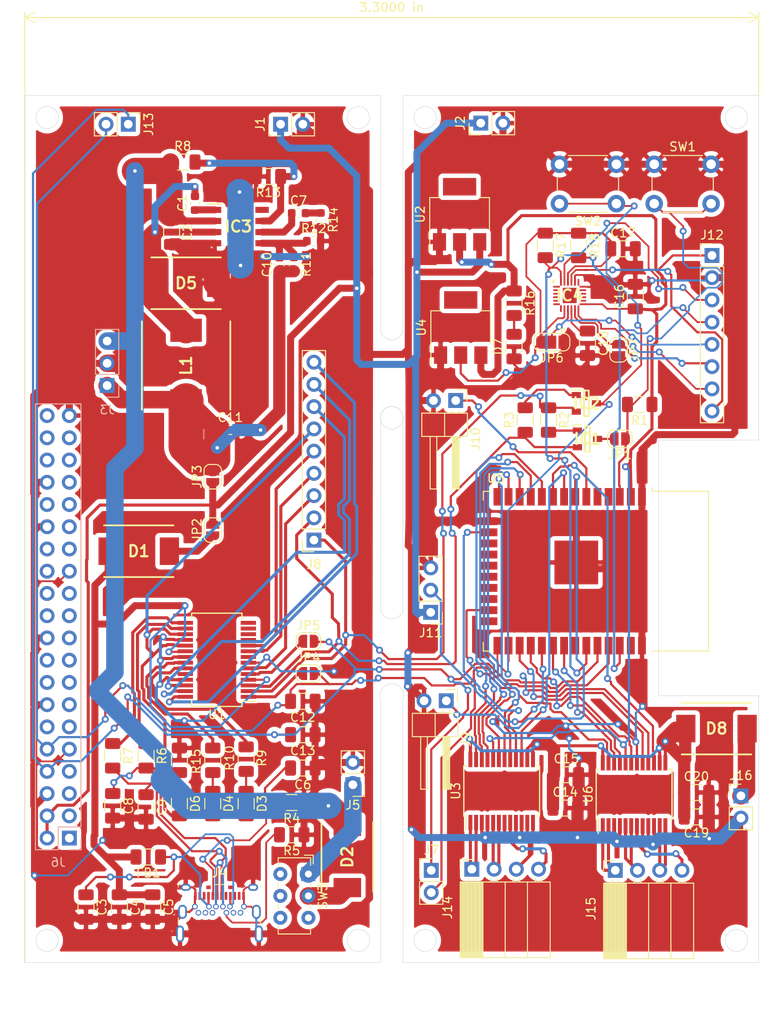
<source format=kicad_pcb>
(kicad_pcb (version 20171130) (host pcbnew "(5.1.5)-3")
  (layers (0 F.Cu signal) (31 B.Cu signal) (34 B.Paste user) (35 F.Paste user) (36 B.SilkS user) (37 F.SilkS user) (38 B.Mask user) (39 F.Mask user) (44 Edge.Cuts user))
  (net 0 "")
  (net 1 "Net-(U3-Pad23)")
  (net 2 "Net-(U3-Pad22)")
  (net 3 "Net-(U3-Pad21)")
  (net 4 "Net-(U3-Pad19)")
  (net 5 "Net-(U3-Pad17)")
  (net 6 "Net-(U3-Pad16)")
  (net 7 "Net-(U3-Pad15)")
  (net 8 GND)
  (net 9 "Net-(C8-Pad1)")
  (net 10 "Net-(D2-Pad1)")
  (net 11 "Net-(J1-Pad1)")
  (net 12 -BATT)
  (net 13 "Net-(C1-Pad1)")
  (net 14 "Net-(C2-Pad1)")
  (net 15 "Net-(C3-Pad1)")
  (net 16 +3V3)
  (net 17 "Net-(C17-Pad1)")
  (net 18 "Net-(D1-Pad2)")
  (net 19 "Net-(D4-Pad1)")
  (net 20 "Net-(D8-Pad1)")
  (net 21 "Net-(J14-Pad1)")
  (net 22 "Net-(IC1-Pad3)")
  (net 23 "Net-(IC1-Pad2)")
  (net 24 "Net-(IC1-Pad1)")
  (net 25 "Net-(C1-Pad2)")
  (net 26 +5V)
  (net 27 "Net-(C6-Pad1)")
  (net 28 "Net-(C7-Pad1)")
  (net 29 "Net-(C7-Pad2)")
  (net 30 "Net-(C9-Pad1)")
  (net 31 "Net-(C10-Pad1)")
  (net 32 "Net-(C10-Pad2)")
  (net 33 "Net-(C12-Pad2)")
  (net 34 "Net-(C13-Pad2)")
  (net 35 "Net-(C18-Pad1)")
  (net 36 "Net-(D3-Pad1)")
  (net 37 "Net-(D6-Pad1)")
  (net 38 "Net-(D7-Pad2)")
  (net 39 IO0)
  (net 40 "Net-(IC2-Pad2)")
  (net 41 "Net-(IC2-Pad1)")
  (net 42 "Net-(IC3-Pad7)")
  (net 43 "Net-(IC4-Pad9)")
  (net 44 "Net-(IC4-Pad11)")
  (net 45 "Net-(IC4-Pad12)")
  (net 46 "Net-(IC4-Pad21)")
  (net 47 "Net-(IC4-Pad23)")
  (net 48 "Net-(IC4-Pad24)")
  (net 49 "Net-(J8-Pad3)")
  (net 50 "Net-(J8-Pad4)")
  (net 51 "Net-(J8-Pad5)")
  (net 52 "Net-(J8-Pad7)")
  (net 53 "Net-(J8-Pad8)")
  (net 54 "Net-(J8-Pad9)")
  (net 55 "Net-(J9-Pad1)")
  (net 56 "Net-(J10-Pad1)")
  (net 57 "Net-(J11-Pad2)")
  (net 58 "Net-(J14-Pad4)")
  (net 59 "Net-(J14-Pad3)")
  (net 60 "Net-(J14-Pad2)")
  (net 61 "Net-(J15-Pad1)")
  (net 62 "Net-(J15-Pad2)")
  (net 63 "Net-(J15-Pad3)")
  (net 64 "Net-(J15-Pad4)")
  (net 65 ESP_EN)
  (net 66 "Net-(JP4-Pad1)")
  (net 67 "Net-(JP5-Pad1)")
  (net 68 "Net-(R6-Pad1)")
  (net 69 "Net-(R7-Pad1)")
  (net 70 "Net-(R9-Pad2)")
  (net 71 "Net-(R10-Pad2)")
  (net 72 "Net-(U5-Pad9)")
  (net 73 "Net-(U5-Pad23)")
  (net 74 "Net-(U5-Pad26)")
  (net 75 "Net-(U5-Pad27)")
  (net 76 "Net-(U5-Pad28)")
  (net 77 "Net-(U5-Pad30)")
  (net 78 "Net-(U5-Pad31)")
  (net 79 "Net-(J5-Pad1)")
  (net 80 "Net-(J4-PadA5)")
  (net 81 "Net-(J4-PadB5)")
  (module Connector_PinHeader_2.54mm:PinHeader_1x02_P2.54mm_Horizontal (layer F.Cu) (at 139.573 109.7915 270)
    (fp_text reference J9 (at 4.385 -2.27 90) (layer F.SilkS))
    (fp_text value Water)
    (pad 1 thru_hole rect (at 0 0 270) (size 1.7 1.7) (drill 1) (layers *.Cu *.Mask) (net 55 "Net-(J9-Pad1)"))
    (pad 2 thru_hole oval (at 0 2.54 270) (size 1.7 1.7) (drill 1) (layers *.Cu *.Mask) (net 8 GND))
  )
  (module Package_SO:SSOP-24_5.3x8.2mm_P0.65mm (layer F.Cu) (at 145.904 120.098 90)
    (fp_text reference U3 (at 0 -5.25 90) (layer F.SilkS))
    (fp_text value TB6612FNG)
    (pad 24 smd rect (at 3.6 -3.575 90) (size 1.75 0.45) (layers F.Cu F.Paste F.Mask) (net 12 -BATT))
    (pad 23 smd rect (at 3.6 -2.925 90) (size 1.75 0.45) (layers F.Cu F.Paste F.Mask) (net 1 "Net-(U3-Pad23)"))
    (pad 22 smd rect (at 3.6 -2.275 90) (size 1.75 0.45) (layers F.Cu F.Paste F.Mask) (net 2 "Net-(U3-Pad22)"))
    (pad 21 smd rect (at 3.6 -1.625 90) (size 1.75 0.45) (layers F.Cu F.Paste F.Mask) (net 3 "Net-(U3-Pad21)"))
    (pad 20 smd rect (at 3.6 -0.975 90) (size 1.75 0.45) (layers F.Cu F.Paste F.Mask) (net 16 +3V3))
    (pad 19 smd rect (at 3.6 -0.325 90) (size 1.75 0.45) (layers F.Cu F.Paste F.Mask) (net 4 "Net-(U3-Pad19)"))
    (pad 18 smd rect (at 3.6 0.325 90) (size 1.75 0.45) (layers F.Cu F.Paste F.Mask) (net 8 GND))
    (pad 17 smd rect (at 3.6 0.975 90) (size 1.75 0.45) (layers F.Cu F.Paste F.Mask) (net 5 "Net-(U3-Pad17)"))
    (pad 16 smd rect (at 3.6 1.625 90) (size 1.75 0.45) (layers F.Cu F.Paste F.Mask) (net 6 "Net-(U3-Pad16)"))
    (pad 15 smd rect (at 3.6 2.275 90) (size 1.75 0.45) (layers F.Cu F.Paste F.Mask) (net 7 "Net-(U3-Pad15)"))
    (pad 14 smd rect (at 3.6 2.925 90) (size 1.75 0.45) (layers F.Cu F.Paste F.Mask) (net 12 -BATT))
    (pad 13 smd rect (at 3.6 3.575 90) (size 1.75 0.45) (layers F.Cu F.Paste F.Mask) (net 12 -BATT))
    (pad 12 smd rect (at -3.6 3.575 90) (size 1.75 0.45) (layers F.Cu F.Paste F.Mask) (net 59 "Net-(J14-Pad3)"))
    (pad 11 smd rect (at -3.6 2.925 90) (size 1.75 0.45) (layers F.Cu F.Paste F.Mask) (net 59 "Net-(J14-Pad3)"))
    (pad 10 smd rect (at -3.6 2.275 90) (size 1.75 0.45) (layers F.Cu F.Paste F.Mask) (net 8 GND))
    (pad 9 smd rect (at -3.6 1.625 90) (size 1.75 0.45) (layers F.Cu F.Paste F.Mask) (net 8 GND))
    (pad 8 smd rect (at -3.6 0.975 90) (size 1.75 0.45) (layers F.Cu F.Paste F.Mask) (net 58 "Net-(J14-Pad4)"))
    (pad 7 smd rect (at -3.6 0.325 90) (size 1.75 0.45) (layers F.Cu F.Paste F.Mask) (net 58 "Net-(J14-Pad4)"))
    (pad 6 smd rect (at -3.6 -0.325 90) (size 1.75 0.45) (layers F.Cu F.Paste F.Mask) (net 60 "Net-(J14-Pad2)"))
    (pad 5 smd rect (at -3.6 -0.975 90) (size 1.75 0.45) (layers F.Cu F.Paste F.Mask) (net 60 "Net-(J14-Pad2)"))
    (pad 4 smd rect (at -3.6 -1.625 90) (size 1.75 0.45) (layers F.Cu F.Paste F.Mask) (net 8 GND))
    (pad 3 smd rect (at -3.6 -2.275 90) (size 1.75 0.45) (layers F.Cu F.Paste F.Mask) (net 8 GND))
    (pad 2 smd rect (at -3.6 -2.925 90) (size 1.75 0.45) (layers F.Cu F.Paste F.Mask) (net 21 "Net-(J14-Pad1)"))
    (pad 1 smd rect (at -3.6 -3.575 90) (size 1.75 0.45) (layers F.Cu F.Paste F.Mask) (net 21 "Net-(J14-Pad1)"))
  )
  (module Capacitor_SMD:C_1206_3216Metric (layer F.Cu) (at 108.204 56.264 270)
    (fp_text reference C2 (at 0 -1.82 90) (layer F.SilkS))
    (fp_text value " 10µF/50V")
    (pad 2 smd roundrect (at 1.4 0 270) (size 1.25 1.75) (layers F.Cu F.Paste F.Mask) (roundrect_rratio 0.2) (net 8 GND))
    (pad 1 smd roundrect (at -1.4 0 270) (size 1.25 1.75) (layers F.Cu F.Paste F.Mask) (roundrect_rratio 0.2) (net 14 "Net-(C2-Pad1)"))
  )
  (module Capacitor_SMD:C_1206_3216Metric (layer F.Cu) (at 98.425 133.353 270)
    (fp_text reference C3 (at 0 -1.82 90) (layer F.SilkS))
    (fp_text value 10nF)
    (pad 1 smd roundrect (at -1.4 0 270) (size 1.25 1.75) (layers F.Cu F.Paste F.Mask) (roundrect_rratio 0.2) (net 15 "Net-(C3-Pad1)"))
    (pad 2 smd roundrect (at 1.4 0 270) (size 1.25 1.75) (layers F.Cu F.Paste F.Mask) (roundrect_rratio 0.2) (net 8 GND))
  )
  (module Capacitor_SMD:C_1206_3216Metric (layer F.Cu) (at 102.235 133.353 270)
    (fp_text reference C4 (at 0 -1.82 90) (layer F.SilkS))
    (fp_text value 100nF)
    (pad 1 smd roundrect (at -1.4 0 270) (size 1.25 1.75) (layers F.Cu F.Paste F.Mask) (roundrect_rratio 0.2) (net 26 +5V))
    (pad 2 smd roundrect (at 1.4 0 270) (size 1.25 1.75) (layers F.Cu F.Paste F.Mask) (roundrect_rratio 0.2) (net 8 GND))
  )
  (module Capacitor_SMD:C_1206_3216Metric (layer F.Cu) (at 106.045 133.353 270)
    (fp_text reference C5 (at 0 -1.82 90) (layer F.SilkS))
    (fp_text value 4.7μF)
    (pad 2 smd roundrect (at 1.4 0 270) (size 1.25 1.75) (layers F.Cu F.Paste F.Mask) (roundrect_rratio 0.2) (net 8 GND))
    (pad 1 smd roundrect (at -1.4 0 270) (size 1.25 1.75) (layers F.Cu F.Paste F.Mask) (roundrect_rratio 0.2) (net 26 +5V))
  )
  (module Capacitor_SMD:C_1206_3216Metric (layer F.Cu) (at 123.19 117.475)
    (fp_text reference C6 (at 0 1.905) (layer F.SilkS))
    (fp_text value 100nF)
    (pad 1 smd roundrect (at -1.4 0) (size 1.25 1.75) (layers F.Cu F.Paste F.Mask) (roundrect_rratio 0.2) (net 27 "Net-(C6-Pad1)"))
    (pad 2 smd roundrect (at 1.4 0) (size 1.25 1.75) (layers F.Cu F.Paste F.Mask) (roundrect_rratio 0.2) (net 8 GND))
  )
  (module Capacitor_SMD:C_1206_3216Metric (layer F.Cu) (at 101.473 121.79 270)
    (fp_text reference C8 (at 0 -1.82 90) (layer F.SilkS))
    (fp_text value "if necessary")
    (pad 2 smd roundrect (at 1.4 0 270) (size 1.25 1.75) (layers F.Cu F.Paste F.Mask) (roundrect_rratio 0.2) (net 8 GND))
    (pad 1 smd roundrect (at -1.4 0 270) (size 1.25 1.75) (layers F.Cu F.Paste F.Mask) (roundrect_rratio 0.2) (net 9 "Net-(C8-Pad1)"))
  )
  (module Capacitor_SMD:C_1206_3216Metric (layer F.Cu) (at 105.283 121.92 270)
    (fp_text reference C9 (at 0 -1.82 90) (layer F.SilkS))
    (fp_text value ifnecessary)
    (pad 1 smd roundrect (at -1.4 0 270) (size 1.25 1.75) (layers F.Cu F.Paste F.Mask) (roundrect_rratio 0.2) (net 30 "Net-(C9-Pad1)"))
    (pad 2 smd roundrect (at 1.4 0 270) (size 1.25 1.75) (layers F.Cu F.Paste F.Mask) (roundrect_rratio 0.2) (net 8 GND))
  )
  (module Capacitor_SMD:C_1206_3216Metric (layer F.Cu) (at 123.19 109.855 180)
    (fp_text reference C12 (at 0 -1.82) (layer F.SilkS))
    (fp_text value 0μF)
    (pad 2 smd roundrect (at 1.4 0 180) (size 1.25 1.75) (layers F.Cu F.Paste F.Mask) (roundrect_rratio 0.2) (net 33 "Net-(C12-Pad2)"))
    (pad 1 smd roundrect (at -1.4 0 180) (size 1.25 1.75) (layers F.Cu F.Paste F.Mask) (roundrect_rratio 0.2) (net 8 GND))
  )
  (module Capacitor_SMD:C_1206_3216Metric (layer F.Cu) (at 123.19 113.665 180)
    (fp_text reference C13 (at 0 -1.82) (layer F.SilkS))
    (fp_text value 0μF)
    (pad 2 smd roundrect (at 1.4 0 180) (size 1.25 1.75) (layers F.Cu F.Paste F.Mask) (roundrect_rratio 0.2) (net 34 "Net-(C13-Pad2)"))
    (pad 1 smd roundrect (at -1.4 0 180) (size 1.25 1.75) (layers F.Cu F.Paste F.Mask) (roundrect_rratio 0.2) (net 8 GND))
  )
  (module Capacitor_SMD:C_1206_3216Metric (layer F.Cu) (at 153.289 118.237)
    (fp_text reference C15 (at 0 -1.82) (layer F.SilkS))
    (fp_text value 10μF)
    (pad 2 smd roundrect (at 1.4 0) (size 1.25 1.75) (layers F.Cu F.Paste F.Mask) (roundrect_rratio 0.2) (net 8 GND))
    (pad 1 smd roundrect (at -1.4 0) (size 1.25 1.75) (layers F.Cu F.Paste F.Mask) (roundrect_rratio 0.2) (net 12 -BATT))
  )
  (module Capacitor_SMD:C_1206_3216Metric (layer F.Cu) (at 159.763 58.166)
    (fp_text reference C17 (at 0 -1.82) (layer F.SilkS))
    (fp_text value 0.1μF)
    (pad 1 smd roundrect (at -1.4 0) (size 1.25 1.75) (layers F.Cu F.Paste F.Mask) (roundrect_rratio 0.2) (net 17 "Net-(C17-Pad1)"))
    (pad 2 smd roundrect (at 1.4 0) (size 1.25 1.75) (layers F.Cu F.Paste F.Mask) (roundrect_rratio 0.2) (net 8 GND))
  )
  (module Capacitor_SMD:C_1206_3216Metric (layer F.Cu) (at 116.713 121.539 270)
    (fp_text reference D3 (at 0 -1.82 90) (layer F.SilkS))
    (fp_text value TX)
    (pad 1 smd roundrect (at -1.4 0 270) (size 1.25 1.75) (layers F.Cu F.Paste F.Mask) (roundrect_rratio 0.2) (net 36 "Net-(D3-Pad1)"))
    (pad 2 smd roundrect (at 1.4 0 270) (size 1.25 1.75) (layers F.Cu F.Paste F.Mask) (roundrect_rratio 0.2) (net 27 "Net-(C6-Pad1)"))
  )
  (module Capacitor_SMD:C_1206_3216Metric (layer F.Cu) (at 109.093 121.539 270)
    (fp_text reference D6 (at 0 -1.82 90) (layer F.SilkS))
    (fp_text value POWER)
    (pad 2 smd roundrect (at 1.4 0 270) (size 1.25 1.75) (layers F.Cu F.Paste F.Mask) (roundrect_rratio 0.2) (net 27 "Net-(C6-Pad1)"))
    (pad 1 smd roundrect (at -1.4 0 270) (size 1.25 1.75) (layers F.Cu F.Paste F.Mask) (roundrect_rratio 0.2) (net 37 "Net-(D6-Pad1)"))
  )
  (module Capacitor_SMD:C_1206_3216Metric (layer F.Cu) (at 105.54 127.635 180)
    (fp_text reference FB1 (at 0 -1.82) (layer F.SilkS))
    (fp_text value Ferrite_Bead_Small)
    (pad 2 smd roundrect (at 1.4 0 180) (size 1.25 1.75) (layers F.Cu F.Paste F.Mask) (roundrect_rratio 0.2) (net 26 +5V))
    (pad 1 smd roundrect (at -1.4 0 180) (size 1.25 1.75) (layers F.Cu F.Paste F.Mask) (roundrect_rratio 0.2) (net 15 "Net-(C3-Pad1)"))
  )
  (module Capacitor_SMD:C_1206_3216Metric (layer F.Cu) (at 161.668 75.946 180)
    (fp_text reference R1 (at 0 -1.82) (layer F.SilkS))
    (fp_text value 10k)
    (pad 1 smd roundrect (at -1.4 0 180) (size 1.25 1.75) (layers F.Cu F.Paste F.Mask) (roundrect_rratio 0.2) (net 16 +3V3))
    (pad 2 smd roundrect (at 1.4 0 180) (size 1.25 1.75) (layers F.Cu F.Paste F.Mask) (roundrect_rratio 0.2) (net 65 ESP_EN))
  )
  (module Capacitor_SMD:C_1206_3216Metric (layer F.Cu) (at 151.257 77.727 270)
    (fp_text reference R2 (at 0 -1.82 90) (layer F.SilkS))
    (fp_text value 10k)
    (pad 2 smd roundrect (at 1.4 0 270) (size 1.25 1.75) (layers F.Cu F.Paste F.Mask) (roundrect_rratio 0.2) (net 24 "Net-(IC1-Pad1)"))
    (pad 1 smd roundrect (at -1.4 0 270) (size 1.25 1.75) (layers F.Cu F.Paste F.Mask) (roundrect_rratio 0.2) (net 40 "Net-(IC2-Pad2)"))
  )
  (module Capacitor_SMD:C_1206_3216Metric (layer F.Cu) (at 148.59 77.724 90)
    (fp_text reference R3 (at 0 -1.82 90) (layer F.SilkS))
    (fp_text value 10k)
    (pad 1 smd roundrect (at -1.4 0 90) (size 1.25 1.75) (layers F.Cu F.Paste F.Mask) (roundrect_rratio 0.2) (net 23 "Net-(IC1-Pad2)"))
    (pad 2 smd roundrect (at 1.4 0 90) (size 1.25 1.75) (layers F.Cu F.Paste F.Mask) (roundrect_rratio 0.2) (net 41 "Net-(IC2-Pad1)"))
  )
  (module Capacitor_SMD:C_1206_3216Metric (layer F.Cu) (at 121.92 121.412 180)
    (fp_text reference R4 (at 0 -1.82) (layer F.SilkS))
    (fp_text value 5.1k)
    (pad 2 smd roundrect (at 1.4 0 180) (size 1.25 1.75) (layers F.Cu F.Paste F.Mask) (roundrect_rratio 0.2) (net 80 "Net-(J4-PadA5)"))
    (pad 1 smd roundrect (at -1.4 0 180) (size 1.25 1.75) (layers F.Cu F.Paste F.Mask) (roundrect_rratio 0.2) (net 8 GND))
  )
  (module Capacitor_SMD:C_1206_3216Metric (layer F.Cu) (at 121.92 125.095 180)
    (fp_text reference R5 (at 0 -1.82) (layer F.SilkS))
    (fp_text value 5.1k)
    (pad 1 smd roundrect (at -1.4 0 180) (size 1.25 1.75) (layers F.Cu F.Paste F.Mask) (roundrect_rratio 0.2) (net 8 GND))
    (pad 2 smd roundrect (at 1.4 0 180) (size 1.25 1.75) (layers F.Cu F.Paste F.Mask) (roundrect_rratio 0.2) (net 81 "Net-(J4-PadB5)"))
  )
  (module Capacitor_SMD:C_1206_3216Metric (layer F.Cu) (at 105.283 116.078 270)
    (fp_text reference R6 (at 0 -1.82 90) (layer F.SilkS))
    (fp_text value 27)
    (pad 2 smd roundrect (at 1.4 0 270) (size 1.25 1.75) (layers F.Cu F.Paste F.Mask) (roundrect_rratio 0.2) (net 9 "Net-(C8-Pad1)"))
    (pad 1 smd roundrect (at -1.4 0 270) (size 1.25 1.75) (layers F.Cu F.Paste F.Mask) (roundrect_rratio 0.2) (net 68 "Net-(R6-Pad1)"))
  )
  (module Capacitor_SMD:C_1206_3216Metric (layer F.Cu) (at 101.473 116.078 270)
    (fp_text reference R7 (at 0 -1.82 90) (layer F.SilkS))
    (fp_text value 27)
    (pad 1 smd roundrect (at -1.4 0 270) (size 1.25 1.75) (layers F.Cu F.Paste F.Mask) (roundrect_rratio 0.2) (net 69 "Net-(R7-Pad1)"))
    (pad 2 smd roundrect (at 1.4 0 270) (size 1.25 1.75) (layers F.Cu F.Paste F.Mask) (roundrect_rratio 0.2) (net 30 "Net-(C9-Pad1)"))
  )
  (module Capacitor_SMD:C_1206_3216Metric (layer F.Cu) (at 109.474 48.26)
    (fp_text reference R8 (at 0 -1.82) (layer F.SilkS))
    (fp_text value 1M)
    (pad 2 smd roundrect (at 1.4 0) (size 1.25 1.75) (layers F.Cu F.Paste F.Mask) (roundrect_rratio 0.2) (net 42 "Net-(IC3-Pad7)"))
    (pad 1 smd roundrect (at -1.4 0) (size 1.25 1.75) (layers F.Cu F.Paste F.Mask) (roundrect_rratio 0.2) (net 14 "Net-(C2-Pad1)"))
  )
  (module Capacitor_SMD:C_1206_3216Metric (layer F.Cu) (at 116.713 116.459 90)
    (fp_text reference R9 (at 0.127 1.778 90) (layer F.SilkS))
    (fp_text value 270)
    (pad 1 smd roundrect (at -1.4 0 90) (size 1.25 1.75) (layers F.Cu F.Paste F.Mask) (roundrect_rratio 0.2) (net 36 "Net-(D3-Pad1)"))
    (pad 2 smd roundrect (at 1.4 0 90) (size 1.25 1.75) (layers F.Cu F.Paste F.Mask) (roundrect_rratio 0.2) (net 70 "Net-(R9-Pad2)"))
  )
  (module Capacitor_SMD:C_1206_3216Metric (layer F.Cu) (at 109.093 116.589 90)
    (fp_text reference R15 (at -0.13 1.905 90) (layer F.SilkS))
    (fp_text value 270)
    (pad 2 smd roundrect (at 1.4 0 90) (size 1.25 1.75) (layers F.Cu F.Paste F.Mask) (roundrect_rratio 0.2) (net 8 GND))
    (pad 1 smd roundrect (at -1.4 0 90) (size 1.25 1.75) (layers F.Cu F.Paste F.Mask) (roundrect_rratio 0.2) (net 37 "Net-(D6-Pad1)"))
  )
  (module Capacitor_SMD:C_1206_3216Metric (layer F.Cu) (at 147.32 64.389 270)
    (fp_text reference R16 (at 0 -1.82 90) (layer F.SilkS))
    (fp_text value 270)
    (pad 1 smd roundrect (at -1.4 0 270) (size 1.25 1.75) (layers F.Cu F.Paste F.Mask) (roundrect_rratio 0.2) (net 16 +3V3))
    (pad 2 smd roundrect (at 1.4 0 270) (size 1.25 1.75) (layers F.Cu F.Paste F.Mask) (roundrect_rratio 0.2) (net 38 "Net-(D7-Pad2)"))
  )
  (module SamacSys_Parts:DIONM7959X282N (layer F.Cu) (at 109.855 62.103 180)
    (fp_text reference D5 (at 0 0) (layer F.SilkS) (effects (font (size 1.27 1.27) (thickness 0.254))))
    (fp_text value 40V/3A hide)
    (pad 2 smd rect (at 3.5 0 180) (size 2.2 3.15) (layers F.Cu F.Paste F.Mask) (net 25 "Net-(C1-Pad2)"))
    (pad 1 smd rect (at -3.5 0 180) (size 2.2 3.15) (layers F.Cu F.Paste F.Mask) (net 8 GND))
  )
  (module SamacSys_Parts:DIONM7959X282N (layer F.Cu) (at 170.434 112.9665 180)
    (fp_text reference D8 (at 0 0) (layer F.SilkS) (effects (font (size 1.27 1.27) (thickness 0.254))))
    (fp_text value DIODE hide)
    (pad 2 smd rect (at 3.5 0 180) (size 2.2 3.15) (layers F.Cu F.Paste F.Mask) (net 12 -BATT))
    (pad 1 smd rect (at -3.5 0 180) (size 2.2 3.15) (layers F.Cu F.Paste F.Mask) (net 20 "Net-(D8-Pad1)"))
  )
  (module Jumper:SolderJumper-2_P1.3mm_Open_RoundedPad1.0x1.5mm (layer F.Cu) (at 123.83 106.68)
    (fp_text reference JP4 (at 0 -1.8) (layer F.SilkS))
    (fp_text value "tx rx")
    (pad 1 smd custom (at -0.65 0) (size 1 0.5) (layers F.Cu F.Mask) (net 66 "Net-(JP4-Pad1)") (options (clearance outline) (anchor rect)) (primitives (gr_circle (center 0 0.25) (end 0.5 0.25) (width 0)) (gr_circle (center 0 -0.25) (end 0.5 -0.25) (width 0)) (gr_poly (pts (xy 0 -0.75) (xy 0.5 -0.75) (xy 0.5 0.75) (xy 0 0.75)) (width 0))))
    (pad 2 smd custom (at 0.65 0) (size 1 0.5) (layers F.Cu F.Mask) (net 33 "Net-(C12-Pad2)") (options (clearance outline) (anchor rect)) (primitives (gr_circle (center 0 0.25) (end 0.5 0.25) (width 0)) (gr_circle (center 0 -0.25) (end 0.5 -0.25) (width 0)) (gr_poly (pts (xy 0 -0.75) (xy -0.5 -0.75) (xy -0.5 0.75) (xy 0 0.75)) (width 0))))
  )
  (module Jumper:SolderJumper-2_P1.3mm_Open_RoundedPad1.0x1.5mm (layer F.Cu) (at 123.83 102.997)
    (fp_text reference JP5 (at 0 -1.8) (layer F.SilkS))
    (fp_text value "rx tx")
    (pad 2 smd custom (at 0.65 0) (size 1 0.5) (layers F.Cu F.Mask) (net 34 "Net-(C13-Pad2)") (options (clearance outline) (anchor rect)) (primitives (gr_circle (center 0 0.25) (end 0.5 0.25) (width 0)) (gr_circle (center 0 -0.25) (end 0.5 -0.25) (width 0)) (gr_poly (pts (xy 0 -0.75) (xy -0.5 -0.75) (xy -0.5 0.75) (xy 0 0.75)) (width 0))))
    (pad 1 smd custom (at -0.65 0) (size 1 0.5) (layers F.Cu F.Mask) (net 67 "Net-(JP5-Pad1)") (options (clearance outline) (anchor rect)) (primitives (gr_circle (center 0 0.25) (end 0.5 0.25) (width 0)) (gr_circle (center 0 -0.25) (end 0.5 -0.25) (width 0)) (gr_poly (pts (xy 0 -0.75) (xy 0.5 -0.75) (xy 0.5 0.75) (xy 0 0.75)) (width 0))))
  )
  (module Connector_PinHeader_2.54mm:PinHeader_1x02_P2.54mm_Vertical (layer F.Cu) (at 103.251 43.942 270)
    (fp_text reference J13 (at 0 -2.33 90) (layer F.SilkS))
    (fp_text value serial2)
    (pad 1 thru_hole rect (at 0 0 270) (size 1.7 1.7) (drill 1) (layers *.Cu *.Mask) (net 34 "Net-(C13-Pad2)"))
    (pad 2 thru_hole oval (at 0 2.54 270) (size 1.7 1.7) (drill 1) (layers *.Cu *.Mask) (net 33 "Net-(C12-Pad2)"))
  )
  (module Capacitor_SMD:C_0603_1608Metric (layer F.Cu) (at 114.9095 78.867)
    (fp_text reference C11 (at 0 -1.43) (layer F.SilkS))
    (fp_text value 22µF/10V)
    (pad 1 smd roundrect (at -0.7875 0) (size 0.875 0.95) (layers F.Cu F.Paste F.Mask) (net 31 "Net-(C10-Pad1)"))
    (pad 2 smd roundrect (at 0.7875 0) (size 0.875 0.95) (layers F.Cu F.Paste F.Mask) (net 8 GND))
  )
  (module SamacSys_Parts:B952ASH100MP3 (layer F.Cu) (at 109.855 71.501 90)
    (fp_text reference L1 (at 0 0 90) (layer F.SilkS) (effects (font (size 1.27 1.27) (thickness 0.254))))
    (fp_text value 15µH4A hide)
    (pad 1 smd rect (at -4.025 0 90) (size 2.65 3.6) (layers F.Cu F.Paste F.Mask) (net 31 "Net-(C10-Pad1)"))
    (pad 2 smd rect (at 4.025 0 90) (size 2.65 3.6) (layers F.Cu F.Paste F.Mask) (net 25 "Net-(C1-Pad2)"))
  )
  (module Capacitor_SMD:C_0603_1608Metric (layer F.Cu) (at 125.222 54.864 270)
    (fp_text reference R14 (at 0 -1.43 90) (layer F.SilkS))
    (fp_text value 12k)
    (pad 2 smd roundrect (at 0.7875 0 270) (size 0.875 0.95) (layers F.Cu F.Paste F.Mask) (net 8 GND))
    (pad 1 smd roundrect (at -0.7875 0 270) (size 0.875 0.95) (layers F.Cu F.Paste F.Mask) (net 29 "Net-(C7-Pad2)"))
  )
  (module Capacitor_SMD:C_0603_1608Metric (layer F.Cu) (at 110.871 52.959 90)
    (fp_text reference C1 (at 0 -1.43 90) (layer F.SilkS))
    (fp_text value 10nF/25V)
    (pad 1 smd roundrect (at -0.7875 0 90) (size 0.875 0.95) (layers F.Cu F.Paste F.Mask) (net 13 "Net-(C1-Pad1)"))
    (pad 2 smd roundrect (at 0.7875 0 90) (size 0.875 0.95) (layers F.Cu F.Paste F.Mask) (net 25 "Net-(C1-Pad2)"))
  )
  (module Capacitor_SMD:C_0603_1608Metric (layer F.Cu) (at 122.7075 54.102)
    (fp_text reference C7 (at 0 -1.43) (layer F.SilkS))
    (fp_text value 4.7nF/25V)
    (pad 1 smd roundrect (at -0.7875 0) (size 0.875 0.95) (layers F.Cu F.Paste F.Mask) (net 28 "Net-(C7-Pad1)"))
    (pad 2 smd roundrect (at 0.7875 0) (size 0.875 0.95) (layers F.Cu F.Paste F.Mask) (net 29 "Net-(C7-Pad2)"))
  )
  (module Capacitor_SMD:C_0603_1608Metric (layer F.Cu) (at 120.523 59.9695 90)
    (fp_text reference C10 (at 0 -1.43 90) (layer F.SilkS))
    (fp_text value 1nF/16V)
    (pad 1 smd roundrect (at -0.7875 0 90) (size 0.875 0.95) (layers F.Cu F.Paste F.Mask) (net 31 "Net-(C10-Pad1)"))
    (pad 2 smd roundrect (at 0.7875 0 90) (size 0.875 0.95) (layers F.Cu F.Paste F.Mask) (net 32 "Net-(C10-Pad2)"))
  )
  (module Capacitor_SMD:C_1206_3216Metric (layer F.Cu) (at 153.162 122.047)
    (fp_text reference C14 (at 0 -1.82) (layer F.SilkS))
    (fp_text value 0.1μF)
    (pad 1 smd roundrect (at -1.4 0) (size 1.25 1.75) (layers F.Cu F.Paste F.Mask) (roundrect_rratio 0.2) (net 12 -BATT))
    (pad 2 smd roundrect (at 1.4 0) (size 1.25 1.75) (layers F.Cu F.Paste F.Mask) (roundrect_rratio 0.2) (net 8 GND))
  )
  (module Capacitor_SMD:C_1206_3216Metric (layer F.Cu) (at 161.163 63.624 90)
    (fp_text reference C16 (at 0 -1.82 90) (layer F.SilkS))
    (fp_text value 0.1μF)
    (pad 1 smd roundrect (at -1.4 0 90) (size 1.25 1.75) (layers F.Cu F.Paste F.Mask) (roundrect_rratio 0.2) (net 16 +3V3))
    (pad 2 smd roundrect (at 1.4 0 90) (size 1.25 1.75) (layers F.Cu F.Paste F.Mask) (roundrect_rratio 0.2) (net 8 GND))
  )
  (module Capacitor_SMD:C_1206_3216Metric (layer F.Cu) (at 155.702 68.958 270)
    (fp_text reference C18 (at 0 -1.82 90) (layer F.SilkS))
    (fp_text value 0.1μF)
    (pad 2 smd roundrect (at 1.4 0 270) (size 1.25 1.75) (layers F.Cu F.Paste F.Mask) (roundrect_rratio 0.2) (net 8 GND))
    (pad 1 smd roundrect (at -1.4 0 270) (size 1.25 1.75) (layers F.Cu F.Paste F.Mask) (roundrect_rratio 0.2) (net 35 "Net-(C18-Pad1)"))
  )
  (module Capacitor_SMD:C_1206_3216Metric (layer F.Cu) (at 168.151 123.063 180)
    (fp_text reference C19 (at 0 -1.82) (layer F.SilkS))
    (fp_text value 0.1μF)
    (pad 2 smd roundrect (at 1.4 0 180) (size 1.25 1.75) (layers F.Cu F.Paste F.Mask) (roundrect_rratio 0.2) (net 12 -BATT))
    (pad 1 smd roundrect (at -1.4 0 180) (size 1.25 1.75) (layers F.Cu F.Paste F.Mask) (roundrect_rratio 0.2) (net 8 GND))
  )
  (module Capacitor_SMD:C_1206_3216Metric (layer F.Cu) (at 168.148 120.269)
    (fp_text reference C20 (at 0 -1.82) (layer F.SilkS))
    (fp_text value 10μF)
    (pad 1 smd roundrect (at -1.4 0) (size 1.25 1.75) (layers F.Cu F.Paste F.Mask) (roundrect_rratio 0.2) (net 12 -BATT))
    (pad 2 smd roundrect (at 1.4 0) (size 1.25 1.75) (layers F.Cu F.Paste F.Mask) (roundrect_rratio 0.2) (net 8 GND))
  )
  (module SamacSys_Parts:DIONM7959X282N (layer F.Cu) (at 104.45 92.71)
    (fp_text reference D1 (at 0 0) (layer F.SilkS) (effects (font (size 1.27 1.27) (thickness 0.254))))
    (fp_text value "34/40V 3A" hide)
    (pad 1 smd rect (at -3.5 0) (size 2.2 3.15) (layers F.Cu F.Paste F.Mask) (net 26 +5V))
    (pad 2 smd rect (at 3.5 0) (size 2.2 3.15) (layers F.Cu F.Paste F.Mask) (net 18 "Net-(D1-Pad2)"))
  )
  (module SamacSys_Parts:DIONM7959X282N (layer F.Cu) (at 128.27 127.635 90)
    (fp_text reference D2 (at 0 0 90) (layer F.SilkS) (effects (font (size 1.27 1.27) (thickness 0.254))))
    (fp_text value "34/40V 3A" hide)
    (pad 2 smd rect (at 3.5 0 90) (size 2.2 3.15) (layers F.Cu F.Paste F.Mask) (net 14 "Net-(C2-Pad1)"))
    (pad 1 smd rect (at -3.5 0 90) (size 2.2 3.15) (layers F.Cu F.Paste F.Mask) (net 10 "Net-(D2-Pad1)"))
  )
  (module Capacitor_SMD:C_1206_3216Metric (layer F.Cu) (at 112.903 121.539 270)
    (fp_text reference D4 (at 0 -1.82 90) (layer F.SilkS))
    (fp_text value RX)
    (pad 2 smd roundrect (at 1.4 0 270) (size 1.25 1.75) (layers F.Cu F.Paste F.Mask) (roundrect_rratio 0.2) (net 27 "Net-(C6-Pad1)"))
    (pad 1 smd roundrect (at -1.4 0 270) (size 1.25 1.75) (layers F.Cu F.Paste F.Mask) (roundrect_rratio 0.2) (net 19 "Net-(D4-Pad1)"))
  )
  (module Capacitor_SMD:C_1206_3216Metric (layer F.Cu) (at 147.32 69.339 90)
    (fp_text reference D7 (at 0 -1.82 90) (layer F.SilkS))
    (fp_text value "Power 3.3")
    (pad 2 smd roundrect (at 1.4 0 90) (size 1.25 1.75) (layers F.Cu F.Paste F.Mask) (roundrect_rratio 0.2) (net 38 "Net-(D7-Pad2)"))
    (pad 1 smd roundrect (at -1.4 0 90) (size 1.25 1.75) (layers F.Cu F.Paste F.Mask) (roundrect_rratio 0.2) (net 8 GND))
  )
  (module SOT95P240X120-3N (layer F.Cu) (at 155.702 79.883)
    (fp_text reference IC1 (at 0 0) (layer F.SilkS) (effects (font (size 1.27 1.27) (thickness 0.254))))
    (fp_text value KST10MTF hide)
    (pad 1 smd rect (at -1.15 -0.95 90) (size 0.7 1.05) (layers F.Cu F.Paste F.Mask) (net 24 "Net-(IC1-Pad1)"))
    (pad 2 smd rect (at -1.15 0.95 90) (size 0.7 1.05) (layers F.Cu F.Paste F.Mask) (net 23 "Net-(IC1-Pad2)"))
    (pad 3 smd rect (at 1.15 0 90) (size 0.7 1.05) (layers F.Cu F.Paste F.Mask) (net 22 "Net-(IC1-Pad3)"))
  )
  (module SOT95P240X120-3N (layer F.Cu) (at 155.575 75.819)
    (fp_text reference IC2 (at 0 0) (layer F.SilkS) (effects (font (size 1.27 1.27) (thickness 0.254))))
    (fp_text value KST10MTF hide)
    (pad 3 smd rect (at 1.15 0 90) (size 0.7 1.05) (layers F.Cu F.Paste F.Mask) (net 39 IO0))
    (pad 2 smd rect (at -1.15 0.95 90) (size 0.7 1.05) (layers F.Cu F.Paste F.Mask) (net 40 "Net-(IC2-Pad2)"))
    (pad 1 smd rect (at -1.15 -0.95 90) (size 0.7 1.05) (layers F.Cu F.Paste F.Mask) (net 41 "Net-(IC2-Pad1)"))
  )
  (module SOIC127P600X170-9N (layer F.Cu) (at 115.824 55.626)
    (fp_text reference IC3 (at 0 0) (layer F.SilkS) (effects (font (size 1.27 1.27) (thickness 0.254))))
    (fp_text value ACT4070BYH-T hide)
    (pad 1 smd rect (at -2.712 -1.905 90) (size 0.7 1.525) (layers F.Cu F.Paste F.Mask) (net 13 "Net-(C1-Pad1)"))
    (pad 2 smd rect (at -2.712 -0.635 90) (size 0.7 1.525) (layers F.Cu F.Paste F.Mask) (net 14 "Net-(C2-Pad1)"))
    (pad 3 smd rect (at -2.712 0.635 90) (size 0.7 1.525) (layers F.Cu F.Paste F.Mask) (net 25 "Net-(C1-Pad2)"))
    (pad 4 smd rect (at -2.712 1.905 90) (size 0.7 1.525) (layers F.Cu F.Paste F.Mask) (net 8 GND))
    (pad 5 smd rect (at 2.712 1.905 90) (size 0.7 1.525) (layers F.Cu F.Paste F.Mask) (net 32 "Net-(C10-Pad2)"))
    (pad 6 smd rect (at 2.712 0.635 90) (size 0.7 1.525) (layers F.Cu F.Paste F.Mask) (net 28 "Net-(C7-Pad1)"))
    (pad 7 smd rect (at 2.712 -0.635 90) (size 0.7 1.525) (layers F.Cu F.Paste F.Mask) (net 42 "Net-(IC3-Pad7)"))
    (pad 8 smd rect (at 2.712 -1.905 90) (size 0.7 1.525) (layers F.Cu F.Paste F.Mask))
    (pad 9 smd rect (at 0 0) (size 2.513 3.402) (layers F.Cu F.Paste F.Mask))
  )
  (module SamacSys_Parts:QFN40P300X300X105-25N-D (layer F.Cu) (at 153.67 63.5)
    (fp_text reference IC4 (at 0 0) (layer F.SilkS) (effects (font (size 1.27 1.27) (thickness 0.254))))
    (fp_text value ICM-20948 hide)
    (pad 1 smd rect (at -1.5 -1 90) (size 0.2 0.75) (layers F.Cu F.Paste F.Mask))
    (pad 2 smd rect (at -1.5 -0.6 90) (size 0.2 0.75) (layers F.Cu F.Paste F.Mask))
    (pad 3 smd rect (at -1.5 -0.2 90) (size 0.2 0.75) (layers F.Cu F.Paste F.Mask))
    (pad 4 smd rect (at -1.5 0.2 90) (size 0.2 0.75) (layers F.Cu F.Paste F.Mask))
    (pad 5 smd rect (at -1.5 0.6 90) (size 0.2 0.75) (layers F.Cu F.Paste F.Mask))
    (pad 6 smd rect (at -1.5 1 90) (size 0.2 0.75) (layers F.Cu F.Paste F.Mask))
    (pad 7 smd rect (at -1 1.5) (size 0.2 0.75) (layers F.Cu F.Paste F.Mask))
    (pad 8 smd rect (at -0.6 1.5) (size 0.2 0.75) (layers F.Cu F.Paste F.Mask) (net 17 "Net-(C17-Pad1)"))
    (pad 9 smd rect (at -0.2 1.5) (size 0.2 0.75) (layers F.Cu F.Paste F.Mask) (net 43 "Net-(IC4-Pad9)"))
    (pad 10 smd rect (at 0.2 1.5) (size 0.2 0.75) (layers F.Cu F.Paste F.Mask) (net 35 "Net-(C18-Pad1)"))
    (pad 11 smd rect (at 0.6 1.5) (size 0.2 0.75) (layers F.Cu F.Paste F.Mask) (net 44 "Net-(IC4-Pad11)"))
    (pad 12 smd rect (at 1 1.5) (size 0.2 0.75) (layers F.Cu F.Paste F.Mask) (net 45 "Net-(IC4-Pad12)"))
    (pad 13 smd rect (at 1.5 1 90) (size 0.2 0.75) (layers F.Cu F.Paste F.Mask) (net 16 +3V3))
    (pad 14 smd rect (at 1.5 0.6 90) (size 0.2 0.75) (layers F.Cu F.Paste F.Mask))
    (pad 15 smd rect (at 1.5 0.2 90) (size 0.2 0.75) (layers F.Cu F.Paste F.Mask))
    (pad 16 smd rect (at 1.5 -0.2 90) (size 0.2 0.75) (layers F.Cu F.Paste F.Mask))
    (pad 17 smd rect (at 1.5 -0.6 90) (size 0.2 0.75) (layers F.Cu F.Paste F.Mask))
    (pad 18 smd rect (at 1.5 -1 90) (size 0.2 0.75) (layers F.Cu F.Paste F.Mask) (net 8 GND))
    (pad 19 smd rect (at 1 -1.5) (size 0.2 0.75) (layers F.Cu F.Paste F.Mask))
    (pad 20 smd rect (at 0.6 -1.5) (size 0.2 0.75) (layers F.Cu F.Paste F.Mask) (net 8 GND))
    (pad 21 smd rect (at 0.2 -1.5) (size 0.2 0.75) (layers F.Cu F.Paste F.Mask) (net 46 "Net-(IC4-Pad21)"))
    (pad 22 smd rect (at -0.2 -1.5) (size 0.2 0.75) (layers F.Cu F.Paste F.Mask) (net 17 "Net-(C17-Pad1)"))
    (pad 23 smd rect (at -0.6 -1.5) (size 0.2 0.75) (layers F.Cu F.Paste F.Mask) (net 47 "Net-(IC4-Pad23)"))
    (pad 24 smd rect (at -1 -1.5) (size 0.2 0.75) (layers F.Cu F.Paste F.Mask) (net 48 "Net-(IC4-Pad24)"))
    (pad 25 smd rect (at 0 0) (size 1.59 1.75) (layers F.Cu F.Paste F.Mask))
  )
  (module Connector_PinHeader_2.54mm:PinHeader_1x02_P2.54mm_Vertical (layer F.Cu) (at 120.65 43.942 90)
    (fp_text reference J1 (at 0 -2.33 90) (layer F.SilkS))
    (fp_text value "5v pow")
    (pad 1 thru_hole rect (at 0 0 90) (size 1.7 1.7) (drill 1) (layers *.Cu *.Mask) (net 11 "Net-(J1-Pad1)"))
    (pad 2 thru_hole oval (at 0 2.54 90) (size 1.7 1.7) (drill 1) (layers *.Cu *.Mask) (net 8 GND))
  )
  (module Connector_PinHeader_2.54mm:PinHeader_1x02_P2.54mm_Vertical (layer F.Cu) (at 143.51 43.815 90)
    (fp_text reference J2 (at 0 -2.33 90) (layer F.SilkS))
    (fp_text value "5v pow")
    (pad 1 thru_hole rect (at 0 0 90) (size 1.7 1.7) (drill 1) (layers *.Cu *.Mask) (net 11 "Net-(J1-Pad1)"))
    (pad 2 thru_hole oval (at 0 2.54 90) (size 1.7 1.7) (drill 1) (layers *.Cu *.Mask) (net 8 GND))
  )
  (module Connector_PinSocket_2.54mm:PinSocket_1x03_P2.54mm_Vertical (layer B.Cu) (at 100.838 73.787)
    (fp_text reference J3 (at 0 2.77) (layer B.SilkS) (effects (justify mirror)))
    (fp_text value "external regurator")
    (pad 1 thru_hole rect (at 0 0) (size 1.7 1.7) (drill 1) (layers *.Cu *.Mask) (net 31 "Net-(C10-Pad1)"))
    (pad 2 thru_hole oval (at 0 -2.54) (size 1.7 1.7) (drill 1) (layers *.Cu *.Mask) (net 8 GND))
    (pad 3 thru_hole oval (at 0 -5.08) (size 1.7 1.7) (drill 1) (layers *.Cu *.Mask) (net 14 "Net-(C2-Pad1)"))
  )
  (module Connector_PinHeader_2.54mm:PinHeader_1x02_P2.54mm_Vertical (layer F.Cu) (at 128.905 119.38 180)
    (fp_text reference J5 (at 0 -2.33) (layer F.SilkS))
    (fp_text value Pow)
    (pad 2 thru_hole oval (at 0 2.54 180) (size 1.7 1.7) (drill 1) (layers *.Cu *.Mask) (net 8 GND))
    (pad 1 thru_hole rect (at 0 0 180) (size 1.7 1.7) (drill 1) (layers *.Cu *.Mask) (net 79 "Net-(J5-Pad1)"))
  )
  (module Connector_PinSocket_2.54mm:PinSocket_2x20_P2.54mm_Vertical (layer B.Cu) (at 96.52 125.476)
    (fp_text reference J6 (at -1.27 2.77) (layer B.SilkS) (effects (justify mirror)))
    (fp_text value Raspberry_Pi_2_3)
    (pad 1 thru_hole rect (at 0 0) (size 1.7 1.7) (drill 1) (layers *.Cu *.Mask))
    (pad 2 thru_hole oval (at -2.54 0) (size 1.7 1.7) (drill 1) (layers *.Cu *.Mask) (net 11 "Net-(J1-Pad1)"))
    (pad 3 thru_hole oval (at 0 -2.54) (size 1.7 1.7) (drill 1) (layers *.Cu *.Mask))
    (pad 4 thru_hole oval (at -2.54 -2.54) (size 1.7 1.7) (drill 1) (layers *.Cu *.Mask) (net 11 "Net-(J1-Pad1)"))
    (pad 5 thru_hole oval (at 0 -5.08) (size 1.7 1.7) (drill 1) (layers *.Cu *.Mask))
    (pad 6 thru_hole oval (at -2.54 -5.08) (size 1.7 1.7) (drill 1) (layers *.Cu *.Mask) (net 8 GND))
    (pad 7 thru_hole oval (at 0 -7.62) (size 1.7 1.7) (drill 1) (layers *.Cu *.Mask))
    (pad 8 thru_hole oval (at -2.54 -7.62) (size 1.7 1.7) (drill 1) (layers *.Cu *.Mask) (net 34 "Net-(C13-Pad2)"))
    (pad 9 thru_hole oval (at 0 -10.16) (size 1.7 1.7) (drill 1) (layers *.Cu *.Mask) (net 8 GND))
    (pad 10 thru_hole oval (at -2.54 -10.16) (size 1.7 1.7) (drill 1) (layers *.Cu *.Mask) (net 33 "Net-(C12-Pad2)"))
    (pad 11 thru_hole oval (at 0 -12.7) (size 1.7 1.7) (drill 1) (layers *.Cu *.Mask))
    (pad 12 thru_hole oval (at -2.54 -12.7) (size 1.7 1.7) (drill 1) (layers *.Cu *.Mask))
    (pad 13 thru_hole oval (at 0 -15.24) (size 1.7 1.7) (drill 1) (layers *.Cu *.Mask))
    (pad 14 thru_hole oval (at -2.54 -15.24) (size 1.7 1.7) (drill 1) (layers *.Cu *.Mask) (net 8 GND))
    (pad 15 thru_hole oval (at 0 -17.78) (size 1.7 1.7) (drill 1) (layers *.Cu *.Mask))
    (pad 16 thru_hole oval (at -2.54 -17.78) (size 1.7 1.7) (drill 1) (layers *.Cu *.Mask))
    (pad 17 thru_hole oval (at 0 -20.32) (size 1.7 1.7) (drill 1) (layers *.Cu *.Mask))
    (pad 18 thru_hole oval (at -2.54 -20.32) (size 1.7 1.7) (drill 1) (layers *.Cu *.Mask))
    (pad 19 thru_hole oval (at 0 -22.86) (size 1.7 1.7) (drill 1) (layers *.Cu *.Mask))
    (pad 20 thru_hole oval (at -2.54 -22.86) (size 1.7 1.7) (drill 1) (layers *.Cu *.Mask) (net 8 GND))
    (pad 21 thru_hole oval (at 0 -25.4) (size 1.7 1.7) (drill 1) (layers *.Cu *.Mask))
    (pad 22 thru_hole oval (at -2.54 -25.4) (size 1.7 1.7) (drill 1) (layers *.Cu *.Mask))
    (pad 23 thru_hole oval (at 0 -27.94) (size 1.7 1.7) (drill 1) (layers *.Cu *.Mask))
    (pad 24 thru_hole oval (at -2.54 -27.94) (size 1.7 1.7) (drill 1) (layers *.Cu *.Mask))
    (pad 25 thru_hole oval (at 0 -30.48) (size 1.7 1.7) (drill 1) (layers *.Cu *.Mask) (net 8 GND))
    (pad 26 thru_hole oval (at -2.54 -30.48) (size 1.7 1.7) (drill 1) (layers *.Cu *.Mask))
    (pad 27 thru_hole oval (at 0 -33.02) (size 1.7 1.7) (drill 1) (layers *.Cu *.Mask))
    (pad 28 thru_hole oval (at -2.54 -33.02) (size 1.7 1.7) (drill 1) (layers *.Cu *.Mask))
    (pad 29 thru_hole oval (at 0 -35.56) (size 1.7 1.7) (drill 1) (layers *.Cu *.Mask))
    (pad 30 thru_hole oval (at -2.54 -35.56) (size 1.7 1.7) (drill 1) (layers *.Cu *.Mask) (net 8 GND))
    (pad 31 thru_hole oval (at 0 -38.1) (size 1.7 1.7) (drill 1) (layers *.Cu *.Mask))
    (pad 32 thru_hole oval (at -2.54 -38.1) (size 1.7 1.7) (drill 1) (layers *.Cu *.Mask))
    (pad 33 thru_hole oval (at 0 -40.64) (size 1.7 1.7) (drill 1) (layers *.Cu *.Mask))
    (pad 34 thru_hole oval (at -2.54 -40.64) (size 1.7 1.7) (drill 1) (layers *.Cu *.Mask) (net 8 GND))
    (pad 35 thru_hole oval (at 0 -43.18) (size 1.7 1.7) (drill 1) (layers *.Cu *.Mask))
    (pad 36 thru_hole oval (at -2.54 -43.18) (size 1.7 1.7) (drill 1) (layers *.Cu *.Mask))
    (pad 37 thru_hole oval (at 0 -45.72) (size 1.7 1.7) (drill 1) (layers *.Cu *.Mask))
    (pad 38 thru_hole oval (at -2.54 -45.72) (size 1.7 1.7) (drill 1) (layers *.Cu *.Mask))
    (pad 39 thru_hole oval (at 0 -48.26) (size 1.7 1.7) (drill 1) (layers *.Cu *.Mask) (net 8 GND))
    (pad 40 thru_hole oval (at -2.54 -48.26) (size 1.7 1.7) (drill 1) (layers *.Cu *.Mask))
  )
  (module Connector_PinHeader_2.54mm:PinHeader_1x02_P2.54mm_Vertical (layer F.Cu) (at 137.8585 129.159)
    (fp_text reference J7 (at 0 -2.33) (layer F.SilkS))
    (fp_text value serial)
    (pad 2 thru_hole oval (at 0 2.54) (size 1.7 1.7) (drill 1) (layers *.Cu *.Mask) (net 33 "Net-(C12-Pad2)"))
    (pad 1 thru_hole rect (at 0 0) (size 1.7 1.7) (drill 1) (layers *.Cu *.Mask) (net 34 "Net-(C13-Pad2)"))
  )
  (module Connector_PinSocket_2.54mm:PinSocket_1x09_P2.54mm_Vertical (layer F.Cu) (at 124.46 91.44 180)
    (fp_text reference J8 (at 0 -2.77) (layer F.SilkS))
    (fp_text value Conn_01x10_Female)
    (pad 1 thru_hole rect (at 0 0 180) (size 1.7 1.7) (drill 1) (layers *.Cu *.Mask) (net 40 "Net-(IC2-Pad2)"))
    (pad 2 thru_hole oval (at 0 2.54 180) (size 1.7 1.7) (drill 1) (layers *.Cu *.Mask) (net 23 "Net-(IC1-Pad2)"))
    (pad 3 thru_hole oval (at 0 5.08 180) (size 1.7 1.7) (drill 1) (layers *.Cu *.Mask) (net 49 "Net-(J8-Pad3)"))
    (pad 4 thru_hole oval (at 0 7.62 180) (size 1.7 1.7) (drill 1) (layers *.Cu *.Mask) (net 50 "Net-(J8-Pad4)"))
    (pad 5 thru_hole oval (at 0 10.16 180) (size 1.7 1.7) (drill 1) (layers *.Cu *.Mask) (net 51 "Net-(J8-Pad5)"))
    (pad 6 thru_hole oval (at 0 12.7 180) (size 1.7 1.7) (drill 1) (layers *.Cu *.Mask) (net 27 "Net-(C6-Pad1)"))
    (pad 7 thru_hole oval (at 0 15.24 180) (size 1.7 1.7) (drill 1) (layers *.Cu *.Mask) (net 52 "Net-(J8-Pad7)"))
    (pad 8 thru_hole oval (at 0 17.78 180) (size 1.7 1.7) (drill 1) (layers *.Cu *.Mask) (net 53 "Net-(J8-Pad8)"))
    (pad 9 thru_hole oval (at 0 20.32 180) (size 1.7 1.7) (drill 1) (layers *.Cu *.Mask) (net 54 "Net-(J8-Pad9)"))
  )
  (module Connector_PinHeader_2.54mm:PinHeader_1x02_P2.54mm_Horizontal (layer F.Cu) (at 140.6525 75.5015 270)
    (fp_text reference J10 (at 4.385 -2.27 90) (layer F.SilkS))
    (fp_text value Power)
    (pad 2 thru_hole oval (at 0 2.54 270) (size 1.7 1.7) (drill 1) (layers *.Cu *.Mask) (net 8 GND))
    (pad 1 thru_hole rect (at 0 0 270) (size 1.7 1.7) (drill 1) (layers *.Cu *.Mask) (net 56 "Net-(J10-Pad1)"))
  )
  (module Connector_PinHeader_2.54mm:PinHeader_1x08_P2.54mm_Vertical (layer F.Cu) (at 169.926 58.928)
    (fp_text reference J12 (at 0 -2.33) (layer F.SilkS))
    (fp_text value "ICM20948 out")
    (pad 1 thru_hole rect (at 0 0) (size 1.7 1.7) (drill 1) (layers *.Cu *.Mask) (net 16 +3V3))
    (pad 2 thru_hole oval (at 0 2.54) (size 1.7 1.7) (drill 1) (layers *.Cu *.Mask) (net 8 GND))
    (pad 3 thru_hole oval (at 0 5.08) (size 1.7 1.7) (drill 1) (layers *.Cu *.Mask) (net 48 "Net-(IC4-Pad24)"))
    (pad 4 thru_hole oval (at 0 7.62) (size 1.7 1.7) (drill 1) (layers *.Cu *.Mask) (net 47 "Net-(IC4-Pad23)"))
    (pad 5 thru_hole oval (at 0 10.16) (size 1.7 1.7) (drill 1) (layers *.Cu *.Mask) (net 43 "Net-(IC4-Pad9)"))
    (pad 6 thru_hole oval (at 0 12.7) (size 1.7 1.7) (drill 1) (layers *.Cu *.Mask) (net 44 "Net-(IC4-Pad11)"))
    (pad 7 thru_hole oval (at 0 15.24) (size 1.7 1.7) (drill 1) (layers *.Cu *.Mask) (net 45 "Net-(IC4-Pad12)"))
    (pad 8 thru_hole oval (at 0 17.78) (size 1.7 1.7) (drill 1) (layers *.Cu *.Mask) (net 46 "Net-(IC4-Pad21)"))
  )
  (module Connector_PinSocket_2.54mm:PinSocket_1x04_P2.54mm_Horizontal (layer F.Cu) (at 142.494 129.032 90)
    (fp_text reference J14 (at -4.38 -2.77 90) (layer F.SilkS))
    (fp_text value Motor1)
    (pad 4 thru_hole oval (at 0 7.62 90) (size 1.7 1.7) (drill 1) (layers *.Cu *.Mask) (net 58 "Net-(J14-Pad4)"))
    (pad 3 thru_hole oval (at 0 5.08 90) (size 1.7 1.7) (drill 1) (layers *.Cu *.Mask) (net 59 "Net-(J14-Pad3)"))
    (pad 2 thru_hole oval (at 0 2.54 90) (size 1.7 1.7) (drill 1) (layers *.Cu *.Mask) (net 60 "Net-(J14-Pad2)"))
    (pad 1 thru_hole rect (at 0 0 90) (size 1.7 1.7) (drill 1) (layers *.Cu *.Mask) (net 21 "Net-(J14-Pad1)"))
  )
  (module Connector_PinSocket_2.54mm:PinSocket_1x04_P2.54mm_Horizontal (layer F.Cu) (at 158.877 129.159 90)
    (fp_text reference J15 (at -4.38 -2.77 90) (layer F.SilkS))
    (fp_text value Motor2)
    (pad 1 thru_hole rect (at 0 0 90) (size 1.7 1.7) (drill 1) (layers *.Cu *.Mask) (net 61 "Net-(J15-Pad1)"))
    (pad 2 thru_hole oval (at 0 2.54 90) (size 1.7 1.7) (drill 1) (layers *.Cu *.Mask) (net 62 "Net-(J15-Pad2)"))
    (pad 3 thru_hole oval (at 0 5.08 90) (size 1.7 1.7) (drill 1) (layers *.Cu *.Mask) (net 63 "Net-(J15-Pad3)"))
    (pad 4 thru_hole oval (at 0 7.62 90) (size 1.7 1.7) (drill 1) (layers *.Cu *.Mask) (net 64 "Net-(J15-Pad4)"))
  )
  (module Connector_PinHeader_2.54mm:PinHeader_1x02_P2.54mm_Vertical (layer F.Cu) (at 173.228 120.65)
    (fp_text reference J16 (at 0 -2.33) (layer F.SilkS))
    (fp_text value MotorPow)
    (pad 1 thru_hole rect (at 0 0) (size 1.7 1.7) (drill 1) (layers *.Cu *.Mask) (net 20 "Net-(D8-Pad1)"))
    (pad 2 thru_hole oval (at 0 2.54) (size 1.7 1.7) (drill 1) (layers *.Cu *.Mask) (net 8 GND))
  )
  (module Jumper:SolderJumper-2_P1.3mm_Open_RoundedPad1.0x1.5mm (layer F.Cu) (at 159.4 79.883 180)
    (fp_text reference JP1 (at 0 -1.8) (layer F.SilkS))
    (fp_text value Jumper_NC_Small)
    (pad 2 smd custom (at 0.65 0 180) (size 1 0.5) (layers F.Cu F.Mask) (net 22 "Net-(IC1-Pad3)") (options (clearance outline) (anchor rect)) (primitives (gr_circle (center 0 0.25) (end 0.5 0.25) (width 0)) (gr_circle (center 0 -0.25) (end 0.5 -0.25) (width 0)) (gr_poly (pts (xy 0 -0.75) (xy -0.5 -0.75) (xy -0.5 0.75) (xy 0 0.75)) (width 0))))
    (pad 1 smd custom (at -0.65 0 180) (size 1 0.5) (layers F.Cu F.Mask) (net 65 ESP_EN) (options (clearance outline) (anchor rect)) (primitives (gr_circle (center 0 0.25) (end 0.5 0.25) (width 0)) (gr_circle (center 0 -0.25) (end 0.5 -0.25) (width 0)) (gr_poly (pts (xy 0 -0.75) (xy 0.5 -0.75) (xy 0.5 0.75) (xy 0 0.75)) (width 0))))
  )
  (module Jumper:SolderJumper-2_P1.3mm_Open_RoundedPad1.0x1.5mm (layer F.Cu) (at 112.903 90.297 90)
    (fp_text reference JP2 (at 0 -1.8 90) (layer F.SilkS))
    (fp_text value "J usbpower")
    (pad 1 smd custom (at -0.65 0 90) (size 1 0.5) (layers F.Cu F.Mask) (net 18 "Net-(D1-Pad2)") (options (clearance outline) (anchor rect)) (primitives (gr_circle (center 0 0.25) (end 0.5 0.25) (width 0)) (gr_circle (center 0 -0.25) (end 0.5 -0.25) (width 0)) (gr_poly (pts (xy 0 -0.75) (xy 0.5 -0.75) (xy 0.5 0.75) (xy 0 0.75)) (width 0))))
    (pad 2 smd custom (at 0.65 0 90) (size 1 0.5) (layers F.Cu F.Mask) (net 11 "Net-(J1-Pad1)") (options (clearance outline) (anchor rect)) (primitives (gr_circle (center 0 0.25) (end 0.5 0.25) (width 0)) (gr_circle (center 0 -0.25) (end 0.5 -0.25) (width 0)) (gr_poly (pts (xy 0 -0.75) (xy -0.5 -0.75) (xy -0.5 0.75) (xy 0 0.75)) (width 0))))
  )
  (module Jumper:SolderJumper-2_P1.3mm_Open_RoundedPad1.0x1.5mm (layer F.Cu) (at 112.903 84.201 90)
    (fp_text reference JP3 (at 0 -1.8 90) (layer F.SilkS))
    (fp_text value "J battpower")
    (pad 2 smd custom (at 0.65 0 90) (size 1 0.5) (layers F.Cu F.Mask) (net 31 "Net-(C10-Pad1)") (options (clearance outline) (anchor rect)) (primitives (gr_circle (center 0 0.25) (end 0.5 0.25) (width 0)) (gr_circle (center 0 -0.25) (end 0.5 -0.25) (width 0)) (gr_poly (pts (xy 0 -0.75) (xy -0.5 -0.75) (xy -0.5 0.75) (xy 0 0.75)) (width 0))))
    (pad 1 smd custom (at -0.65 0 90) (size 1 0.5) (layers F.Cu F.Mask) (net 11 "Net-(J1-Pad1)") (options (clearance outline) (anchor rect)) (primitives (gr_circle (center 0 0.25) (end 0.5 0.25) (width 0)) (gr_circle (center 0 -0.25) (end 0.5 -0.25) (width 0)) (gr_poly (pts (xy 0 -0.75) (xy 0.5 -0.75) (xy 0.5 0.75) (xy 0 0.75)) (width 0))))
  )
  (module Jumper:SolderJumper-3_P1.3mm_Open_RoundedPad1.0x1.5mm (layer F.Cu) (at 151.638 68.834 180)
    (fp_text reference JP6 (at 0 -1.8) (layer F.SilkS))
    (fp_text value SolderJumper_3_Open)
    (pad 1 smd custom (at -1.3 0 180) (size 1 0.5) (layers F.Cu F.Mask) (net 8 GND) (options (clearance outline) (anchor rect)) (primitives (gr_circle (center 0 0.25) (end 0.5 0.25) (width 0)) (gr_circle (center 0 -0.25) (end 0.5 -0.25) (width 0)) (gr_poly (pts (xy 0.55 -0.75) (xy 0 -0.75) (xy 0 0.75) (xy 0.55 0.75)) (width 0))))
    (pad 3 smd custom (at 1.3 0 180) (size 1 0.5) (layers F.Cu F.Mask) (net 17 "Net-(C17-Pad1)") (options (clearance outline) (anchor rect)) (primitives (gr_circle (center 0 0.25) (end 0.5 0.25) (width 0)) (gr_circle (center 0 -0.25) (end 0.5 -0.25) (width 0)) (gr_poly (pts (xy -0.55 -0.75) (xy 0 -0.75) (xy 0 0.75) (xy -0.55 0.75)) (width 0))))
    (pad 2 smd rect (at 0 0 180) (size 1 1.5) (layers F.Cu F.Mask) (net 43 "Net-(IC4-Pad9)"))
  )
  (module Jumper:SolderJumper-2_P1.3mm_Open_RoundedPad1.0x1.5mm (layer F.Cu) (at 159.258 69.708 270)
    (fp_text reference JP7 (at 0 -1.8 90) (layer F.SilkS))
    (fp_text value SolderJumper_2_Open)
    (pad 1 smd custom (at -0.65 0 270) (size 1 0.5) (layers F.Cu F.Mask) (net 44 "Net-(IC4-Pad11)") (options (clearance outline) (anchor rect)) (primitives (gr_circle (center 0 0.25) (end 0.5 0.25) (width 0)) (gr_circle (center 0 -0.25) (end 0.5 -0.25) (width 0)) (gr_poly (pts (xy 0 -0.75) (xy 0.5 -0.75) (xy 0.5 0.75) (xy 0 0.75)) (width 0))))
    (pad 2 smd custom (at 0.65 0 270) (size 1 0.5) (layers F.Cu F.Mask) (net 8 GND) (options (clearance outline) (anchor rect)) (primitives (gr_circle (center 0 0.25) (end 0.5 0.25) (width 0)) (gr_circle (center 0 -0.25) (end 0.5 -0.25) (width 0)) (gr_poly (pts (xy 0 -0.75) (xy -0.5 -0.75) (xy -0.5 0.75) (xy 0 0.75)) (width 0))))
  )
  (module Capacitor_SMD:C_1206_3216Metric (layer F.Cu) (at 112.903 116.589 90)
    (fp_text reference R10 (at 0.257 1.905 90) (layer F.SilkS))
    (fp_text value 270)
    (pad 1 smd roundrect (at -1.4 0 90) (size 1.25 1.75) (layers F.Cu F.Paste F.Mask) (roundrect_rratio 0.2) (net 19 "Net-(D4-Pad1)"))
    (pad 2 smd roundrect (at 1.4 0 90) (size 1.25 1.75) (layers F.Cu F.Paste F.Mask) (roundrect_rratio 0.2) (net 71 "Net-(R10-Pad2)"))
  )
  (module Capacitor_SMD:C_0603_1608Metric (layer F.Cu) (at 122.174 59.944 90)
    (fp_text reference R11 (at 0 1.397 90) (layer F.SilkS))
    (fp_text value 51k)
    (pad 2 smd roundrect (at 0.7875 0 90) (size 0.875 0.95) (layers F.Cu F.Paste F.Mask) (net 32 "Net-(C10-Pad2)"))
    (pad 1 smd roundrect (at -0.7875 0 90) (size 0.875 0.95) (layers F.Cu F.Paste F.Mask) (net 31 "Net-(C10-Pad1)"))
  )
  (module Capacitor_SMD:C_0603_1608Metric (layer F.Cu) (at 124.4345 57.277)
    (fp_text reference R12 (at 0 -1.43) (layer F.SilkS))
    (fp_text value " 9.76k")
    (pad 2 smd roundrect (at 0.7875 0) (size 0.875 0.95) (layers F.Cu F.Paste F.Mask) (net 8 GND))
    (pad 1 smd roundrect (at -0.7875 0) (size 0.875 0.95) (layers F.Cu F.Paste F.Mask) (net 32 "Net-(C10-Pad2)"))
  )
  (module Capacitor_SMD:C_1206_3216Metric (layer F.Cu) (at 119.253 49.911 180)
    (fp_text reference R13 (at 0 -1.82) (layer F.SilkS))
    (fp_text value 330k)
    (pad 1 smd roundrect (at -1.4 0 180) (size 1.25 1.75) (layers F.Cu F.Paste F.Mask) (roundrect_rratio 0.2) (net 42 "Net-(IC3-Pad7)"))
    (pad 2 smd roundrect (at 1.4 0 180) (size 1.25 1.75) (layers F.Cu F.Paste F.Mask) (roundrect_rratio 0.2) (net 8 GND))
  )
  (module Capacitor_SMD:C_1206_3216Metric (layer F.Cu) (at 150.876 57.782 270)
    (fp_text reference R17 (at 0 -1.82 90) (layer F.SilkS))
    (fp_text value 1k)
    (pad 1 smd roundrect (at -1.4 0 270) (size 1.25 1.75) (layers F.Cu F.Paste F.Mask) (roundrect_rratio 0.2) (net 17 "Net-(C17-Pad1)"))
    (pad 2 smd roundrect (at 1.4 0 270) (size 1.25 1.75) (layers F.Cu F.Paste F.Mask) (roundrect_rratio 0.2) (net 48 "Net-(IC4-Pad24)"))
  )
  (module Capacitor_SMD:C_1206_3216Metric (layer F.Cu) (at 154.686 57.788 270)
    (fp_text reference R18 (at 0 -1.82 90) (layer F.SilkS))
    (fp_text value 1k)
    (pad 2 smd roundrect (at 1.4 0 270) (size 1.25 1.75) (layers F.Cu F.Paste F.Mask) (roundrect_rratio 0.2) (net 47 "Net-(IC4-Pad23)"))
    (pad 1 smd roundrect (at -1.4 0 270) (size 1.25 1.75) (layers F.Cu F.Paste F.Mask) (roundrect_rratio 0.2) (net 17 "Net-(C17-Pad1)"))
  )
  (module Button_Switch_THT:SW_PUSH_6mm (layer F.Cu) (at 163.322 48.514)
    (fp_text reference SW1 (at 3.25 -2) (layer F.SilkS))
    (fp_text value SW_Push_Dual)
    (pad 1 thru_hole circle (at 6.5 0 90) (size 2 2) (drill 1.1) (layers *.Cu *.Mask) (net 8 GND))
    (pad 2 thru_hole circle (at 6.5 4.5 90) (size 2 2) (drill 1.1) (layers *.Cu *.Mask) (net 65 ESP_EN))
    (pad 1 thru_hole circle (at 0 0 90) (size 2 2) (drill 1.1) (layers *.Cu *.Mask) (net 8 GND))
    (pad 2 thru_hole circle (at 0 4.5 90) (size 2 2) (drill 1.1) (layers *.Cu *.Mask) (net 65 ESP_EN))
  )
  (module Button_Switch_THT:SW_PUSH_6mm (layer F.Cu) (at 159.004 53.014 180)
    (fp_text reference SW2 (at 3.25 -2) (layer F.SilkS))
    (fp_text value SW_Push_Dual)
    (pad 2 thru_hole circle (at 0 4.5 270) (size 2 2) (drill 1.1) (layers *.Cu *.Mask) (net 8 GND))
    (pad 1 thru_hole circle (at 0 0 270) (size 2 2) (drill 1.1) (layers *.Cu *.Mask) (net 39 IO0))
    (pad 2 thru_hole circle (at 6.5 4.5 270) (size 2 2) (drill 1.1) (layers *.Cu *.Mask) (net 8 GND))
    (pad 1 thru_hole circle (at 6.5 0 270) (size 2 2) (drill 1.1) (layers *.Cu *.Mask) (net 39 IO0))
  )
  (module Package_SO:SSOP-28_5.3x10.2mm_P0.65mm (layer F.Cu) (at 113.367 105.115 180)
    (fp_text reference U1 (at 0 -6.25) (layer F.SilkS))
    (fp_text value FT232RL)
    (pad 1 smd rect (at -3.6 -4.225 180) (size 1.75 0.45) (layers F.Cu F.Paste F.Mask) (net 66 "Net-(JP4-Pad1)"))
    (pad 2 smd rect (at -3.6 -3.575 180) (size 1.75 0.45) (layers F.Cu F.Paste F.Mask) (net 40 "Net-(IC2-Pad2)"))
    (pad 3 smd rect (at -3.6 -2.925 180) (size 1.75 0.45) (layers F.Cu F.Paste F.Mask) (net 23 "Net-(IC1-Pad2)"))
    (pad 4 smd rect (at -3.6 -2.275 180) (size 1.75 0.45) (layers F.Cu F.Paste F.Mask) (net 26 +5V))
    (pad 5 smd rect (at -3.6 -1.625 180) (size 1.75 0.45) (layers F.Cu F.Paste F.Mask) (net 67 "Net-(JP5-Pad1)"))
    (pad 6 smd rect (at -3.6 -0.975 180) (size 1.75 0.45) (layers F.Cu F.Paste F.Mask) (net 49 "Net-(J8-Pad3)"))
    (pad 7 smd rect (at -3.6 -0.325 180) (size 1.75 0.45) (layers F.Cu F.Paste F.Mask) (net 8 GND))
    (pad 8 smd rect (at -3.6 0.325 180) (size 1.75 0.45) (layers F.Cu F.Paste F.Mask))
    (pad 9 smd rect (at -3.6 0.975 180) (size 1.75 0.45) (layers F.Cu F.Paste F.Mask) (net 50 "Net-(J8-Pad4)"))
    (pad 10 smd rect (at -3.6 1.625 180) (size 1.75 0.45) (layers F.Cu F.Paste F.Mask) (net 51 "Net-(J8-Pad5)"))
    (pad 11 smd rect (at -3.6 2.275 180) (size 1.75 0.45) (layers F.Cu F.Paste F.Mask))
    (pad 12 smd rect (at -3.6 2.925 180) (size 1.75 0.45) (layers F.Cu F.Paste F.Mask))
    (pad 13 smd rect (at -3.6 3.575 180) (size 1.75 0.45) (layers F.Cu F.Paste F.Mask))
    (pad 14 smd rect (at -3.6 4.225 180) (size 1.75 0.45) (layers F.Cu F.Paste F.Mask))
    (pad 15 smd rect (at 3.6 4.225 180) (size 1.75 0.45) (layers F.Cu F.Paste F.Mask) (net 69 "Net-(R7-Pad1)"))
    (pad 16 smd rect (at 3.6 3.575 180) (size 1.75 0.45) (layers F.Cu F.Paste F.Mask) (net 68 "Net-(R6-Pad1)"))
    (pad 17 smd rect (at 3.6 2.925 180) (size 1.75 0.45) (layers F.Cu F.Paste F.Mask) (net 27 "Net-(C6-Pad1)"))
    (pad 18 smd rect (at 3.6 2.275 180) (size 1.75 0.45) (layers F.Cu F.Paste F.Mask) (net 8 GND))
    (pad 19 smd rect (at 3.6 1.625 180) (size 1.75 0.45) (layers F.Cu F.Paste F.Mask) (net 27 "Net-(C6-Pad1)"))
    (pad 20 smd rect (at 3.6 0.975 180) (size 1.75 0.45) (layers F.Cu F.Paste F.Mask) (net 26 +5V))
    (pad 21 smd rect (at 3.6 0.325 180) (size 1.75 0.45) (layers F.Cu F.Paste F.Mask) (net 8 GND))
    (pad 22 smd rect (at 3.6 -0.325 180) (size 1.75 0.45) (layers F.Cu F.Paste F.Mask) (net 71 "Net-(R10-Pad2)"))
    (pad 23 smd rect (at 3.6 -0.975 180) (size 1.75 0.45) (layers F.Cu F.Paste F.Mask) (net 70 "Net-(R9-Pad2)"))
    (pad 24 smd rect (at 3.6 -1.625 180) (size 1.75 0.45) (layers F.Cu F.Paste F.Mask))
    (pad 25 smd rect (at 3.6 -2.275 180) (size 1.75 0.45) (layers F.Cu F.Paste F.Mask) (net 8 GND))
    (pad 26 smd rect (at 3.6 -2.925 180) (size 1.75 0.45) (layers F.Cu F.Paste F.Mask) (net 52 "Net-(J8-Pad7)"))
    (pad 27 smd rect (at 3.6 -3.575 180) (size 1.75 0.45) (layers F.Cu F.Paste F.Mask) (net 53 "Net-(J8-Pad8)"))
    (pad 28 smd rect (at 3.6 -4.225 180) (size 1.75 0.45) (layers F.Cu F.Paste F.Mask) (net 54 "Net-(J8-Pad9)"))
  )
  (module Package_TO_SOT_SMD:SOT-223 (layer F.Cu) (at 141.097 54.229 90)
    (fp_text reference U2 (at 0 -4.5 90) (layer F.SilkS))
    (fp_text value LM1117-3.3)
    (pad 4 smd rect (at 3.15 0 90) (size 2 3.8) (layers F.Cu F.Paste F.Mask))
    (pad 2 smd rect (at -3.15 0 90) (size 2 1.5) (layers F.Cu F.Paste F.Mask) (net 16 +3V3))
    (pad 3 smd rect (at -3.15 2.3 90) (size 2 1.5) (layers F.Cu F.Paste F.Mask) (net 11 "Net-(J1-Pad1)"))
    (pad 1 smd rect (at -3.15 -2.3 90) (size 2 1.5) (layers F.Cu F.Paste F.Mask) (net 8 GND))
  )
  (module Package_TO_SOT_SMD:SOT-223 (layer F.Cu) (at 141.224 67.158 90)
    (fp_text reference U4 (at 0 -4.5 90) (layer F.SilkS))
    (fp_text value LM1117-1.8)
    (pad 1 smd rect (at -3.15 -2.3 90) (size 2 1.5) (layers F.Cu F.Paste F.Mask) (net 8 GND))
    (pad 3 smd rect (at -3.15 2.3 90) (size 2 1.5) (layers F.Cu F.Paste F.Mask) (net 16 +3V3))
    (pad 2 smd rect (at -3.15 0 90) (size 2 1.5) (layers F.Cu F.Paste F.Mask) (net 17 "Net-(C17-Pad1)"))
    (pad 4 smd rect (at 3.15 0 90) (size 2 3.8) (layers F.Cu F.Paste F.Mask))
  )
  (module RF_Module:ESP32-WROOM-32 (layer F.Cu) (at 153.67 94.996 270)
    (fp_text reference U5 (at -10.61 8.43) (layer F.SilkS))
    (fp_text value ESP32-WROOM-32)
    (pad 39 smd rect (at -1 -0.755 270) (size 5 5) (layers F.Cu F.Paste F.Mask) (net 8 GND))
    (pad 1 smd rect (at -8.5 -8.255 270) (size 2 0.9) (layers F.Cu F.Paste F.Mask) (net 8 GND))
    (pad 2 smd rect (at -8.5 -6.985 270) (size 2 0.9) (layers F.Cu F.Paste F.Mask) (net 16 +3V3))
    (pad 3 smd rect (at -8.5 -5.715 270) (size 2 0.9) (layers F.Cu F.Paste F.Mask) (net 65 ESP_EN))
    (pad 4 smd rect (at -8.5 -4.445 270) (size 2 0.9) (layers F.Cu F.Paste F.Mask))
    (pad 5 smd rect (at -8.5 -3.175 270) (size 2 0.9) (layers F.Cu F.Paste F.Mask))
    (pad 6 smd rect (at -8.5 -1.905 270) (size 2 0.9) (layers F.Cu F.Paste F.Mask) (net 56 "Net-(J10-Pad1)"))
    (pad 7 smd rect (at -8.5 -0.635 270) (size 2 0.9) (layers F.Cu F.Paste F.Mask) (net 55 "Net-(J9-Pad1)"))
    (pad 8 smd rect (at -8.5 0.635 270) (size 2 0.9) (layers F.Cu F.Paste F.Mask) (net 7 "Net-(U3-Pad15)"))
    (pad 9 smd rect (at -8.5 1.905 270) (size 2 0.9) (layers F.Cu F.Paste F.Mask) (net 72 "Net-(U5-Pad9)"))
    (pad 10 smd rect (at -8.5 3.175 270) (size 2 0.9) (layers F.Cu F.Paste F.Mask) (net 1 "Net-(U3-Pad23)"))
    (pad 11 smd rect (at -8.5 4.445 270) (size 2 0.9) (layers F.Cu F.Paste F.Mask) (net 2 "Net-(U3-Pad22)"))
    (pad 12 smd rect (at -8.5 5.715 270) (size 2 0.9) (layers F.Cu F.Paste F.Mask) (net 3 "Net-(U3-Pad21)"))
    (pad 13 smd rect (at -8.5 6.985 270) (size 2 0.9) (layers F.Cu F.Paste F.Mask) (net 4 "Net-(U3-Pad19)"))
    (pad 14 smd rect (at -8.5 8.255 270) (size 2 0.9) (layers F.Cu F.Paste F.Mask) (net 5 "Net-(U3-Pad17)"))
    (pad 15 smd rect (at -5.715 9.255) (size 2 0.9) (layers F.Cu F.Paste F.Mask) (net 8 GND))
    (pad 16 smd rect (at -4.445 9.255) (size 2 0.9) (layers F.Cu F.Paste F.Mask) (net 6 "Net-(U3-Pad16)"))
    (pad 17 smd rect (at -3.175 9.255) (size 2 0.9) (layers F.Cu F.Paste F.Mask))
    (pad 18 smd rect (at -1.905 9.255) (size 2 0.9) (layers F.Cu F.Paste F.Mask))
    (pad 19 smd rect (at -0.635 9.255) (size 2 0.9) (layers F.Cu F.Paste F.Mask))
    (pad 20 smd rect (at 0.635 9.255) (size 2 0.9) (layers F.Cu F.Paste F.Mask))
    (pad 21 smd rect (at 1.905 9.255) (size 2 0.9) (layers F.Cu F.Paste F.Mask))
    (pad 22 smd rect (at 3.175 9.255) (size 2 0.9) (layers F.Cu F.Paste F.Mask))
    (pad 23 smd rect (at 4.445 9.255) (size 2 0.9) (layers F.Cu F.Paste F.Mask) (net 73 "Net-(U5-Pad23)"))
    (pad 24 smd rect (at 5.715 9.255) (size 2 0.9) (layers F.Cu F.Paste F.Mask))
    (pad 25 smd rect (at 8.5 8.255 270) (size 2 0.9) (layers F.Cu F.Paste F.Mask) (net 39 IO0))
    (pad 26 smd rect (at 8.5 6.985 270) (size 2 0.9) (layers F.Cu F.Paste F.Mask) (net 74 "Net-(U5-Pad26)"))
    (pad 27 smd rect (at 8.5 5.715 270) (size 2 0.9) (layers F.Cu F.Paste F.Mask) (net 75 "Net-(U5-Pad27)"))
    (pad 28 smd rect (at 8.5 4.445 270) (size 2 0.9) (layers F.Cu F.Paste F.Mask) (net 76 "Net-(U5-Pad28)"))
    (pad 29 smd rect (at 8.5 3.175 270) (size 2 0.9) (layers F.Cu F.Paste F.Mask) (net 57 "Net-(J11-Pad2)"))
    (pad 30 smd rect (at 8.5 1.905 270) (size 2 0.9) (layers F.Cu F.Paste F.Mask) (net 77 "Net-(U5-Pad30)"))
    (pad 31 smd rect (at 8.5 0.635 270) (size 2 0.9) (layers F.Cu F.Paste F.Mask) (net 78 "Net-(U5-Pad31)"))
    (pad 32 smd rect (at 8.5 -0.635 270) (size 2 0.9) (layers F.Cu F.Paste F.Mask))
    (pad 33 smd rect (at 8.5 -1.905 270) (size 2 0.9) (layers F.Cu F.Paste F.Mask) (net 48 "Net-(IC4-Pad24)"))
    (pad 34 smd rect (at 8.5 -3.175 270) (size 2 0.9) (layers F.Cu F.Paste F.Mask) (net 34 "Net-(C13-Pad2)"))
    (pad 35 smd rect (at 8.5 -4.445 270) (size 2 0.9) (layers F.Cu F.Paste F.Mask) (net 33 "Net-(C12-Pad2)"))
    (pad 36 smd rect (at 8.5 -5.715 270) (size 2 0.9) (layers F.Cu F.Paste F.Mask) (net 47 "Net-(IC4-Pad23)"))
    (pad 37 smd rect (at 8.5 -6.985 270) (size 2 0.9) (layers F.Cu F.Paste F.Mask))
    (pad 38 smd rect (at 8.5 -8.255 270) (size 2 0.9) (layers F.Cu F.Paste F.Mask) (net 8 GND))
  )
  (module Package_SO:SSOP-24_5.3x8.2mm_P0.65mm (layer F.Cu) (at 161.025 120.479 90)
    (fp_text reference U6 (at 0 -5.25 90) (layer F.SilkS))
    (fp_text value TB6612FNG)
    (pad 1 smd rect (at -3.6 -3.575 90) (size 1.75 0.45) (layers F.Cu F.Paste F.Mask) (net 61 "Net-(J15-Pad1)"))
    (pad 2 smd rect (at -3.6 -2.925 90) (size 1.75 0.45) (layers F.Cu F.Paste F.Mask) (net 61 "Net-(J15-Pad1)"))
    (pad 3 smd rect (at -3.6 -2.275 90) (size 1.75 0.45) (layers F.Cu F.Paste F.Mask) (net 8 GND))
    (pad 4 smd rect (at -3.6 -1.625 90) (size 1.75 0.45) (layers F.Cu F.Paste F.Mask) (net 8 GND))
    (pad 5 smd rect (at -3.6 -0.975 90) (size 1.75 0.45) (layers F.Cu F.Paste F.Mask) (net 62 "Net-(J15-Pad2)"))
    (pad 6 smd rect (at -3.6 -0.325 90) (size 1.75 0.45) (layers F.Cu F.Paste F.Mask) (net 62 "Net-(J15-Pad2)"))
    (pad 7 smd rect (at -3.6 0.325 90) (size 1.75 0.45) (layers F.Cu F.Paste F.Mask) (net 64 "Net-(J15-Pad4)"))
    (pad 8 smd rect (at -3.6 0.975 90) (size 1.75 0.45) (layers F.Cu F.Paste F.Mask) (net 64 "Net-(J15-Pad4)"))
    (pad 9 smd rect (at -3.6 1.625 90) (size 1.75 0.45) (layers F.Cu F.Paste F.Mask) (net 8 GND))
    (pad 10 smd rect (at -3.6 2.275 90) (size 1.75 0.45) (layers F.Cu F.Paste F.Mask) (net 8 GND))
    (pad 11 smd rect (at -3.6 2.925 90) (size 1.75 0.45) (layers F.Cu F.Paste F.Mask) (net 63 "Net-(J15-Pad3)"))
    (pad 12 smd rect (at -3.6 3.575 90) (size 1.75 0.45) (layers F.Cu F.Paste F.Mask) (net 63 "Net-(J15-Pad3)"))
    (pad 13 smd rect (at 3.6 3.575 90) (size 1.75 0.45) (layers F.Cu F.Paste F.Mask) (net 12 -BATT))
    (pad 14 smd rect (at 3.6 2.925 90) (size 1.75 0.45) (layers F.Cu F.Paste F.Mask) (net 12 -BATT))
    (pad 15 smd rect (at 3.6 2.275 90) (size 1.75 0.45) (layers F.Cu F.Paste F.Mask) (net 72 "Net-(U5-Pad9)"))
    (pad 16 smd rect (at 3.6 1.625 90) (size 1.75 0.45) (layers F.Cu F.Paste F.Mask) (net 74 "Net-(U5-Pad26)"))
    (pad 17 smd rect (at 3.6 0.975 90) (size 1.75 0.45) (layers F.Cu F.Paste F.Mask) (net 75 "Net-(U5-Pad27)"))
    (pad 18 smd rect (at 3.6 0.325 90) (size 1.75 0.45) (layers F.Cu F.Paste F.Mask) (net 8 GND))
    (pad 19 smd rect (at 3.6 -0.325 90) (size 1.75 0.45) (layers F.Cu F.Paste F.Mask) (net 76 "Net-(U5-Pad28)"))
    (pad 20 smd rect (at 3.6 -0.975 90) (size 1.75 0.45) (layers F.Cu F.Paste F.Mask) (net 16 +3V3))
    (pad 21 smd rect (at 3.6 -1.625 90) (size 1.75 0.45) (layers F.Cu F.Paste F.Mask) (net 77 "Net-(U5-Pad30)"))
    (pad 22 smd rect (at 3.6 -2.275 90) (size 1.75 0.45) (layers F.Cu F.Paste F.Mask) (net 78 "Net-(U5-Pad31)"))
    (pad 23 smd rect (at 3.6 -2.925 90) (size 1.75 0.45) (layers F.Cu F.Paste F.Mask) (net 73 "Net-(U5-Pad23)"))
    (pad 24 smd rect (at 3.6 -3.575 90) (size 1.75 0.45) (layers F.Cu F.Paste F.Mask) (net 12 -BATT))
  )
  (module Button_Switch_THT:SW_E-Switch_EG1271_DPDT (layer F.Cu) (at 123.825 129.58 270)
    (fp_text reference SW3 (at 2.5 -1.65 90) (layer F.SilkS))
    (fp_text value SW_DIP_x01)
    (pad 1 thru_hole rect (at 0 0 270) (size 1.6 1.6) (drill 0.8) (layers *.Cu *.Mask) (net 79 "Net-(J5-Pad1)"))
    (pad 2 thru_hole circle (at 2.5 0 270) (size 1.6 1.6) (drill 0.8) (layers *.Cu *.Mask) (net 10 "Net-(D2-Pad1)"))
    (pad 3 thru_hole circle (at 5 0 270) (size 1.6 1.6) (drill 0.8) (layers *.Cu *.Mask))
    (pad 4 thru_hole circle (at 0 3.2 270) (size 1.6 1.6) (drill 0.8) (layers *.Cu *.Mask))
    (pad 5 thru_hole circle (at 2.5 3.2 270) (size 1.6 1.6) (drill 0.8) (layers *.Cu *.Mask))
    (pad 6 thru_hole circle (at 5 3.2 270) (size 1.6 1.6) (drill 0.8) (layers *.Cu *.Mask))
  )
  (module DigiKey:USB-C_Female_E8124-015-01 (layer F.Cu) (at 113.665 132.08)
    (fp_text reference J4 (at 0 -2.64) (layer F.SilkS))
    (fp_text value USB_C_Receptacle_USB2.0)
    (pad A1 smd rect (at -2.75 0) (size 0.3 0.9) (layers F.Cu F.Paste F.Mask) (net 8 GND))
    (pad A2 smd rect (at -2.25 0) (size 0.3 0.9) (layers F.Cu F.Paste F.Mask))
    (pad A3 smd rect (at -1.75 0) (size 0.3 0.9) (layers F.Cu F.Paste F.Mask))
    (pad A4 smd rect (at -1.25 0) (size 0.3 0.9) (layers F.Cu F.Paste F.Mask) (net 15 "Net-(C3-Pad1)"))
    (pad A5 smd rect (at -0.75 0) (size 0.3 0.9) (layers F.Cu F.Paste F.Mask) (net 80 "Net-(J4-PadA5)"))
    (pad A6 smd rect (at -0.25 0) (size 0.3 0.9) (layers F.Cu F.Paste F.Mask) (net 30 "Net-(C9-Pad1)"))
    (pad A7 smd rect (at 0.25 0) (size 0.3 0.9) (layers F.Cu F.Paste F.Mask) (net 9 "Net-(C8-Pad1)"))
    (pad A8 smd rect (at 0.75 0) (size 0.3 0.9) (layers F.Cu F.Paste F.Mask))
    (pad A9 smd rect (at 1.25 0) (size 0.3 0.9) (layers F.Cu F.Paste F.Mask) (net 15 "Net-(C3-Pad1)"))
    (pad A10 smd rect (at 1.75 0) (size 0.3 0.9) (layers F.Cu F.Paste F.Mask))
    (pad A11 smd rect (at 2.25 0) (size 0.3 0.9) (layers F.Cu F.Paste F.Mask))
    (pad A12 smd rect (at 2.75 0) (size 0.3 0.9) (layers F.Cu F.Paste F.Mask) (net 8 GND))
    (pad B12 thru_hole circle (at -2.8 1.22) (size 0.65 0.65) (drill 0.4) (layers *.Cu *.Mask) (net 8 GND))
    (pad B9 thru_hole circle (at -1.2 1.22) (size 0.65 0.65) (drill 0.4) (layers *.Cu *.Mask) (net 15 "Net-(C3-Pad1)"))
    (pad B7 thru_hole circle (at -0.4 1.22) (size 0.65 0.65) (drill 0.4) (layers *.Cu *.Mask) (net 9 "Net-(C8-Pad1)"))
    (pad B6 thru_hole circle (at 0.4 1.22) (size 0.65 0.65) (drill 0.4) (layers *.Cu *.Mask) (net 30 "Net-(C9-Pad1)"))
    (pad B4 thru_hole circle (at 1.2 1.22) (size 0.65 0.65) (drill 0.4) (layers *.Cu *.Mask) (net 15 "Net-(C3-Pad1)"))
    (pad B1 thru_hole circle (at 2.8 1.22) (size 0.65 0.65) (drill 0.4) (layers *.Cu *.Mask) (net 8 GND))
    (pad B11 thru_hole circle (at -2.4 1.92) (size 0.65 0.65) (drill 0.4) (layers *.Cu *.Mask))
    (pad B10 thru_hole circle (at -1.6 1.92) (size 0.65 0.65) (drill 0.4) (layers *.Cu *.Mask))
    (pad B8 thru_hole circle (at -0.8 1.92) (size 0.65 0.65) (drill 0.4) (layers *.Cu *.Mask))
    (pad B5 thru_hole circle (at 0.8 1.92) (size 0.65 0.65) (drill 0.4) (layers *.Cu *.Mask) (net 81 "Net-(J4-PadB5)"))
    (pad B3 thru_hole circle (at 1.6 1.92) (size 0.65 0.65) (drill 0.4) (layers *.Cu *.Mask))
    (pad B2 thru_hole circle (at 2.4 1.92) (size 0.65 0.65) (drill 0.4) (layers *.Cu *.Mask))
    (pad "" np_thru_hole circle (at -3.6 0.57) (size 0.65 0.65) (drill 0.65) (layers *.Cu *.Mask))
    (pad "" np_thru_hole oval (at 3.6 0.57) (size 0.95 0.65) (drill oval 0.95 0.65) (layers *.Cu *.Mask))
    (pad "" smd rect (at -1.25 -0.98) (size 0.5 0.4) (layers F.Cu F.Paste F.Mask))
    (pad "" smd rect (at 1.25 -0.98) (size 0.5 0.4) (layers F.Cu F.Paste F.Mask))
    (pad SH thru_hole oval (at -3.845 -0.98) (size 1.15 0.8) (drill oval 0.75 0.4) (layers *.Cu *.Mask) (net 8 GND))
    (pad SH thru_hole oval (at 3.845 -0.98) (size 1.15 0.8) (drill oval 0.75 0.4) (layers *.Cu *.Mask) (net 8 GND))
    (pad SH thru_hole oval (at -4.22 1.82) (size 1 1.6) (drill oval 0.6 1.2) (layers *.Cu *.Mask) (net 8 GND))
    (pad SH thru_hole oval (at 4.22 1.82) (size 1 1.6) (drill oval 0.6 1.2) (layers *.Cu *.Mask) (net 8 GND))
    (pad SH thru_hole oval (at -4.5 4.335) (size 0.9 1.9) (drill oval 0.5 1.5) (layers *.Cu *.Mask) (net 8 GND))
    (pad SH thru_hole oval (at 4.5 4.335) (size 0.9 1.9) (drill oval 0.5 1.5) (layers *.Cu *.Mask) (net 8 GND))
  )
  (module Connector_PinHeader_2.54mm:PinHeader_1x03_P2.54mm_Vertical (layer F.Cu) (at 137.795 99.695 180)
    (fp_text reference J11 (at 0 -2.33) (layer F.SilkS))
    (fp_text value Light)
    (pad 1 thru_hole rect (at 0 0 180) (size 1.7 1.7) (drill 1) (layers *.Cu *.Mask) (net 11 "Net-(J1-Pad1)"))
    (pad 2 thru_hole oval (at 0 2.54 180) (size 1.7 1.7) (drill 1) (layers *.Cu *.Mask) (net 57 "Net-(J11-Pad2)"))
    (pad 3 thru_hole oval (at 0 5.08 180) (size 1.7 1.7) (drill 1) (layers *.Cu *.Mask) (net 8 GND))
  )
  (gr_line (start 175.26 109.22) (end 175.26 139.7) (layer Edge.Cuts) (width 0.05))
  (gr_line (start 163.83 109.22) (end 175.26 109.22) (layer Edge.Cuts) (width 0.05))
  (gr_line (start 163.83 80.01) (end 163.83 109.22) (layer Edge.Cuts) (width 0.05))
  (gr_line (start 175.26 80.01) (end 163.83 80.01) (layer Edge.Cuts) (width 0.05))
  (gr_line (start 175.26 40.64) (end 175.26 80.01) (layer Edge.Cuts) (width 0.05))
  (dimension 83.82 (width 0.12) (layer F.SilkS) (gr_text "83.820 mm" (at 133.35 30.48) (layer F.SilkS) (effects (font (size 1 1) (thickness 0.15)))) (feature1 (pts (xy 91.44 40.64) (xy 91.44 31.163579))) (feature2 (pts (xy 175.26 40.64) (xy 175.26 31.163579))) (crossbar (pts (xy 175.26 31.75) (xy 91.44 31.75))) (arrow1a (pts (xy 91.44 31.75) (xy 92.566504 31.163579))) (arrow1b (pts (xy 91.44 31.75) (xy 92.566504 32.336421))) (arrow2a (pts (xy 175.26 31.75) (xy 174.133496 31.163579))) (arrow2b (pts (xy 175.26 31.75) (xy 174.133496 32.336421))))
  (gr_line (start 132.08 127) (end 132.08 139.7) (layer Edge.Cuts) (width 0.05))
  (gr_line (start 134.62 139.7) (end 134.62 127) (layer Edge.Cuts) (width 0.05))
  (gr_line (start 91.44 40.64) (end 132.08 40.64) (layer Edge.Cuts) (width 0.05))
  (gr_line (start 132.08 139.7) (end 91.44 139.7) (layer Edge.Cuts) (width 0.05))
  (gr_line (start 175.26 139.7) (end 134.62 139.7) (layer Edge.Cuts) (width 0.05))
  (gr_line (start 134.62 40.64) (end 175.26 40.64) (layer Edge.Cuts) (width 0.05))
  (gr_circle (center 93.98 43.18) (end 95.25 43.18) (layer Edge.Cuts) (width 0.05))
  (gr_circle (center 129.54 43.18) (end 130.81 43.18) (layer Edge.Cuts) (width 0.05))
  (gr_circle (center 137.16 43.18) (end 138.43 43.18) (layer Edge.Cuts) (width 0.05))
  (gr_circle (center 172.72 43.18) (end 173.99 43.18) (layer Edge.Cuts) (width 0.05))
  (gr_circle (center 172.72 137.16) (end 173.99 137.16) (layer Edge.Cuts) (width 0.05))
  (gr_circle (center 137.16 137.16) (end 138.43 137.16) (layer Edge.Cuts) (width 0.05))
  (gr_circle (center 129.54 137.16) (end 130.81 137.16) (layer Edge.Cuts) (width 0.05))
  (gr_circle (center 93.98 137.16) (end 93.98 138.43) (layer Edge.Cuts) (width 0.05))
  (gr_arc (start 133.35 99.06) (end 132.080001 99.567999) (angle -136.397181) (layer Edge.Cuts) (width 0.05))
  (gr_arc (start 133.35 109.22) (end 134.619999 109.727999) (angle -223.602819) (layer Edge.Cuts) (width 0.05))
  (gr_arc (start 133.35 77.47) (end 134.619999 77.216001) (angle -157.3801351) (layer Edge.Cuts) (width 0.05))
  (gr_arc (start 133.35 77.47) (end 132.080001 77.216001) (angle 0) (layer Edge.Cuts) (width 0.05))
  (gr_arc (start 133.35 67.31) (end 132.08 67.31) (angle -179.9999549) (layer Edge.Cuts) (width 0.05))
  (gr_line (start 91.44 40.64) (end 91.44 139.7) (layer Edge.Cuts) (width 0.05))
  (gr_line (start 134.62 67.31) (end 134.62 40.64) (layer Edge.Cuts) (width 0.05))
  (gr_line (start 132.08 40.64) (end 132.08 67.31) (layer Edge.Cuts) (width 0.05))
  (gr_line (start 134.62 99.568) (end 134.62 77.216) (layer Edge.Cuts) (width 0.05))
  (gr_line (start 132.08 77.216) (end 132.08 99.568) (layer Edge.Cuts) (width 0.05))
  (gr_line (start 134.62 109.728) (end 134.62 127) (layer Edge.Cuts) (width 0.05))
  (gr_line (start 132.08 127) (end 132.08 109.728) (layer Edge.Cuts) (width 0.05))
  (gr_line (start 91.44 139.7) (end 91.44 40.64) (layer F.SilkS) (width 0.12))
  (via (at 145.583105 82.017966) (size 0.8) (drill 0.4) (layers F.Cu B.Cu) (net 1))
  (via (at 144.064976 108.122648) (size 0.8) (drill 0.4) (layers F.Cu B.Cu) (net 1))
  (segment (start 144.064976 108.688333) (end 144.064976 108.122648) (width 0.25) (layer F.Cu) (net 1))
  (segment (start 142.955002 113.829798) (end 142.845048 113.719844) (width 0.25) (layer F.Cu) (net 1))
  (segment (start 142.845048 111.282785) (end 144.064976 110.062857) (width 0.25) (layer F.Cu) (net 1))
  (segment (start 144.064976 107.556963) (end 144.064976 108.122648) (width 0.25) (layer B.Cu) (net 1))
  (segment (start 144.064976 110.062857) (end 144.064976 108.688333) (width 0.25) (layer F.Cu) (net 1))
  (segment (start 145.583105 82.017966) (end 144.609523 82.017966) (width 0.25) (layer B.Cu) (net 1))
  (segment (start 143.019956 83.607533) (end 143.019956 105.239272) (width 0.25) (layer B.Cu) (net 1))
  (segment (start 142.845048 113.719844) (end 142.845048 111.282785) (width 0.25) (layer F.Cu) (net 1))
  (segment (start 144.146455 107.475484) (end 144.064976 107.556963) (width 0.25) (layer B.Cu) (net 1))
  (segment (start 142.979 116.498) (end 142.979 115.373) (width 0.25) (layer F.Cu) (net 1))
  (segment (start 142.955002 115.349002) (end 142.955002 113.829798) (width 0.25) (layer F.Cu) (net 1))
  (segment (start 144.609523 82.017966) (end 143.019956 83.607533) (width 0.25) (layer B.Cu) (net 1))
  (segment (start 142.979 115.373) (end 142.955002 115.349002) (width 0.25) (layer F.Cu) (net 1))
  (segment (start 144.146455 106.365771) (end 144.146455 107.475484) (width 0.25) (layer B.Cu) (net 1))
  (segment (start 143.019956 105.239272) (end 144.146455 106.365771) (width 0.25) (layer B.Cu) (net 1))
  (segment (start 150.495 86.496) (end 150.495 84.743027) (width 0.25) (layer F.Cu) (net 1))
  (segment (start 145.983104 81.617967) (end 145.583105 82.017966) (width 0.25) (layer F.Cu) (net 1))
  (segment (start 147.36994 81.617967) (end 145.983104 81.617967) (width 0.25) (layer F.Cu) (net 1))
  (segment (start 150.495 84.743027) (end 147.36994 81.617967) (width 0.25) (layer F.Cu) (net 1))
  (via (at 146.589523 82.530327) (size 0.8) (drill 0.4) (layers F.Cu B.Cu) (net 2))
  (via (at 145.018455 108.454375) (size 0.8) (drill 0.4) (layers F.Cu B.Cu) (net 2))
  (segment (start 143.285059 113.537586) (end 143.285059 111.465043) (width 0.25) (layer F.Cu) (net 2))
  (segment (start 145.018455 109.02006) (end 145.018455 108.454375) (width 0.25) (layer F.Cu) (net 2))
  (segment (start 144.586468 107.633478) (end 145.018455 108.065465) (width 0.25) (layer B.Cu) (net 2))
  (segment (start 145.018455 108.065465) (end 145.018455 108.454375) (width 0.25) (layer B.Cu) (net 2))
  (segment (start 143.285059 111.465043) (end 145.018455 109.731647) (width 0.25) (layer F.Cu) (net 2))
  (segment (start 146.386874 82.732976) (end 144.516782 82.732976) (width 0.25) (layer B.Cu) (net 2))
  (segment (start 143.459967 105.057014) (end 144.586468 106.183515) (width 0.25) (layer B.Cu) (net 2))
  (segment (start 143.459967 83.789791) (end 143.459967 105.057014) (width 0.25) (layer B.Cu) (net 2))
  (segment (start 144.516782 82.732976) (end 143.459967 83.789791) (width 0.25) (layer B.Cu) (net 2))
  (segment (start 146.589523 82.530327) (end 146.386874 82.732976) (width 0.25) (layer B.Cu) (net 2))
  (segment (start 143.629 116.498) (end 143.629 115.006763) (width 0.25) (layer F.Cu) (net 2))
  (segment (start 143.629 115.006763) (end 143.395013 114.772776) (width 0.25) (layer F.Cu) (net 2))
  (segment (start 143.395013 114.772776) (end 143.395013 113.64754) (width 0.25) (layer F.Cu) (net 2))
  (segment (start 143.395013 113.64754) (end 143.285059 113.537586) (width 0.25) (layer F.Cu) (net 2))
  (segment (start 145.018455 109.731647) (end 145.018455 109.02006) (width 0.25) (layer F.Cu) (net 2))
  (segment (start 144.586468 106.183515) (end 144.586468 107.633478) (width 0.25) (layer B.Cu) (net 2))
  (segment (start 149.225 84.095296) (end 147.660031 82.530327) (width 0.25) (layer F.Cu) (net 2))
  (segment (start 149.225 86.496) (end 149.225 84.095296) (width 0.25) (layer F.Cu) (net 2))
  (segment (start 147.660031 82.530327) (end 147.155208 82.530327) (width 0.25) (layer F.Cu) (net 2))
  (segment (start 147.155208 82.530327) (end 146.589523 82.530327) (width 0.25) (layer F.Cu) (net 2))
  (segment (start 143.72507 113.355328) (end 143.72507 111.647301) (width 0.25) (layer F.Cu) (net 3))
  (segment (start 144.279 116.498) (end 144.279 115.034495) (width 0.25) (layer F.Cu) (net 3))
  (segment (start 143.835024 114.590517) (end 143.835024 113.465282) (width 0.25) (layer F.Cu) (net 3))
  (segment (start 143.72507 111.647301) (end 145.735939 109.636432) (width 0.25) (layer F.Cu) (net 3))
  (segment (start 145.735939 109.636432) (end 145.735939 109.453533) (width 0.25) (layer F.Cu) (net 3))
  (segment (start 143.835024 113.465282) (end 143.72507 113.355328) (width 0.25) (layer F.Cu) (net 3))
  (via (at 146.135938 109.053534) (size 0.8) (drill 0.4) (layers F.Cu B.Cu) (net 3))
  (segment (start 145.735939 109.453533) (end 146.135938 109.053534) (width 0.25) (layer F.Cu) (net 3))
  (segment (start 144.279 115.034495) (end 143.835024 114.590517) (width 0.25) (layer F.Cu) (net 3))
  (segment (start 143.899978 104.591784) (end 143.899978 83.972049) (width 0.25) (layer B.Cu) (net 3))
  (segment (start 145.735939 108.16068) (end 145.026479 107.45122) (width 0.25) (layer B.Cu) (net 3))
  (segment (start 145.026479 105.718285) (end 143.899978 104.591784) (width 0.25) (layer B.Cu) (net 3))
  (segment (start 145.026479 107.45122) (end 145.026479 105.718285) (width 0.25) (layer B.Cu) (net 3))
  (segment (start 145.735939 108.653535) (end 145.735939 108.16068) (width 0.25) (layer B.Cu) (net 3))
  (via (at 148.0185 83.947) (size 0.8) (drill 0.4) (layers F.Cu B.Cu) (net 3))
  (segment (start 146.07631 83.245337) (end 147.316837 83.245337) (width 0.25) (layer B.Cu) (net 3))
  (segment (start 146.135938 109.053534) (end 145.735939 108.653535) (width 0.25) (layer B.Cu) (net 3))
  (segment (start 147.618501 83.547001) (end 148.0185 83.947) (width 0.25) (layer B.Cu) (net 3))
  (segment (start 147.316837 83.245337) (end 147.618501 83.547001) (width 0.25) (layer B.Cu) (net 3))
  (segment (start 143.899978 83.972049) (end 144.63554 83.236487) (width 0.25) (layer B.Cu) (net 3))
  (segment (start 144.63554 83.236487) (end 146.06746 83.236487) (width 0.25) (layer B.Cu) (net 3))
  (segment (start 146.06746 83.236487) (end 146.07631 83.245337) (width 0.25) (layer B.Cu) (net 3))
  (segment (start 147.955 84.0105) (end 148.0185 83.947) (width 0.25) (layer F.Cu) (net 3))
  (segment (start 147.955 86.496) (end 147.955 84.0105) (width 0.25) (layer F.Cu) (net 3))
  (segment (start 146.685 86.496) (end 146.685 84.182264) (width 0.25) (layer F.Cu) (net 4))
  (via (at 146.463075 83.960339) (size 0.8) (drill 0.4) (layers F.Cu B.Cu) (net 4))
  (segment (start 146.685 84.182264) (end 146.463075 83.960339) (width 0.25) (layer F.Cu) (net 4))
  (segment (start 146.226105 109.768535) (end 146.479139 109.768535) (width 0.25) (layer F.Cu) (net 4))
  (segment (start 145.466489 107.268961) (end 147.125951 108.928423) (width 0.25) (layer B.Cu) (net 4))
  (via (at 147.125951 109.053534) (size 0.8) (drill 0.4) (layers F.Cu B.Cu) (net 4))
  (segment (start 145.466488 105.405715) (end 145.466489 107.268961) (width 0.25) (layer B.Cu) (net 4))
  (segment (start 144.339989 104.279216) (end 145.466488 105.405715) (width 0.25) (layer B.Cu) (net 4))
  (segment (start 145.885202 83.676498) (end 144.817798 83.676498) (width 0.25) (layer B.Cu) (net 4))
  (segment (start 146.169043 83.960339) (end 145.885202 83.676498) (width 0.25) (layer B.Cu) (net 4))
  (segment (start 146.463075 83.960339) (end 146.169043 83.960339) (width 0.25) (layer B.Cu) (net 4))
  (segment (start 145.579 113.92988) (end 144.165081 112.515961) (width 0.25) (layer F.Cu) (net 4))
  (segment (start 144.817798 83.676498) (end 144.339989 84.154307) (width 0.25) (layer B.Cu) (net 4))
  (segment (start 144.339989 84.154307) (end 144.339989 104.279216) (width 0.25) (layer B.Cu) (net 4))
  (segment (start 147.125951 108.928423) (end 147.125951 109.053534) (width 0.25) (layer B.Cu) (net 4))
  (segment (start 145.579 116.498) (end 145.579 113.92988) (width 0.25) (layer F.Cu) (net 4))
  (segment (start 147.125951 109.121723) (end 147.125951 109.053534) (width 0.25) (layer F.Cu) (net 4))
  (segment (start 146.479139 109.768535) (end 147.125951 109.121723) (width 0.25) (layer F.Cu) (net 4))
  (segment (start 144.165081 112.515961) (end 144.165081 111.829559) (width 0.25) (layer F.Cu) (net 4))
  (segment (start 144.165081 111.829559) (end 146.226105 109.768535) (width 0.25) (layer F.Cu) (net 4))
  (via (at 145.6055 84.455) (size 0.8) (drill 0.4) (layers F.Cu B.Cu) (net 5))
  (segment (start 145.6055 86.3055) (end 145.415 86.496) (width 0.25) (layer F.Cu) (net 5))
  (segment (start 145.6055 84.455) (end 145.6055 86.3055) (width 0.25) (layer F.Cu) (net 5))
  (segment (start 146.273804 111.173019) (end 147.06209 110.384733) (width 0.25) (layer F.Cu) (net 5))
  (segment (start 145.6055 84.455) (end 145.6055 85.020685) (width 0.25) (layer B.Cu) (net 5))
  (segment (start 147.452537 108.328647) (end 147.862088 108.738198) (width 0.25) (layer B.Cu) (net 5))
  (segment (start 146.879 116.498) (end 146.879 113.421662) (width 0.25) (layer F.Cu) (net 5))
  (segment (start 145.906499 85.321684) (end 145.906498 107.086702) (width 0.25) (layer B.Cu) (net 5))
  (segment (start 145.6055 85.020685) (end 145.906499 85.321684) (width 0.25) (layer B.Cu) (net 5))
  (segment (start 147.148443 108.328647) (end 147.452537 108.328647) (width 0.25) (layer B.Cu) (net 5))
  (segment (start 145.906498 107.086702) (end 147.148443 108.328647) (width 0.25) (layer B.Cu) (net 5))
  (segment (start 147.862088 109.584735) (end 147.462089 109.984734) (width 0.25) (layer B.Cu) (net 5))
  (segment (start 147.06209 110.384733) (end 147.462089 109.984734) (width 0.25) (layer F.Cu) (net 5))
  (segment (start 147.862088 108.738198) (end 147.862088 109.584735) (width 0.25) (layer B.Cu) (net 5))
  (segment (start 146.879 113.421662) (end 146.273804 112.816466) (width 0.25) (layer F.Cu) (net 5))
  (via (at 147.462089 109.984734) (size 0.8) (drill 0.4) (layers F.Cu B.Cu) (net 5))
  (segment (start 146.273804 112.816466) (end 146.273804 111.173019) (width 0.25) (layer F.Cu) (net 5))
  (via (at 141.986 90.551) (size 0.8) (drill 0.4) (layers F.Cu B.Cu) (net 6))
  (segment (start 141.986 90.551) (end 144.415 90.551) (width 0.25) (layer F.Cu) (net 6))
  (segment (start 147.262755 110.904468) (end 147.82844 110.904468) (width 0.25) (layer F.Cu) (net 6))
  (segment (start 141.986 90.551) (end 141.572723 90.964277) (width 0.25) (layer B.Cu) (net 6))
  (segment (start 141.572723 106.435113) (end 143.349974 108.212364) (width 0.25) (layer B.Cu) (net 6))
  (segment (start 145.915076 110.904468) (end 147.262755 110.904468) (width 0.25) (layer B.Cu) (net 6))
  (segment (start 147.262755 110.904468) (end 147.82844 110.904468) (width 0.25) (layer B.Cu) (net 6))
  (segment (start 143.349974 108.212364) (end 143.349974 108.46585) (width 0.25) (layer B.Cu) (net 6))
  (segment (start 143.721774 108.83765) (end 143.848258 108.83765) (width 0.25) (layer B.Cu) (net 6))
  (segment (start 143.848258 108.83765) (end 145.915076 110.904468) (width 0.25) (layer B.Cu) (net 6))
  (segment (start 141.572723 90.964277) (end 141.572723 106.435113) (width 0.25) (layer B.Cu) (net 6))
  (segment (start 147.529 116.498) (end 147.529 113.449393) (width 0.25) (layer F.Cu) (net 6))
  (segment (start 146.713815 111.453408) (end 147.262755 110.904468) (width 0.25) (layer F.Cu) (net 6))
  (segment (start 143.349974 108.46585) (end 143.721774 108.83765) (width 0.25) (layer B.Cu) (net 6))
  (segment (start 146.713815 112.634208) (end 146.713815 111.453408) (width 0.25) (layer F.Cu) (net 6))
  (segment (start 147.529 113.449393) (end 146.713815 112.634208) (width 0.25) (layer F.Cu) (net 6))
  (via (at 147.82844 110.904468) (size 0.8) (drill 0.4) (layers F.Cu B.Cu) (net 6))
  (segment (start 148.179 116.498) (end 148.179 113.270267) (width 0.25) (layer F.Cu) (net 7))
  (via (at 150.636767 110.8125) (size 0.8) (drill 0.4) (layers F.Cu B.Cu) (net 7))
  (segment (start 148.179 113.270267) (end 150.236768 111.212499) (width 0.25) (layer F.Cu) (net 7))
  (segment (start 150.236768 111.212499) (end 150.636767 110.8125) (width 0.25) (layer F.Cu) (net 7))
  (segment (start 151.036766 107.085456) (end 151.342713 106.779509) (width 0.25) (layer B.Cu) (net 7))
  (segment (start 153.035 86.496) (end 153.035 83.820002) (width 0.25) (layer F.Cu) (net 7))
  (segment (start 153.035 83.820002) (end 152.971499 83.756501) (width 0.25) (layer F.Cu) (net 7))
  (segment (start 151.342713 106.779509) (end 151.342713 85.385287) (width 0.25) (layer B.Cu) (net 7))
  (segment (start 152.5715 84.1565) (end 152.971499 83.756501) (width 0.25) (layer B.Cu) (net 7))
  (segment (start 151.342713 85.385287) (end 152.5715 84.1565) (width 0.25) (layer B.Cu) (net 7))
  (segment (start 150.636767 110.8125) (end 151.036766 110.412501) (width 0.25) (layer B.Cu) (net 7))
  (via (at 152.971499 83.756501) (size 0.8) (drill 0.4) (layers F.Cu B.Cu) (net 7))
  (segment (start 151.036766 110.412501) (end 151.036766 107.085456) (width 0.25) (layer B.Cu) (net 7))
  (segment (start 98.425 134.753) (end 102.235 134.753) (width 0.8) (layer F.Cu) (net 8))
  (segment (start 102.235 134.753) (end 106.045 134.753) (width 0.8) (layer F.Cu) (net 8))
  (segment (start 108.592 134.753) (end 109.445 133.9) (width 0.8) (layer F.Cu) (net 8))
  (segment (start 106.045 134.753) (end 108.592 134.753) (width 0.8) (layer F.Cu) (net 8))
  (segment (start 108.592 135.842) (end 109.165 136.415) (width 0.8) (layer F.Cu) (net 8))
  (segment (start 108.592 134.753) (end 108.592 135.842) (width 0.8) (layer F.Cu) (net 8))
  (segment (start 110.415 136.415) (end 118.165 136.415) (width 0.8) (layer F.Cu) (net 8))
  (segment (start 109.165 136.415) (end 110.415 136.415) (width 0.8) (layer F.Cu) (net 8))
  (segment (start 130.175 116.84) (end 128.905 116.84) (width 0.8) (layer F.Cu) (net 8))
  (segment (start 130.81 117.475) (end 130.175 116.84) (width 0.8) (layer F.Cu) (net 8))
  (segment (start 130.81 132.332002) (end 130.81 117.475) (width 0.8) (layer F.Cu) (net 8))
  (segment (start 118.165 136.415) (end 126.727002 136.415) (width 0.8) (layer F.Cu) (net 8))
  (segment (start 126.727002 136.415) (end 130.81 132.332002) (width 0.8) (layer F.Cu) (net 8))
  (segment (start 128.905 116.84) (end 125.225 116.84) (width 0.8) (layer F.Cu) (net 8))
  (segment (start 125.225 116.84) (end 124.59 117.475) (width 0.8) (layer F.Cu) (net 8))
  (segment (start 124.59 120.142) (end 123.32 121.412) (width 0.8) (layer F.Cu) (net 8))
  (segment (start 124.59 117.475) (end 124.59 120.142) (width 0.8) (layer F.Cu) (net 8))
  (segment (start 123.32 121.412) (end 123.32 125.095) (width 0.8) (layer F.Cu) (net 8))
  (segment (start 124.59 117.475) (end 124.59 113.665) (width 0.8) (layer F.Cu) (net 8))
  (segment (start 124.59 113.665) (end 124.59 109.855) (width 0.8) (layer F.Cu) (net 8))
  (segment (start 130.81 51.562) (end 123.19 43.942) (width 0.8) (layer F.Cu) (net 8))
  (segment (start 125.697 55.6515) (end 130.81 60.7645) (width 0.8) (layer F.Cu) (net 8))
  (segment (start 125.222 55.6515) (end 125.697 55.6515) (width 0.8) (layer F.Cu) (net 8))
  (segment (start 130.81 60.7645) (end 130.81 60.96) (width 0.8) (layer F.Cu) (net 8))
  (segment (start 130.81 60.96) (end 130.81 51.562) (width 0.8) (layer F.Cu) (net 8))
  (segment (start 125.222 57.277) (end 125.222 55.6515) (width 0.8) (layer F.Cu) (net 8))
  (segment (start 125.222 57.277) (end 125.222 57.752) (width 0.8) (layer F.Cu) (net 8))
  (segment (start 125.222 57.752) (end 125.222 58.42) (width 0.8) (layer F.Cu) (net 8))
  (via (at 123.698 59.055) (size 0.8) (drill 0.4) (layers F.Cu B.Cu) (net 8))
  (segment (start 125.222 58.42) (end 124.587 59.055) (width 0.8) (layer F.Cu) (net 8))
  (segment (start 124.587 59.055) (end 123.698 59.055) (width 0.8) (layer F.Cu) (net 8))
  (segment (start 123.698 59.055) (end 118.618 59.055) (width 0.8) (layer B.Cu) (net 8))
  (via (at 118.618 59.055) (size 0.8) (drill 0.4) (layers F.Cu B.Cu) (net 8))
  (segment (start 108.337 57.531) (end 108.204 57.664) (width 0.8) (layer F.Cu) (net 8))
  (segment (start 108.916 57.664) (end 113.355 62.103) (width 1.4) (layer F.Cu) (net 8))
  (segment (start 108.204 57.664) (end 108.916 57.664) (width 1.4) (layer F.Cu) (net 8))
  (segment (start 113.355 62.103) (end 113.355 60.777) (width 3) (layer F.Cu) (net 8))
  (segment (start 113.355 60.777) (end 111.379 58.801) (width 3) (layer F.Cu) (net 8))
  (segment (start 111.379 58.039) (end 111.887 57.531) (width 0.8) (layer F.Cu) (net 8))
  (segment (start 111.379 58.801) (end 111.379 58.039) (width 0.8) (layer F.Cu) (net 8))
  (segment (start 113.112 57.531) (end 111.887 57.531) (width 0.8) (layer F.Cu) (net 8))
  (segment (start 111.887 57.531) (end 108.337 57.531) (width 0.8) (layer F.Cu) (net 8))
  (segment (start 116.1345 78.867) (end 116.459 78.5425) (width 0.8) (layer F.Cu) (net 8))
  (segment (start 115.697 78.867) (end 116.1345 78.867) (width 0.8) (layer F.Cu) (net 8))
  (segment (start 116.459 68.961) (end 116.459 63.881) (width 3) (layer F.Cu) (net 8))
  (segment (start 115.133 63.881) (end 113.355 62.103) (width 3) (layer F.Cu) (net 8))
  (segment (start 116.459 63.881) (end 115.133 63.881) (width 3) (layer F.Cu) (net 8))
  (via (at 116.078 60.071) (size 0.8) (drill 0.4) (layers F.Cu B.Cu) (net 8))
  (segment (start 116.459 63.881) (end 116.459 60.452) (width 3) (layer F.Cu) (net 8))
  (segment (start 116.459 60.452) (end 116.078 60.071) (width 3) (layer F.Cu) (net 8))
  (segment (start 116.078 60.071) (end 116.078 51.816) (width 3) (layer B.Cu) (net 8))
  (via (at 115.951 51.689) (size 0.8) (drill 0.4) (layers F.Cu B.Cu) (net 8))
  (segment (start 116.078 51.816) (end 115.951 51.689) (width 3) (layer B.Cu) (net 8))
  (segment (start 115.951 51.689) (end 115.951 48.26) (width 3) (layer F.Cu) (net 8))
  (segment (start 116.86501 47.34599) (end 122.70701 47.34599) (width 3) (layer F.Cu) (net 8))
  (segment (start 115.951 48.26) (end 116.86501 47.34599) (width 3) (layer F.Cu) (net 8))
  (segment (start 117.077 48.26) (end 115.951 48.26) (width 1.4) (layer F.Cu) (net 8))
  (segment (start 117.853 49.036) (end 117.077 48.26) (width 1.4) (layer F.Cu) (net 8))
  (segment (start 117.853 49.911) (end 117.853 49.036) (width 1.4) (layer F.Cu) (net 8))
  (segment (start 123.19 46.863) (end 123.19 43.942) (width 1.4) (layer F.Cu) (net 8))
  (segment (start 122.70701 47.34599) (end 123.19 46.863) (width 1.4) (layer F.Cu) (net 8))
  (segment (start 115.951 71.247) (end 116.459 71.755) (width 2) (layer F.Cu) (net 8))
  (segment (start 100.838 71.247) (end 115.951 71.247) (width 2) (layer F.Cu) (net 8))
  (segment (start 116.459 78.5425) (end 116.459 71.755) (width 2) (layer F.Cu) (net 8))
  (segment (start 116.459 71.755) (end 116.459 68.961) (width 2) (layer F.Cu) (net 8))
  (segment (start 105.153 123.19) (end 105.283 123.32) (width 0.8) (layer F.Cu) (net 8))
  (segment (start 101.473 123.19) (end 105.153 123.19) (width 0.8) (layer F.Cu) (net 8))
  (segment (start 93.130001 121.245999) (end 93.98 120.396) (width 0.8) (layer F.Cu) (net 8))
  (segment (start 97.55 134.753) (end 92.539999 129.742999) (width 0.8) (layer F.Cu) (net 8))
  (segment (start 92.539999 121.836001) (end 93.130001 121.245999) (width 0.8) (layer F.Cu) (net 8))
  (segment (start 92.539999 129.742999) (end 92.539999 121.836001) (width 0.8) (layer F.Cu) (net 8))
  (segment (start 98.425 134.753) (end 97.55 134.753) (width 0.8) (layer F.Cu) (net 8))
  (segment (start 99.635919 71.247) (end 100.838 71.247) (width 0.8) (layer F.Cu) (net 8))
  (segment (start 92.71 84.903919) (end 92.71 86.36) (width 0.8) (layer F.Cu) (net 8))
  (segment (start 92.777919 84.836) (end 92.71 84.903919) (width 0.8) (layer F.Cu) (net 8))
  (segment (start 93.98 84.836) (end 92.777919 84.836) (width 0.8) (layer F.Cu) (net 8))
  (segment (start 92.777919 89.916) (end 92.71 89.983919) (width 0.8) (layer F.Cu) (net 8))
  (segment (start 93.98 89.916) (end 92.777919 89.916) (width 0.8) (layer F.Cu) (net 8))
  (segment (start 92.71 89.983919) (end 92.71 90.17) (width 0.8) (layer F.Cu) (net 8))
  (segment (start 96.52 77.216) (end 96.52 71.12) (width 0.8) (layer F.Cu) (net 8))
  (segment (start 96.52 71.12) (end 99.635919 71.247) (width 0.8) (layer F.Cu) (net 8))
  (segment (start 92.71 102.683919) (end 92.71 104.14) (width 0.8) (layer F.Cu) (net 8))
  (segment (start 92.777919 102.616) (end 92.71 102.683919) (width 0.8) (layer F.Cu) (net 8))
  (segment (start 93.98 102.616) (end 92.777919 102.616) (width 0.8) (layer F.Cu) (net 8))
  (segment (start 92.71 110.303919) (end 92.71 110.49) (width 0.8) (layer F.Cu) (net 8))
  (segment (start 92.777919 110.236) (end 92.71 110.303919) (width 0.8) (layer F.Cu) (net 8))
  (segment (start 93.98 110.236) (end 92.777919 110.236) (width 0.8) (layer F.Cu) (net 8))
  (segment (start 92.834001 116.715999) (end 92.71 116.84) (width 0.2) (layer F.Cu) (net 8))
  (segment (start 95.120001 116.715999) (end 92.834001 116.715999) (width 0.2) (layer F.Cu) (net 8))
  (segment (start 96.52 115.316) (end 95.120001 116.715999) (width 0.2) (layer F.Cu) (net 8))
  (segment (start 93.093999 96.136001) (end 92.71 96.52) (width 0.2) (layer F.Cu) (net 8))
  (segment (start 95.379999 96.136001) (end 93.093999 96.136001) (width 0.2) (layer F.Cu) (net 8))
  (segment (start 96.52 94.996) (end 95.379999 96.136001) (width 0.2) (layer F.Cu) (net 8))
  (segment (start 101.473 124.587) (end 100.33 125.73) (width 0.2) (layer F.Cu) (net 8))
  (segment (start 101.473 123.19) (end 101.473 124.587) (width 0.2) (layer F.Cu) (net 8))
  (via (at 100.33 125.73) (size 0.8) (drill 0.4) (layers F.Cu B.Cu) (net 8))
  (via (at 92.539999 129.742999) (size 0.8) (drill 0.4) (layers F.Cu B.Cu) (net 8))
  (segment (start 100.33 125.73) (end 96.317001 129.742999) (width 0.2) (layer B.Cu) (net 8))
  (segment (start 96.317001 129.742999) (end 92.539999 129.742999) (width 0.2) (layer B.Cu) (net 8))
  (segment (start 110.865 132.13) (end 110.915 132.08) (width 0.25) (layer F.Cu) (net 8))
  (segment (start 110.865 133.3) (end 110.865 132.13) (width 0.25) (layer F.Cu) (net 8))
  (segment (start 110.915 131.38) (end 110.871 131.336) (width 0.25) (layer F.Cu) (net 8))
  (segment (start 110.915 132.08) (end 110.915 131.38) (width 0.25) (layer F.Cu) (net 8))
  (segment (start 110.645 131.1) (end 109.82 131.1) (width 0.25) (layer F.Cu) (net 8))
  (segment (start 110.871 131.326) (end 110.645 131.1) (width 0.25) (layer F.Cu) (net 8))
  (segment (start 110.871 131.336) (end 110.871 131.326) (width 0.25) (layer F.Cu) (net 8))
  (segment (start 110.265 133.9) (end 109.445 133.9) (width 0.25) (layer F.Cu) (net 8))
  (segment (start 110.865 133.3) (end 110.265 133.9) (width 0.25) (layer F.Cu) (net 8))
  (segment (start 116.465 132.13) (end 116.415 132.08) (width 0.2) (layer F.Cu) (net 8))
  (segment (start 116.465 133.3) (end 116.465 132.13) (width 0.2) (layer F.Cu) (net 8))
  (segment (start 116.415 131.43) (end 116.654 131.191) (width 0.2) (layer F.Cu) (net 8))
  (segment (start 116.415 132.08) (end 116.415 131.43) (width 0.2) (layer F.Cu) (net 8))
  (segment (start 116.735 131.1) (end 117.51 131.1) (width 0.2) (layer F.Cu) (net 8))
  (segment (start 116.654 131.181) (end 116.735 131.1) (width 0.2) (layer F.Cu) (net 8))
  (segment (start 116.654 131.191) (end 116.654 131.181) (width 0.2) (layer F.Cu) (net 8))
  (segment (start 117.285 133.3) (end 117.885 133.9) (width 0.2) (layer F.Cu) (net 8))
  (segment (start 116.465 133.3) (end 117.285 133.3) (width 0.2) (layer F.Cu) (net 8))
  (segment (start 117.885 136.135) (end 118.165 136.415) (width 0.25) (layer B.Cu) (net 8))
  (segment (start 117.885 133.9) (end 117.885 136.135) (width 0.25) (layer B.Cu) (net 8))
  (via (at 106.915545 105.192638) (size 0.8) (drill 0.4) (layers F.Cu B.Cu) (net 8))
  (segment (start 108.253701 104.968501) (end 107.139682 104.968501) (width 0.35) (layer F.Cu) (net 8))
  (segment (start 109.767 104.79) (end 108.432202 104.79) (width 0.35) (layer F.Cu) (net 8))
  (segment (start 108.432202 104.79) (end 108.253701 104.968501) (width 0.35) (layer F.Cu) (net 8))
  (segment (start 107.139682 104.968501) (end 106.915545 105.192638) (width 0.35) (layer F.Cu) (net 8))
  (segment (start 130.81 106.172) (end 130.7465 106.1085) (width 0.8) (layer F.Cu) (net 8))
  (segment (start 130.81 117.475) (end 130.81 106.172) (width 0.8) (layer F.Cu) (net 8))
  (segment (start 130.429 106.426) (end 127.311685 106.426) (width 0.25) (layer F.Cu) (net 8))
  (segment (start 127.311685 106.426) (end 126.746 106.426) (width 0.25) (layer F.Cu) (net 8))
  (segment (start 130.7465 106.1085) (end 130.429 106.426) (width 0.25) (layer F.Cu) (net 8))
  (via (at 126.746 106.426) (size 0.8) (drill 0.4) (layers F.Cu B.Cu) (net 8))
  (segment (start 106.915545 107.85037) (end 106.856997 107.908918) (width 0.35) (layer B.Cu) (net 8))
  (segment (start 109.767 107.39) (end 107.991485 107.39) (width 0.35) (layer F.Cu) (net 8))
  (segment (start 106.915545 105.192638) (end 106.915545 107.85037) (width 0.35) (layer B.Cu) (net 8))
  (segment (start 107.991485 107.39) (end 107.748978 107.147493) (width 0.35) (layer F.Cu) (net 8))
  (segment (start 107.256996 107.508919) (end 106.856997 107.908918) (width 0.35) (layer F.Cu) (net 8))
  (via (at 106.856997 107.908918) (size 0.8) (drill 0.4) (layers F.Cu B.Cu) (net 8))
  (segment (start 107.618422 107.147493) (end 107.256996 107.508919) (width 0.35) (layer F.Cu) (net 8))
  (segment (start 107.748978 107.147493) (end 107.618422 107.147493) (width 0.35) (layer F.Cu) (net 8))
  (segment (start 109.093 112.639057) (end 109.662089 112.069968) (width 0.35) (layer F.Cu) (net 8))
  (segment (start 106.856997 107.908918) (end 106.456998 108.308917) (width 0.35) (layer B.Cu) (net 8))
  (segment (start 106.456998 109.875062) (end 108.651904 112.069968) (width 0.35) (layer B.Cu) (net 8))
  (segment (start 108.651904 112.069968) (end 109.096404 112.069968) (width 0.35) (layer B.Cu) (net 8))
  (segment (start 106.456998 108.308917) (end 106.456998 109.875062) (width 0.35) (layer B.Cu) (net 8))
  (segment (start 109.093 115.189) (end 109.093 112.639057) (width 0.35) (layer F.Cu) (net 8))
  (segment (start 109.096404 112.069968) (end 109.662089 112.069968) (width 0.35) (layer B.Cu) (net 8))
  (via (at 109.662089 112.069968) (size 0.8) (drill 0.4) (layers F.Cu B.Cu) (net 8))
  (segment (start 138.797 57.379) (end 138.797 59.1045) (width 0.8) (layer F.Cu) (net 8))
  (segment (start 138.797 59.1045) (end 138.275 59.6265) (width 0.8) (layer F.Cu) (net 8))
  (segment (start 138.275 59.6265) (end 135.6995 59.6265) (width 0.8) (layer F.Cu) (net 8))
  (segment (start 135.23501 60.09099) (end 135.23501 69.61599) (width 0.8) (layer F.Cu) (net 8))
  (segment (start 135.6995 59.6265) (end 135.23501 60.09099) (width 0.8) (layer F.Cu) (net 8))
  (segment (start 134.62 70.231) (end 130.81 70.231) (width 0.8) (layer F.Cu) (net 8))
  (segment (start 130.7465 106.1085) (end 130.81 70.231) (width 0.8) (layer F.Cu) (net 8))
  (segment (start 135.23501 69.61599) (end 134.62 70.231) (width 0.8) (layer F.Cu) (net 8))
  (segment (start 130.81 70.231) (end 130.81 60.96) (width 0.8) (layer F.Cu) (net 8))
  (segment (start 135.23501 92.05501) (end 137.795 94.615) (width 0.8) (layer F.Cu) (net 8))
  (segment (start 135.23501 60.09099) (end 135.23501 49.42299) (width 0.8) (layer F.Cu) (net 8))
  (segment (start 135.23501 49.42299) (end 138.1125 46.5455) (width 0.8) (layer F.Cu) (net 8))
  (segment (start 138.1125 46.5455) (end 145.542 46.5455) (width 0.8) (layer F.Cu) (net 8))
  (segment (start 146.05 46.0375) (end 146.05 43.815) (width 0.8) (layer F.Cu) (net 8))
  (segment (start 145.542 46.5455) (end 146.05 46.0375) (width 0.8) (layer F.Cu) (net 8))
  (segment (start 150.5355 46.5455) (end 152.504 48.514) (width 0.8) (layer F.Cu) (net 8))
  (segment (start 145.542 46.5455) (end 150.5355 46.5455) (width 0.8) (layer F.Cu) (net 8))
  (segment (start 152.504 48.514) (end 159.004 48.514) (width 0.8) (layer F.Cu) (net 8))
  (segment (start 159.004 48.514) (end 163.322 48.514) (width 0.8) (layer F.Cu) (net 8))
  (segment (start 163.322 48.514) (end 169.822 48.514) (width 0.8) (layer F.Cu) (net 8))
  (segment (start 138.924 72.108) (end 139.0155 72.1995) (width 0.8) (layer F.Cu) (net 8))
  (segment (start 138.924 70.308) (end 138.924 72.108) (width 0.8) (layer F.Cu) (net 8))
  (segment (start 138.924 72.108) (end 138.924 72.3405) (width 0.8) (layer F.Cu) (net 8))
  (segment (start 138.176 73.0885) (end 135.3185 73.0885) (width 0.8) (layer F.Cu) (net 8))
  (segment (start 138.924 72.3405) (end 138.176 73.0885) (width 0.8) (layer F.Cu) (net 8))
  (segment (start 135.23501 69.61599) (end 135.3185 73.0885) (width 0.8) (layer F.Cu) (net 8))
  (segment (start 135.3185 73.0885) (end 135.3185 75.5015) (width 0.8) (layer F.Cu) (net 8))
  (segment (start 136.910419 75.5015) (end 135.3185 75.5015) (width 0.8) (layer F.Cu) (net 8))
  (segment (start 138.1125 75.5015) (end 136.910419 75.5015) (width 0.8) (layer F.Cu) (net 8))
  (segment (start 154.689 121.92) (end 154.562 122.047) (width 1.4) (layer F.Cu) (net 8))
  (segment (start 154.689 118.237) (end 154.689 121.92) (width 1.4) (layer F.Cu) (net 8))
  (via (at 154.559 125.4125) (size 0.8) (drill 0.4) (layers F.Cu B.Cu) (net 8))
  (segment (start 154.562 122.047) (end 154.562 125.4095) (width 1.4) (layer F.Cu) (net 8))
  (segment (start 154.562 125.4095) (end 154.559 125.4125) (width 1.4) (layer F.Cu) (net 8))
  (segment (start 169.548 123.06) (end 169.551 123.063) (width 1.4) (layer F.Cu) (net 8))
  (segment (start 169.548 120.269) (end 169.548 123.06) (width 1.4) (layer F.Cu) (net 8))
  (via (at 169.6085 125.5395) (size 0.8) (drill 0.4) (layers F.Cu B.Cu) (net 8))
  (segment (start 169.551 123.063) (end 169.551 125.482) (width 1.4) (layer F.Cu) (net 8))
  (segment (start 169.551 125.482) (end 169.6085 125.5395) (width 1.4) (layer F.Cu) (net 8))
  (segment (start 170.8785 125.5395) (end 173.228 123.19) (width 1.4) (layer B.Cu) (net 8))
  (segment (start 169.6085 125.5395) (end 170.8785 125.5395) (width 1.4) (layer B.Cu) (net 8))
  (segment (start 154.559 125.4125) (end 144.018 125.4125) (width 1.4) (layer B.Cu) (net 8))
  (via (at 144.018 125.4125) (size 0.8) (drill 0.4) (layers F.Cu B.Cu) (net 8))
  (segment (start 143.629 125.0235) (end 144.018 125.4125) (width 0.35) (layer F.Cu) (net 8))
  (segment (start 143.629 123.698) (end 143.629 125.0235) (width 0.35) (layer F.Cu) (net 8))
  (segment (start 144.279 125.1515) (end 144.018 125.4125) (width 0.35) (layer F.Cu) (net 8))
  (segment (start 144.279 123.698) (end 144.279 125.1515) (width 0.35) (layer F.Cu) (net 8))
  (segment (start 147.529 123.698) (end 147.529 124.9865) (width 0.35) (layer F.Cu) (net 8))
  (segment (start 147.529 124.9865) (end 147.955 125.4125) (width 0.35) (layer F.Cu) (net 8))
  (via (at 147.955 125.4125) (size 0.8) (drill 0.4) (layers F.Cu B.Cu) (net 8))
  (segment (start 148.179 125.1885) (end 147.955 125.4125) (width 0.35) (layer F.Cu) (net 8))
  (segment (start 148.179 123.698) (end 148.179 125.1885) (width 0.35) (layer F.Cu) (net 8))
  (via (at 135.591499 124.504501) (size 0.8) (drill 0.4) (layers F.Cu B.Cu) (net 8))
  (segment (start 136.499498 125.4125) (end 144.018 125.4125) (width 0.8) (layer B.Cu) (net 8))
  (segment (start 135.591499 124.504501) (end 136.499498 125.4125) (width 0.8) (layer B.Cu) (net 8))
  (segment (start 161.925 86.496) (end 161.925 88.296) (width 0.8) (layer F.Cu) (net 8))
  (segment (start 161.925 88.296) (end 161.925 93.98) (width 0.8) (layer F.Cu) (net 8))
  (segment (start 142.488 89.154) (end 135.3185 89.154) (width 0.8) (layer F.Cu) (net 8))
  (segment (start 144.415 89.281) (end 142.615 89.281) (width 0.8) (layer F.Cu) (net 8))
  (segment (start 135.3185 75.5015) (end 135.3185 89.154) (width 0.8) (layer F.Cu) (net 8))
  (segment (start 142.615 89.281) (end 142.488 89.154) (width 0.8) (layer F.Cu) (net 8))
  (segment (start 135.3185 89.154) (end 135.23501 92.05501) (width 0.8) (layer F.Cu) (net 8))
  (segment (start 135.23501 92.05501) (end 135.591499 92.411499) (width 0.8) (layer F.Cu) (net 8))
  (segment (start 135.591499 103.913991) (end 135.1915 104.31399) (width 0.8) (layer F.Cu) (net 8))
  (via (at 135.1915 104.31399) (size 0.8) (drill 0.4) (layers F.Cu B.Cu) (net 8))
  (segment (start 135.591499 92.411499) (end 135.591499 103.913991) (width 0.8) (layer F.Cu) (net 8))
  (segment (start 147.32 71.364) (end 147.32 70.739) (width 0.25) (layer F.Cu) (net 8))
  (segment (start 154.803 71.882) (end 147.838 71.882) (width 0.25) (layer F.Cu) (net 8))
  (segment (start 155.702 70.983) (end 154.803 71.882) (width 0.25) (layer F.Cu) (net 8))
  (segment (start 155.702 70.358) (end 155.702 70.983) (width 0.25) (layer F.Cu) (net 8))
  (segment (start 156.577 70.358) (end 159.258 70.358) (width 0.25) (layer F.Cu) (net 8))
  (segment (start 155.702 70.358) (end 156.577 70.358) (width 0.25) (layer F.Cu) (net 8))
  (segment (start 147.838 71.882) (end 147.7695 71.8135) (width 0.25) (layer F.Cu) (net 8))
  (segment (start 147.7695 71.8135) (end 147.32 71.364) (width 0.25) (layer F.Cu) (net 8))
  (segment (start 171.236213 48.514) (end 172.5295 49.807287) (width 0.8) (layer F.Cu) (net 8))
  (segment (start 169.822 48.514) (end 171.236213 48.514) (width 0.8) (layer F.Cu) (net 8))
  (segment (start 172.5295 49.807287) (end 172.5295 60.833) (width 0.8) (layer F.Cu) (net 8))
  (segment (start 161.163 59.041) (end 161.163 62.224) (width 0.25) (layer F.Cu) (net 8))
  (segment (start 161.163 58.166) (end 161.163 59.041) (width 0.25) (layer F.Cu) (net 8))
  (segment (start 160.887 62.5) (end 161.163 62.224) (width 0.2) (layer F.Cu) (net 8))
  (segment (start 157.1625 62.484) (end 160.887 62.5) (width 0.2) (layer F.Cu) (net 8))
  (segment (start 155.7655 62.5205) (end 155.7655 62.5475) (width 0.2) (layer F.Cu) (net 8))
  (segment (start 155.745 62.5) (end 155.7655 62.5205) (width 0.2) (layer F.Cu) (net 8))
  (segment (start 155.17 62.5) (end 155.745 62.5) (width 0.2) (layer F.Cu) (net 8))
  (segment (start 155.7655 62.5475) (end 157.1625 62.484) (width 0.2) (layer F.Cu) (net 8))
  (segment (start 154.462 70.358) (end 155.702 70.358) (width 0.25) (layer F.Cu) (net 8))
  (segment (start 152.938 68.834) (end 154.462 70.358) (width 0.25) (layer F.Cu) (net 8))
  (segment (start 154.425 90.696) (end 153.01 89.281) (width 0.8) (layer F.Cu) (net 8))
  (segment (start 154.425 93.996) (end 154.425 90.696) (width 0.8) (layer F.Cu) (net 8))
  (segment (start 146.215 89.281) (end 144.415 89.281) (width 0.8) (layer F.Cu) (net 8))
  (segment (start 153.01 89.281) (end 146.215 89.281) (width 0.8) (layer F.Cu) (net 8))
  (segment (start 154.425 93.996) (end 155.145001 94.716001) (width 0.8) (layer F.Cu) (net 8))
  (segment (start 155.145001 94.716001) (end 161.188999 94.716001) (width 0.8) (layer F.Cu) (net 8))
  (segment (start 161.188999 94.716001) (end 161.925 93.98) (width 0.8) (layer F.Cu) (net 8))
  (segment (start 161.925 93.98) (end 161.315999 94.589001) (width 0.8) (layer F.Cu) (net 8))
  (segment (start 161.925 101.696) (end 161.925 103.496) (width 0.8) (layer F.Cu) (net 8))
  (segment (start 161.315999 94.589001) (end 161.315999 101.086999) (width 0.8) (layer F.Cu) (net 8))
  (segment (start 161.315999 101.086999) (end 161.925 101.696) (width 0.8) (layer F.Cu) (net 8))
  (via (at 159.1945 112.4585) (size 0.8) (drill 0.4) (layers F.Cu B.Cu) (net 8))
  (segment (start 161.35 114.614) (end 161.35 116.879) (width 0.25) (layer F.Cu) (net 8))
  (segment (start 154.689 118.237) (end 154.689 116.335) (width 0.25) (layer F.Cu) (net 8))
  (via (at 154.686 116.332) (size 0.8) (drill 0.4) (layers F.Cu B.Cu) (net 8))
  (segment (start 154.689 116.335) (end 154.686 116.332) (width 0.25) (layer F.Cu) (net 8))
  (via (at 161.9885 110.4265) (size 0.8) (drill 0.4) (layers F.Cu B.Cu) (net 8))
  (segment (start 161.925 103.496) (end 161.925 110.363) (width 0.25) (layer F.Cu) (net 8))
  (segment (start 161.925 110.363) (end 161.9885 110.4265) (width 0.25) (layer F.Cu) (net 8))
  (segment (start 161.2265 111.1885) (end 161.2265 114.4905) (width 0.25) (layer B.Cu) (net 8))
  (segment (start 161.9885 110.4265) (end 161.2265 111.1885) (width 0.25) (layer B.Cu) (net 8))
  (segment (start 161.2265 114.4905) (end 161.35 114.614) (width 0.25) (layer F.Cu) (net 8))
  (segment (start 159.1945 112.4585) (end 161.2265 114.4905) (width 0.25) (layer F.Cu) (net 8))
  (via (at 161.2265 114.4905) (size 0.8) (drill 0.4) (layers F.Cu B.Cu) (net 8))
  (segment (start 153.224596 112.66551) (end 153.224596 113.701825) (width 0.25) (layer F.Cu) (net 8))
  (segment (start 153.224596 113.701825) (end 153.616623 114.093852) (width 0.25) (layer F.Cu) (net 8))
  (segment (start 153.431606 112.4585) (end 153.224596 112.66551) (width 0.25) (layer B.Cu) (net 8))
  (segment (start 159.1945 112.4585) (end 153.431606 112.4585) (width 0.25) (layer B.Cu) (net 8))
  (segment (start 153.616623 115.262623) (end 153.616623 114.093852) (width 0.25) (layer B.Cu) (net 8))
  (via (at 153.616623 114.093852) (size 0.8) (drill 0.4) (layers F.Cu B.Cu) (net 8))
  (segment (start 154.686 116.332) (end 153.616623 115.262623) (width 0.25) (layer B.Cu) (net 8))
  (via (at 153.224596 112.66551) (size 0.8) (drill 0.4) (layers F.Cu B.Cu) (net 8))
  (segment (start 146.177333 113.470011) (end 145.280081 112.572759) (width 0.25) (layer B.Cu) (net 8))
  (segment (start 146.229 116.498) (end 146.229 113.521678) (width 0.25) (layer F.Cu) (net 8))
  (segment (start 152.370758 112.66551) (end 151.566257 113.470011) (width 0.25) (layer B.Cu) (net 8))
  (segment (start 146.229 113.521678) (end 144.880082 112.17276) (width 0.25) (layer F.Cu) (net 8))
  (segment (start 153.224596 112.66551) (end 152.370758 112.66551) (width 0.25) (layer B.Cu) (net 8))
  (via (at 144.880082 112.17276) (size 0.8) (drill 0.4) (layers F.Cu B.Cu) (net 8))
  (segment (start 151.566257 113.470011) (end 146.177333 113.470011) (width 0.25) (layer B.Cu) (net 8))
  (segment (start 145.280081 112.572759) (end 144.880082 112.17276) (width 0.25) (layer B.Cu) (net 8))
  (segment (start 161.163 62.224) (end 162.038 62.224) (width 0.2) (layer F.Cu) (net 8))
  (segment (start 171.8945 61.468) (end 172.5295 60.833) (width 0.8) (layer F.Cu) (net 8))
  (segment (start 169.926 61.468) (end 171.8945 61.468) (width 0.8) (layer F.Cu) (net 8))
  (via (at 163.068 61.7855) (size 0.8) (drill 0.4) (layers F.Cu B.Cu) (net 8))
  (segment (start 161.163 62.224) (end 162.6295 62.224) (width 0.25) (layer F.Cu) (net 8))
  (segment (start 162.6295 62.224) (end 163.068 61.7855) (width 0.25) (layer F.Cu) (net 8))
  (segment (start 169.6085 61.7855) (end 169.926 61.468) (width 0.25) (layer B.Cu) (net 8))
  (segment (start 163.068 61.7855) (end 169.6085 61.7855) (width 0.25) (layer B.Cu) (net 8))
  (segment (start 159.4 125.5245) (end 159.0675 125.857) (width 0.35) (layer F.Cu) (net 8))
  (segment (start 158.75 125.5395) (end 159.0675 125.857) (width 0.35) (layer F.Cu) (net 8))
  (via (at 159.0675 125.857) (size 0.8) (drill 0.4) (layers F.Cu B.Cu) (net 8))
  (segment (start 159.4 124.079) (end 159.4 125.5245) (width 0.35) (layer F.Cu) (net 8))
  (segment (start 158.75 124.079) (end 158.75 125.5395) (width 0.35) (layer F.Cu) (net 8))
  (segment (start 154.559 125.4125) (end 158.623 125.4125) (width 1.4) (layer B.Cu) (net 8))
  (segment (start 158.623 125.4125) (end 159.0675 125.857) (width 1.4) (layer B.Cu) (net 8))
  (segment (start 135.1915 104.31399) (end 135.1915 108.101712) (width 0.8) (layer B.Cu) (net 8))
  (segment (start 135.591499 124.504501) (end 135.591499 108.603999) (width 0.8) (layer F.Cu) (net 8))
  (segment (start 135.394356 108.152856) (end 135.140356 108.152856) (width 0.8) (layer F.Cu) (net 8))
  (via (at 135.140356 108.152856) (size 0.8) (drill 0.4) (layers F.Cu B.Cu) (net 8))
  (segment (start 135.591499 108.603999) (end 135.140356 108.152856) (width 0.8) (layer F.Cu) (net 8))
  (segment (start 137.033 109.7915) (end 135.394356 108.152856) (width 0.8) (layer F.Cu) (net 8))
  (segment (start 135.1915 108.101712) (end 135.140356 108.152856) (width 0.8) (layer B.Cu) (net 8))
  (segment (start 92.5195 86.5505) (end 92.71 86.36) (width 0.8) (layer F.Cu) (net 8))
  (segment (start 92.71 90.17) (end 92.5195 89.9795) (width 0.8) (layer F.Cu) (net 8))
  (segment (start 92.5195 89.9795) (end 92.5195 86.5505) (width 0.8) (layer F.Cu) (net 8))
  (segment (start 96.166798 71.247) (end 96.52 71.12) (width 0.8) (layer F.Cu) (net 8))
  (segment (start 92.456 74.957798) (end 96.166798 71.247) (width 0.8) (layer F.Cu) (net 8))
  (segment (start 92.71 86.36) (end 92.456 86.106) (width 0.8) (layer F.Cu) (net 8))
  (segment (start 92.456 86.106) (end 92.456 74.957798) (width 0.8) (layer F.Cu) (net 8))
  (segment (start 92.5195 90.3605) (end 92.71 90.17) (width 0.8) (layer F.Cu) (net 8))
  (segment (start 92.71 96.52) (end 92.5195 96.3295) (width 0.8) (layer F.Cu) (net 8))
  (segment (start 92.5195 96.3295) (end 92.5195 90.3605) (width 0.8) (layer F.Cu) (net 8))
  (segment (start 92.5195 96.7105) (end 92.71 96.52) (width 0.8) (layer F.Cu) (net 8))
  (segment (start 92.71 104.14) (end 92.5195 103.9495) (width 0.8) (layer F.Cu) (net 8))
  (segment (start 92.5195 103.9495) (end 92.5195 96.7105) (width 0.8) (layer F.Cu) (net 8))
  (segment (start 92.456 104.394) (end 92.71 104.14) (width 0.8) (layer F.Cu) (net 8))
  (segment (start 92.71 110.49) (end 92.456 110.236) (width 0.8) (layer F.Cu) (net 8))
  (segment (start 92.456 110.236) (end 92.456 104.394) (width 0.8) (layer F.Cu) (net 8))
  (segment (start 92.456 110.744) (end 92.71 110.49) (width 0.8) (layer F.Cu) (net 8))
  (segment (start 92.71 116.84) (end 92.456 116.586) (width 0.8) (layer F.Cu) (net 8))
  (segment (start 92.456 116.586) (end 92.456 110.744) (width 0.8) (layer F.Cu) (net 8))
  (segment (start 92.539999 121.836001) (end 92.456 121.752002) (width 0.8) (layer F.Cu) (net 8))
  (segment (start 92.456 117.094) (end 92.71 116.84) (width 0.8) (layer F.Cu) (net 8))
  (segment (start 92.456 121.752002) (end 92.456 117.094) (width 0.8) (layer F.Cu) (net 8))
  (via (at 163.19199 126.194623) (size 0.8) (drill 0.4) (layers F.Cu B.Cu) (net 8))
  (segment (start 162.791991 125.794624) (end 163.19199 126.194623) (width 0.35) (layer F.Cu) (net 8))
  (segment (start 162.854367 125.857) (end 163.19199 126.194623) (width 1.4) (layer B.Cu) (net 8))
  (segment (start 169.6085 125.5395) (end 163.847113 125.5395) (width 1.4) (layer B.Cu) (net 8))
  (segment (start 159.0675 125.857) (end 162.854367 125.857) (width 1.4) (layer B.Cu) (net 8))
  (segment (start 163.847113 125.5395) (end 163.19199 126.194623) (width 1.4) (layer B.Cu) (net 8))
  (segment (start 162.65 124.079) (end 162.65 125.652633) (width 0.35) (layer F.Cu) (net 8))
  (segment (start 163.3 126.086613) (end 163.19199 126.194623) (width 0.35) (layer F.Cu) (net 8))
  (segment (start 163.3 124.079) (end 163.3 126.086613) (width 0.35) (layer F.Cu) (net 8))
  (segment (start 162.65 125.652633) (end 162.791991 125.794624) (width 0.35) (layer F.Cu) (net 8))
  (segment (start 157.1625 61.9125) (end 157.1625 62.484) (width 0.2) (layer F.Cu) (net 8))
  (segment (start 154.3685 61.159511) (end 156.409511 61.159511) (width 0.2) (layer F.Cu) (net 8))
  (segment (start 156.409511 61.159511) (end 157.1625 61.9125) (width 0.2) (layer F.Cu) (net 8))
  (segment (start 154.27 62) (end 154.27 61.258011) (width 0.2) (layer F.Cu) (net 8))
  (segment (start 154.27 61.258011) (end 154.3685 61.159511) (width 0.2) (layer F.Cu) (net 8))
  (segment (start 145.901462 73.862521) (end 147.7695 71.994483) (width 0.25) (layer F.Cu) (net 8))
  (segment (start 138.176 73.0885) (end 138.950021 73.862521) (width 0.25) (layer F.Cu) (net 8))
  (segment (start 147.7695 71.994483) (end 147.7695 71.8135) (width 0.25) (layer F.Cu) (net 8))
  (segment (start 138.950021 73.862521) (end 145.901462 73.862521) (width 0.25) (layer F.Cu) (net 8))
  (segment (start 117.094 59.055) (end 116.078 60.071) (width 1.4) (layer F.Cu) (net 8))
  (segment (start 118.618 59.055) (end 117.094 59.055) (width 1.4) (layer F.Cu) (net 8))
  (segment (start 108.542 102.84) (end 108.479569 102.777569) (width 0.35) (layer F.Cu) (net 8))
  (segment (start 106.915545 105.192638) (end 106.915545 102.831778) (width 0.35) (layer B.Cu) (net 8))
  (via (at 107.252027 102.495296) (size 0.8) (drill 0.4) (layers F.Cu B.Cu) (net 8))
  (segment (start 106.915545 102.831778) (end 107.252027 102.495296) (width 0.35) (layer B.Cu) (net 8))
  (segment (start 108.479569 102.777569) (end 107.5343 102.777569) (width 0.35) (layer F.Cu) (net 8))
  (segment (start 109.767 102.84) (end 108.542 102.84) (width 0.35) (layer F.Cu) (net 8))
  (segment (start 107.5343 102.777569) (end 107.252027 102.495296) (width 0.35) (layer F.Cu) (net 8))
  (segment (start 120.670282 106.426) (end 119.453021 105.208739) (width 0.25) (layer B.Cu) (net 8))
  (segment (start 116.967 105.44) (end 118.421762 105.44) (width 0.25) (layer F.Cu) (net 8))
  (segment (start 118.421762 105.44) (end 119.053022 104.80874) (width 0.25) (layer F.Cu) (net 8))
  (segment (start 118.653023 105.208739) (end 119.053022 104.80874) (width 0.25) (layer B.Cu) (net 8))
  (via (at 119.053022 104.80874) (size 0.8) (drill 0.4) (layers F.Cu B.Cu) (net 8))
  (segment (start 111.791794 112.069968) (end 118.653023 105.208739) (width 0.25) (layer B.Cu) (net 8))
  (segment (start 109.662089 112.069968) (end 111.791794 112.069968) (width 0.25) (layer B.Cu) (net 8))
  (segment (start 119.453021 105.208739) (end 119.053022 104.80874) (width 0.25) (layer B.Cu) (net 8))
  (segment (start 126.746 106.426) (end 120.670282 106.426) (width 0.25) (layer B.Cu) (net 8))
  (segment (start 161.925 81.0895) (end 161.925 86.496) (width 0.8) (layer F.Cu) (net 8))
  (segment (start 162.941 80.0735) (end 161.925 81.0895) (width 0.8) (layer F.Cu) (net 8))
  (segment (start 163.21499 80.0735) (end 162.941 80.0735) (width 0.8) (layer F.Cu) (net 8))
  (segment (start 163.21499 79.755255) (end 163.21499 80.0735) (width 0.8) (layer F.Cu) (net 8))
  (segment (start 163.575255 79.39499) (end 163.21499 79.755255) (width 0.8) (layer F.Cu) (net 8))
  (segment (start 172.25551 79.39499) (end 163.575255 79.39499) (width 0.8) (layer F.Cu) (net 8))
  (segment (start 172.5295 60.833) (end 172.5295 79.121) (width 0.8) (layer F.Cu) (net 8))
  (segment (start 172.5295 79.121) (end 172.25551 79.39499) (width 0.8) (layer F.Cu) (net 8))
  (via (at 103.378 118.364) (size 0.8) (drill 0.4) (layers F.Cu B.Cu) (net 9))
  (segment (start 105.283 117.478) (end 104.264 117.478) (width 0.25) (layer F.Cu) (net 9))
  (segment (start 104.264 117.478) (end 103.378 118.364) (width 0.25) (layer F.Cu) (net 9))
  (via (at 101.6 119.126) (size 0.8) (drill 0.4) (layers F.Cu B.Cu) (net 9))
  (segment (start 102.362 118.364) (end 101.6 119.126) (width 0.25) (layer B.Cu) (net 9))
  (segment (start 103.378 118.364) (end 102.362 118.364) (width 0.25) (layer B.Cu) (net 9))
  (segment (start 101.6 120.263) (end 101.473 120.39) (width 0.25) (layer F.Cu) (net 9))
  (segment (start 101.6 119.126) (end 101.6 120.263) (width 0.25) (layer F.Cu) (net 9))
  (via (at 113.740105 128.271013) (size 0.8) (drill 0.4) (layers F.Cu B.Cu) (net 9))
  (segment (start 113.915 128.445908) (end 113.740105 128.271013) (width 0.25) (layer F.Cu) (net 9))
  (segment (start 113.265 128.746118) (end 113.740105 128.271013) (width 0.25) (layer B.Cu) (net 9))
  (segment (start 113.265 133.3) (end 113.265 128.746118) (width 0.25) (layer B.Cu) (net 9))
  (segment (start 113.915 132.08) (end 113.915 128.445908) (width 0.25) (layer F.Cu) (net 9))
  (segment (start 106.951989 122.757969) (end 109.67002 125.476) (width 0.25) (layer F.Cu) (net 9))
  (segment (start 114.140104 127.871014) (end 113.740105 128.271013) (width 0.25) (layer F.Cu) (net 9))
  (segment (start 114.380002 127.631116) (end 114.140104 127.871014) (width 0.25) (layer F.Cu) (net 9))
  (segment (start 109.67002 125.476) (end 113.199204 125.476) (width 0.25) (layer F.Cu) (net 9))
  (segment (start 106.158 117.478) (end 106.951989 118.271989) (width 0.25) (layer F.Cu) (net 9))
  (segment (start 114.380002 126.656798) (end 114.380002 127.631116) (width 0.25) (layer F.Cu) (net 9))
  (segment (start 113.199204 125.476) (end 114.380002 126.656798) (width 0.25) (layer F.Cu) (net 9))
  (segment (start 106.951989 118.271989) (end 106.951989 122.757969) (width 0.25) (layer F.Cu) (net 9))
  (segment (start 105.283 117.478) (end 106.158 117.478) (width 0.25) (layer F.Cu) (net 9))
  (segment (start 127.325 132.08) (end 128.27 131.135) (width 2) (layer F.Cu) (net 10))
  (segment (start 123.825 132.08) (end 127.325 132.08) (width 2) (layer F.Cu) (net 10))
  (segment (start 112.903 84.851) (end 112.903 87.4395) (width 0.8) (layer F.Cu) (net 11))
  (segment (start 112.903 87.4395) (end 112.903 89.647) (width 0.8) (layer F.Cu) (net 11))
  (segment (start 93.98 122.936) (end 93.98 125.476) (width 0.35) (layer F.Cu) (net 11))
  (segment (start 112.903 87.4395) (end 113.4745 87.4395) (width 0.8) (layer F.Cu) (net 11))
  (segment (start 113.4745 87.4395) (end 121.793 79.121) (width 0.8) (layer F.Cu) (net 11))
  (segment (start 121.793 79.121) (end 121.793 68.2625) (width 0.8) (layer F.Cu) (net 11))
  (via (at 129.3495 62.6745) (size 0.8) (drill 0.4) (layers F.Cu B.Cu) (net 11))
  (segment (start 121.793 68.2625) (end 127.381 62.6745) (width 0.8) (layer F.Cu) (net 11))
  (segment (start 127.381 62.6745) (end 129.3495 62.6745) (width 0.8) (layer F.Cu) (net 11))
  (segment (start 129.3495 62.6745) (end 129.3495 49.8475) (width 0.8) (layer B.Cu) (net 11))
  (segment (start 129.3495 49.8475) (end 126.1745 46.6725) (width 0.8) (layer B.Cu) (net 11))
  (segment (start 126.1745 46.6725) (end 121.6025 46.6725) (width 0.8) (layer B.Cu) (net 11))
  (segment (start 120.65 45.72) (end 120.65 43.942) (width 0.8) (layer B.Cu) (net 11))
  (segment (start 121.6025 46.6725) (end 120.65 45.72) (width 0.8) (layer B.Cu) (net 11))
  (segment (start 129.3495 62.6745) (end 129.3495 70.866) (width 0.8) (layer B.Cu) (net 11))
  (segment (start 129.3495 70.866) (end 129.8575 71.374) (width 0.8) (layer B.Cu) (net 11))
  (segment (start 129.8575 71.374) (end 135.255 71.374) (width 0.8) (layer B.Cu) (net 11))
  (segment (start 135.255 71.374) (end 136.0805 70.5485) (width 0.8) (layer B.Cu) (net 11))
  (segment (start 136.145 99.695) (end 137.795 99.695) (width 0.8) (layer B.Cu) (net 11))
  (segment (start 136.0805 99.6305) (end 136.145 99.695) (width 0.8) (layer B.Cu) (net 11))
  (segment (start 136.0805 70.5485) (end 136.0805 99.6305) (width 0.8) (layer B.Cu) (net 11))
  (segment (start 142.5575 60.833) (end 136.790705 60.833) (width 0.8) (layer F.Cu) (net 11))
  (segment (start 136.22502 60.267315) (end 136.22502 60.833) (width 0.8) (layer B.Cu) (net 11))
  (segment (start 143.51 43.815) (end 139.573 43.815) (width 0.8) (layer B.Cu) (net 11))
  (segment (start 136.0805 70.5485) (end 136.22502 70.40398) (width 0.8) (layer B.Cu) (net 11))
  (segment (start 136.790705 60.833) (end 136.22502 60.833) (width 0.8) (layer F.Cu) (net 11))
  (segment (start 136.22502 47.16298) (end 136.22502 60.267315) (width 0.8) (layer B.Cu) (net 11))
  (segment (start 143.397 59.9935) (end 142.5575 60.833) (width 0.8) (layer F.Cu) (net 11))
  (segment (start 143.397 57.379) (end 143.397 59.9935) (width 0.8) (layer F.Cu) (net 11))
  (segment (start 139.573 43.815) (end 136.22502 47.16298) (width 0.8) (layer B.Cu) (net 11))
  (segment (start 136.22502 70.40398) (end 136.22502 61.398685) (width 0.8) (layer B.Cu) (net 11))
  (via (at 136.22502 60.833) (size 0.8) (drill 0.4) (layers F.Cu B.Cu) (net 11))
  (segment (start 136.22502 61.398685) (end 136.22502 60.833) (width 0.8) (layer B.Cu) (net 11))
  (segment (start 136.0805 99.6305) (end 136.341799 99.891799) (width 0.8) (layer B.Cu) (net 11))
  (segment (start 94.829999 122.086001) (end 93.98 122.936) (width 0.35) (layer F.Cu) (net 11))
  (segment (start 96.993203 121.720999) (end 95.195001 121.720999) (width 0.35) (layer F.Cu) (net 11))
  (segment (start 95.195001 121.720999) (end 94.829999 122.086001) (width 0.35) (layer F.Cu) (net 11))
  (segment (start 98.67599 120.038212) (end 96.993203 121.720999) (width 0.35) (layer F.Cu) (net 11))
  (segment (start 98.4885 96.089633) (end 98.67599 96.277123) (width 0.35) (layer F.Cu) (net 11))
  (segment (start 100.0125 87.4395) (end 98.552 88.9) (width 0.35) (layer F.Cu) (net 11))
  (segment (start 98.552 88.9) (end 98.552 93.644002) (width 0.35) (layer F.Cu) (net 11))
  (segment (start 98.67599 96.277123) (end 98.67599 120.038212) (width 0.35) (layer F.Cu) (net 11))
  (segment (start 98.4885 93.707502) (end 98.4885 96.089633) (width 0.35) (layer F.Cu) (net 11))
  (segment (start 112.903 87.4395) (end 100.0125 87.4395) (width 0.35) (layer F.Cu) (net 11))
  (segment (start 98.552 93.644002) (end 98.4885 93.707502) (width 0.35) (layer F.Cu) (net 11))
  (segment (start 149.479 115.273) (end 149.817 114.935) (width 0.35) (layer F.Cu) (net 12))
  (segment (start 149.817 114.935) (end 149.987 114.935) (width 0.35) (layer F.Cu) (net 12))
  (segment (start 149.479 116.498) (end 149.479 115.273) (width 0.35) (layer F.Cu) (net 12))
  (segment (start 151.13 114.9985) (end 149.987 114.935) (width 0.35) (layer F.Cu) (net 12))
  (segment (start 163.95 115.654) (end 163.8935 115.5975) (width 0.35) (layer F.Cu) (net 12))
  (segment (start 163.95 116.879) (end 163.95 115.654) (width 0.35) (layer F.Cu) (net 12))
  (via (at 163.8935 115.189) (size 0.8) (drill 0.4) (layers F.Cu B.Cu) (net 12))
  (segment (start 163.8935 115.5975) (end 163.8935 115.189) (width 0.35) (layer F.Cu) (net 12))
  (segment (start 164.6 116.879) (end 164.6 115.451) (width 0.35) (layer F.Cu) (net 12))
  (segment (start 164.6 115.451) (end 164.2745 115.1255) (width 0.35) (layer F.Cu) (net 12))
  (segment (start 164.211 115.189) (end 163.8935 115.189) (width 0.35) (layer F.Cu) (net 12))
  (segment (start 164.2745 115.1255) (end 164.211 115.189) (width 0.35) (layer F.Cu) (net 12))
  (segment (start 164.293499 114.789001) (end 164.293499 114.763499) (width 0.35) (layer F.Cu) (net 12))
  (segment (start 163.8935 115.189) (end 164.293499 114.789001) (width 0.35) (layer F.Cu) (net 12))
  (segment (start 164.293499 114.789001) (end 164.592 114.4905) (width 0.8) (layer F.Cu) (net 12))
  (segment (start 164.592 114.4905) (end 164.592 114.427) (width 2) (layer F.Cu) (net 12))
  (segment (start 165.862 113.157) (end 166.863 113.157) (width 2) (layer F.Cu) (net 12))
  (segment (start 164.592 114.427) (end 165.862 113.157) (width 2) (layer F.Cu) (net 12))
  (segment (start 166.751 120.272) (end 166.748 120.269) (width 1.4) (layer F.Cu) (net 12))
  (segment (start 166.751 123.063) (end 166.751 120.272) (width 1.4) (layer F.Cu) (net 12))
  (segment (start 166.748 120.269) (end 166.748 116.583) (width 1.4) (layer F.Cu) (net 12))
  (via (at 164.592 114.427) (size 0.8) (drill 0.4) (layers F.Cu B.Cu) (net 12))
  (segment (start 166.748 116.583) (end 164.592 114.427) (width 1.4) (layer F.Cu) (net 12))
  (segment (start 166.863 116.468) (end 166.748 116.583) (width 1.4) (layer F.Cu) (net 12))
  (segment (start 166.863 113.157) (end 166.863 116.468) (width 1.4) (layer F.Cu) (net 12))
  (segment (start 151.762 118.364) (end 151.889 118.237) (width 1.4) (layer F.Cu) (net 12))
  (segment (start 151.762 122.047) (end 151.762 118.364) (width 1.4) (layer F.Cu) (net 12))
  (segment (start 151.889 118.237) (end 151.889 115.3765) (width 1.4) (layer F.Cu) (net 12))
  (segment (start 151.889 115.3765) (end 151.511 114.9985) (width 1.4) (layer F.Cu) (net 12))
  (segment (start 151.511 114.9985) (end 151.13 114.9985) (width 0.35) (layer F.Cu) (net 12))
  (segment (start 151.279052 114.766552) (end 149.934915 114.766552) (width 1.4) (layer F.Cu) (net 12))
  (segment (start 151.511 114.9985) (end 151.279052 114.766552) (width 1.4) (layer F.Cu) (net 12))
  (segment (start 149.987 114.935) (end 149.987 114.818637) (width 0.35) (layer F.Cu) (net 12))
  (via (at 157.226 114.935) (size 0.8) (drill 0.4) (layers F.Cu B.Cu) (net 12))
  (segment (start 157.45 116.879) (end 157.45 115.159) (width 0.35) (layer F.Cu) (net 12))
  (segment (start 157.45 115.159) (end 157.226 114.935) (width 0.35) (layer F.Cu) (net 12))
  (segment (start 151.5745 114.935) (end 156.660315 114.935) (width 0.35) (layer F.Cu) (net 12))
  (segment (start 157.625999 115.334999) (end 157.226 114.935) (width 0.35) (layer B.Cu) (net 12))
  (segment (start 156.660315 114.935) (end 157.226 114.935) (width 0.35) (layer F.Cu) (net 12))
  (segment (start 162.937998 116.144502) (end 158.435502 116.144502) (width 0.35) (layer B.Cu) (net 12))
  (segment (start 151.511 114.9985) (end 151.5745 114.935) (width 0.35) (layer F.Cu) (net 12))
  (segment (start 163.8935 115.189) (end 162.937998 116.144502) (width 0.35) (layer B.Cu) (net 12))
  (segment (start 158.435502 116.144502) (end 157.625999 115.334999) (width 0.35) (layer B.Cu) (net 12))
  (via (at 142.24 114.173) (size 0.8) (drill 0.4) (layers F.Cu B.Cu) (net 12))
  (segment (start 142.329 114.262) (end 142.24 114.173) (width 0.35) (layer F.Cu) (net 12))
  (segment (start 142.329 116.498) (end 142.329 114.262) (width 0.35) (layer F.Cu) (net 12))
  (segment (start 149.987 114.818637) (end 149.934915 114.766552) (width 0.35) (layer F.Cu) (net 12))
  (segment (start 149.33549 114.76651) (end 149.36923 114.76651) (width 0.35) (layer F.Cu) (net 12))
  (segment (start 149.194925 115.5065) (end 149.534916 115.166509) (width 0.35) (layer B.Cu) (net 12))
  (via (at 149.934915 114.76651) (size 0.8) (drill 0.4) (layers F.Cu B.Cu) (net 12))
  (segment (start 149.934915 114.766552) (end 149.934915 114.76651) (width 0.35) (layer F.Cu) (net 12))
  (segment (start 143.5735 115.5065) (end 149.194925 115.5065) (width 0.35) (layer B.Cu) (net 12))
  (segment (start 148.829 115.273) (end 149.33549 114.76651) (width 0.35) (layer F.Cu) (net 12))
  (segment (start 149.36923 114.76651) (end 149.934915 114.76651) (width 0.35) (layer F.Cu) (net 12))
  (segment (start 149.534916 115.166509) (end 149.934915 114.76651) (width 0.35) (layer B.Cu) (net 12))
  (segment (start 142.24 114.173) (end 143.5735 115.5065) (width 0.35) (layer B.Cu) (net 12))
  (segment (start 148.829 116.498) (end 148.829 115.273) (width 0.35) (layer F.Cu) (net 12))
  (segment (start 110.8965 53.721) (end 110.871 53.7465) (width 0.8) (layer F.Cu) (net 13))
  (segment (start 113.112 53.721) (end 110.8965 53.721) (width 0.8) (layer F.Cu) (net 13))
  (segment (start 108.331 54.991) (end 108.204 54.864) (width 0.8) (layer F.Cu) (net 14))
  (segment (start 108.204 54.864) (end 108.204 54.239) (width 0.8) (layer F.Cu) (net 14))
  (segment (start 108.074 54.109) (end 108.204 54.239) (width 2) (layer F.Cu) (net 14))
  (segment (start 108.846 54.109) (end 109.728 54.991) (width 0.8) (layer F.Cu) (net 14))
  (segment (start 108.074 54.109) (end 108.846 54.109) (width 0.8) (layer F.Cu) (net 14))
  (segment (start 113.112 54.991) (end 109.728 54.991) (width 0.8) (layer F.Cu) (net 14))
  (segment (start 109.728 54.991) (end 108.331 54.991) (width 0.8) (layer F.Cu) (net 14))
  (segment (start 128.27 124.135) (end 128.27 123.952) (width 3) (layer F.Cu) (net 14))
  (segment (start 128.27 123.952) (end 126.111 121.793) (width 3) (layer F.Cu) (net 14))
  (via (at 126.111 121.793) (size 0.8) (drill 0.4) (layers F.Cu B.Cu) (net 14))
  (via (at 104.013 49.276) (size 0.8) (drill 0.4) (layers F.Cu B.Cu) (net 14))
  (segment (start 107.188 49.276) (end 107.95 50.038) (width 3) (layer F.Cu) (net 14))
  (segment (start 104.013 49.276) (end 107.188 49.276) (width 3) (layer F.Cu) (net 14))
  (segment (start 108.074 48.26) (end 107.95 50.038) (width 2) (layer F.Cu) (net 14))
  (segment (start 107.95 53.985) (end 108.074 54.109) (width 3) (layer F.Cu) (net 14))
  (segment (start 107.95 50.038) (end 107.95 53.985) (width 3) (layer F.Cu) (net 14))
  (segment (start 102.040081 68.707) (end 103.759 68.707) (width 2) (layer B.Cu) (net 14))
  (segment (start 100.838 68.707) (end 102.040081 68.707) (width 2) (layer B.Cu) (net 14))
  (segment (start 110.236 121.793) (end 107.315 118.872) (width 3) (layer B.Cu) (net 14))
  (segment (start 126.111 121.793) (end 110.236 121.793) (width 3) (layer B.Cu) (net 14))
  (segment (start 107.315 118.872) (end 107.315 118.8085) (width 3) (layer B.Cu) (net 14))
  (segment (start 104.013 68.961) (end 103.759 68.707) (width 2) (layer B.Cu) (net 14))
  (segment (start 104.013 68.961) (end 104.013 49.276) (width 2) (layer B.Cu) (net 14))
  (segment (start 99.822 108.842702) (end 107.315 116.335702) (width 2) (layer B.Cu) (net 14))
  (segment (start 107.315 116.335702) (end 107.315 118.8085) (width 2) (layer B.Cu) (net 14))
  (segment (start 99.822 108.458) (end 99.822 108.842702) (width 2) (layer B.Cu) (net 14))
  (segment (start 104.013 68.961) (end 104.013 80.9625) (width 2) (layer B.Cu) (net 14))
  (segment (start 101.727 106.553) (end 99.822 108.458) (width 2) (layer B.Cu) (net 14))
  (segment (start 104.013 80.9625) (end 101.727 83.2485) (width 2) (layer B.Cu) (net 14))
  (segment (start 101.727 83.2485) (end 101.727 106.553) (width 2) (layer B.Cu) (net 14))
  (via (at 108.458 127.635) (size 0.8) (drill 0.4) (layers F.Cu B.Cu) (net 15))
  (segment (start 109.347 127.635) (end 108.458 127.635) (width 0.25) (layer B.Cu) (net 15))
  (segment (start 108.458 127.635) (end 106.94 127.635) (width 0.25) (layer F.Cu) (net 15))
  (segment (start 112.415 133.25) (end 112.465 133.3) (width 0.25) (layer F.Cu) (net 15))
  (segment (start 112.415 132.08) (end 112.415 133.25) (width 0.25) (layer F.Cu) (net 15))
  (segment (start 114.915 133.25) (end 114.915 132.08) (width 0.25) (layer F.Cu) (net 15))
  (segment (start 114.865 133.3) (end 114.915 133.25) (width 0.25) (layer F.Cu) (net 15))
  (segment (start 109.474 127.635) (end 109.347 127.635) (width 0.25) (layer B.Cu) (net 15))
  (segment (start 112.465 133.3) (end 111.460828 132.295828) (width 0.25) (layer B.Cu) (net 15))
  (segment (start 111.460828 132.295828) (end 111.460828 129.621828) (width 0.25) (layer B.Cu) (net 15))
  (segment (start 111.460828 129.621828) (end 109.474 127.635) (width 0.25) (layer B.Cu) (net 15))
  (segment (start 98.425 131.953) (end 98.425 131.328) (width 0.25) (layer F.Cu) (net 15))
  (segment (start 98.425 131.328) (end 98.425 131.064) (width 0.25) (layer F.Cu) (net 15))
  (via (at 101.219 129.921) (size 0.8) (drill 0.4) (layers F.Cu B.Cu) (net 15))
  (segment (start 98.425 131.064) (end 99.568 129.921) (width 0.25) (layer F.Cu) (net 15))
  (segment (start 99.568 129.921) (end 101.219 129.921) (width 0.25) (layer F.Cu) (net 15))
  (segment (start 101.219 129.921) (end 103.378 129.921) (width 0.25) (layer B.Cu) (net 15))
  (via (at 103.378 129.921) (size 0.8) (drill 0.4) (layers F.Cu B.Cu) (net 15))
  (segment (start 103.378 129.921) (end 107.696 129.921) (width 0.25) (layer F.Cu) (net 15))
  (segment (start 108.458 129.159) (end 108.458 127.635) (width 0.25) (layer F.Cu) (net 15))
  (segment (start 107.696 129.921) (end 108.458 129.159) (width 0.25) (layer F.Cu) (net 15))
  (segment (start 115.244002 125.398798) (end 114.885202 125.039998) (width 0.2) (layer B.Cu) (net 15))
  (segment (start 112.069002 125.039998) (end 109.474 127.635) (width 0.2) (layer B.Cu) (net 15))
  (segment (start 114.865 133.3) (end 115.244002 132.920998) (width 0.2) (layer B.Cu) (net 15))
  (segment (start 115.244002 132.920998) (end 115.244002 125.398798) (width 0.2) (layer B.Cu) (net 15))
  (segment (start 114.885202 125.039998) (end 112.069002 125.039998) (width 0.2) (layer B.Cu) (net 15))
  (via (at 141.351 59.69) (size 0.8) (drill 0.4) (layers F.Cu B.Cu) (net 16))
  (segment (start 141.097 57.379) (end 141.097 59.436) (width 0.8) (layer F.Cu) (net 16))
  (segment (start 141.097 59.436) (end 141.351 59.69) (width 0.8) (layer F.Cu) (net 16))
  (via (at 144.7165 59.944) (size 0.8) (drill 0.4) (layers F.Cu B.Cu) (net 16))
  (segment (start 141.351 59.69) (end 144.4625 59.69) (width 0.8) (layer B.Cu) (net 16))
  (segment (start 144.4625 59.69) (end 144.7165 59.944) (width 0.8) (layer B.Cu) (net 16))
  (segment (start 144.7165 59.944) (end 146.6215 59.944) (width 0.8) (layer F.Cu) (net 16))
  (segment (start 147.32 60.6425) (end 147.32 62.989) (width 0.8) (layer F.Cu) (net 16))
  (segment (start 146.6215 59.944) (end 147.32 60.6425) (width 0.8) (layer F.Cu) (net 16))
  (segment (start 164.1475 65.024) (end 163.0045 65.0875) (width 0.25) (layer F.Cu) (net 16))
  (segment (start 163.0045 65.0875) (end 161.163 65.024) (width 0.25) (layer F.Cu) (net 16))
  (segment (start 155.17 64.5) (end 157.4005 64.5) (width 0.2) (layer F.Cu) (net 16))
  (segment (start 157.9245 65.024) (end 161.163 65.024) (width 0.2) (layer F.Cu) (net 16))
  (segment (start 157.4005 64.5) (end 157.9245 65.024) (width 0.2) (layer F.Cu) (net 16))
  (segment (start 164.6555 64.516) (end 164.1475 65.024) (width 0.35) (layer F.Cu) (net 16))
  (segment (start 164.1475 65.024) (end 163.1315 65.151) (width 0.35) (layer F.Cu) (net 16))
  (segment (start 163.1315 65.151) (end 161.163 65.024) (width 0.35) (layer F.Cu) (net 16))
  (segment (start 160.655 85.146) (end 160.655 86.496) (width 0.35) (layer F.Cu) (net 16))
  (segment (start 160.5915 82.423) (end 160.655 85.146) (width 0.35) (layer F.Cu) (net 16))
  (via (at 159.796489 114.804553) (size 0.8) (drill 0.4) (layers F.Cu B.Cu) (net 16))
  (segment (start 160.05 116.879) (end 160.05 115.058064) (width 0.25) (layer F.Cu) (net 16))
  (segment (start 160.05 115.058064) (end 159.796489 114.804553) (width 0.25) (layer F.Cu) (net 16))
  (segment (start 163.617932 65.637432) (end 163.1315 65.151) (width 0.35) (layer F.Cu) (net 16))
  (segment (start 163.617932 68.790466) (end 163.617932 65.637432) (width 0.35) (layer F.Cu) (net 16))
  (segment (start 163.068 69.340398) (end 163.617932 68.790466) (width 0.35) (layer F.Cu) (net 16))
  (segment (start 163.068 75.946) (end 163.068 69.340398) (width 0.35) (layer F.Cu) (net 16))
  (segment (start 163.068 69.266398) (end 163.567932 68.766466) (width 0.25) (layer F.Cu) (net 16))
  (segment (start 163.068 75.946) (end 163.068 69.266398) (width 0.25) (layer F.Cu) (net 16))
  (segment (start 163.567932 68.766466) (end 163.567932 65.650932) (width 0.25) (layer F.Cu) (net 16))
  (segment (start 163.567932 65.650932) (end 163.0045 65.0875) (width 0.25) (layer F.Cu) (net 16))
  (segment (start 163.630044 60.739426) (end 164.6555 61.764882) (width 0.25) (layer F.Cu) (net 16))
  (segment (start 163.512173 54.805953) (end 163.512173 60.550845) (width 0.35) (layer F.Cu) (net 16))
  (segment (start 164.223013 61.998809) (end 164.6555 62.431296) (width 0.35) (layer F.Cu) (net 16))
  (segment (start 164.6555 62.431296) (end 164.6555 64.516) (width 0.35) (layer F.Cu) (net 16))
  (segment (start 164.223013 61.261685) (end 164.223013 61.998809) (width 0.35) (layer F.Cu) (net 16))
  (segment (start 163.512173 60.550845) (end 164.223013 61.261685) (width 0.35) (layer F.Cu) (net 16))
  (segment (start 163.085221 54.379001) (end 163.512173 54.805953) (width 0.35) (layer F.Cu) (net 16))
  (segment (start 164.6555 61.764882) (end 164.6555 64.516) (width 0.25) (layer F.Cu) (net 16))
  (segment (start 148.185999 54.379001) (end 163.085221 54.379001) (width 0.35) (layer F.Cu) (net 16))
  (segment (start 146.6215 55.9435) (end 148.185999 54.379001) (width 0.35) (layer F.Cu) (net 16))
  (segment (start 169.926 58.928) (end 165.441471 58.928) (width 0.25) (layer F.Cu) (net 16))
  (segment (start 146.6215 59.944) (end 146.6215 55.9435) (width 0.35) (layer F.Cu) (net 16))
  (segment (start 165.441471 58.928) (end 163.630044 60.739426) (width 0.25) (layer F.Cu) (net 16))
  (via (at 144.550034 114.116301) (size 0.8) (drill 0.4) (layers F.Cu B.Cu) (net 16))
  (segment (start 144.929 114.495267) (end 144.550034 114.116301) (width 0.25) (layer F.Cu) (net 16))
  (segment (start 144.929 116.498) (end 144.929 114.495267) (width 0.25) (layer F.Cu) (net 16))
  (segment (start 153.567797 113.380511) (end 152.278026 113.380511) (width 0.25) (layer B.Cu) (net 16))
  (segment (start 158.195934 113.203998) (end 153.74431 113.203998) (width 0.25) (layer B.Cu) (net 16))
  (segment (start 159.796489 114.804553) (end 158.195934 113.203998) (width 0.25) (layer B.Cu) (net 16))
  (segment (start 152.278026 113.380511) (end 151.607028 114.051509) (width 0.25) (layer B.Cu) (net 16))
  (segment (start 145.180511 114.051509) (end 145.115719 114.116301) (width 0.25) (layer B.Cu) (net 16))
  (segment (start 151.607028 114.051509) (end 145.180511 114.051509) (width 0.25) (layer B.Cu) (net 16))
  (segment (start 145.115719 114.116301) (end 144.550034 114.116301) (width 0.25) (layer B.Cu) (net 16))
  (segment (start 153.74431 113.203998) (end 153.567797 113.380511) (width 0.25) (layer B.Cu) (net 16))
  (segment (start 160.5915 82.50301) (end 160.436509 82.658001) (width 0.25) (layer F.Cu) (net 16))
  (segment (start 160.436509 83.457999) (end 160.03651 83.058) (width 0.25) (layer B.Cu) (net 16))
  (via (at 160.03651 83.058) (size 0.8) (drill 0.4) (layers F.Cu B.Cu) (net 16))
  (segment (start 159.796489 114.804553) (end 160.436509 114.164533) (width 0.25) (layer B.Cu) (net 16))
  (segment (start 160.436509 114.164533) (end 160.436509 83.457999) (width 0.25) (layer B.Cu) (net 16))
  (segment (start 160.5915 82.423) (end 160.5915 82.50301) (width 0.25) (layer F.Cu) (net 16))
  (segment (start 160.436509 82.658001) (end 160.03651 83.058) (width 0.25) (layer F.Cu) (net 16))
  (segment (start 146.205002 62.989) (end 147.32 62.989) (width 0.8) (layer F.Cu) (net 16))
  (segment (start 143.524 72.108) (end 143.679 72.263) (width 0.8) (layer F.Cu) (net 16))
  (segment (start 143.524 70.308) (end 143.524 72.108) (width 0.8) (layer F.Cu) (net 16))
  (segment (start 143.679 72.263) (end 143.679 72.3685) (width 0.8) (layer F.Cu) (net 16))
  (segment (start 143.679 72.3685) (end 143.8275 72.517) (width 0.8) (layer F.Cu) (net 16))
  (segment (start 143.8275 72.517) (end 144.907 72.517) (width 0.8) (layer F.Cu) (net 16))
  (segment (start 144.907 72.517) (end 145.4785 71.9455) (width 0.8) (layer F.Cu) (net 16))
  (segment (start 145.4785 63.715502) (end 146.205002 62.989) (width 0.8) (layer F.Cu) (net 16))
  (segment (start 145.4785 71.9455) (end 145.4785 63.715502) (width 0.8) (layer F.Cu) (net 16))
  (segment (start 160.655 81.150612) (end 160.5915 82.423) (width 0.35) (layer F.Cu) (net 16))
  (segment (start 163.068 78.737612) (end 160.655 81.150612) (width 0.35) (layer F.Cu) (net 16))
  (segment (start 163.068 75.946) (end 163.068 78.737612) (width 0.35) (layer F.Cu) (net 16))
  (segment (start 154.68 56.382) (end 154.686 56.388) (width 0.25) (layer F.Cu) (net 17))
  (segment (start 150.876 56.382) (end 154.68 56.382) (width 0.25) (layer F.Cu) (net 17))
  (segment (start 158.363 57.291) (end 158.363 58.166) (width 0.25) (layer F.Cu) (net 17))
  (segment (start 157.46 56.388) (end 158.363 57.291) (width 0.25) (layer F.Cu) (net 17))
  (segment (start 154.686 56.388) (end 157.46 56.388) (width 0.25) (layer F.Cu) (net 17))
  (via (at 149.733 70.612) (size 0.8) (drill 0.4) (layers F.Cu B.Cu) (net 17))
  (segment (start 149.733 69.439) (end 150.338 68.834) (width 0.25) (layer F.Cu) (net 17))
  (segment (start 149.733 70.612) (end 149.733 69.439) (width 0.25) (layer F.Cu) (net 17))
  (segment (start 150.338 68.834) (end 150.338 62.962) (width 0.2) (layer F.Cu) (net 17))
  (segment (start 150.338 62.962) (end 148.717 61.341) (width 0.2) (layer F.Cu) (net 17))
  (segment (start 150.001 56.382) (end 150.876 56.382) (width 0.2) (layer F.Cu) (net 17))
  (segment (start 148.717 57.666) (end 150.001 56.382) (width 0.2) (layer F.Cu) (net 17))
  (segment (start 148.717 61.341) (end 148.717 57.666) (width 0.2) (layer F.Cu) (net 17))
  (segment (start 158.363 59.041) (end 158.363 58.166) (width 0.2) (layer F.Cu) (net 17))
  (segment (start 154.260906 60.163989) (end 157.240011 60.163989) (width 0.2) (layer F.Cu) (net 17))
  (segment (start 157.240011 60.163989) (end 158.363 59.041) (width 0.2) (layer F.Cu) (net 17))
  (segment (start 153.47 62) (end 153.47 60.954895) (width 0.2) (layer F.Cu) (net 17))
  (segment (start 153.47 60.954895) (end 154.260906 60.163989) (width 0.2) (layer F.Cu) (net 17))
  (segment (start 152.320908 66.1035) (end 150.338 68.086408) (width 0.2) (layer F.Cu) (net 17))
  (segment (start 150.338 68.086408) (end 150.338 68.834) (width 0.2) (layer F.Cu) (net 17))
  (segment (start 152.908 66.1035) (end 152.320908 66.1035) (width 0.2) (layer F.Cu) (net 17))
  (segment (start 153.07 65.9415) (end 152.908 66.1035) (width 0.2) (layer F.Cu) (net 17))
  (segment (start 153.07 65) (end 153.07 65.9415) (width 0.2) (layer F.Cu) (net 17))
  (via (at 146.40103 72.304749) (size 0.8) (drill 0.4) (layers F.Cu B.Cu) (net 17))
  (segment (start 149.733 70.612) (end 148.040251 72.304749) (width 0.25) (layer B.Cu) (net 17))
  (segment (start 148.040251 72.304749) (end 146.40103 72.304749) (width 0.25) (layer B.Cu) (net 17))
  (segment (start 146.001031 72.704748) (end 146.40103 72.304749) (width 0.25) (layer F.Cu) (net 17))
  (segment (start 142.066011 73.232011) (end 145.473768 73.232011) (width 0.25) (layer F.Cu) (net 17))
  (segment (start 145.473768 73.232011) (end 146.001031 72.704748) (width 0.25) (layer F.Cu) (net 17))
  (segment (start 141.224 70.308) (end 141.224 72.39) (width 0.25) (layer F.Cu) (net 17))
  (segment (start 141.224 72.39) (end 142.066011 73.232011) (width 0.25) (layer F.Cu) (net 17))
  (segment (start 111.14 92.71) (end 107.95 92.71) (width 0.8) (layer F.Cu) (net 18))
  (segment (start 112.903 90.947) (end 111.14 92.71) (width 0.8) (layer F.Cu) (net 18))
  (segment (start 112.903 117.989) (end 112.903 120.139) (width 0.25) (layer F.Cu) (net 19))
  (segment (start 173.863 120.015) (end 173.228 120.65) (width 2) (layer F.Cu) (net 20))
  (segment (start 173.863 113.157) (end 173.863 120.015) (width 2) (layer F.Cu) (net 20))
  (segment (start 142.329 128.867) (end 142.494 129.032) (width 0.35) (layer F.Cu) (net 21))
  (segment (start 142.329 123.698) (end 142.329 128.867) (width 0.35) (layer F.Cu) (net 21))
  (segment (start 142.979 128.547) (end 142.494 129.032) (width 0.35) (layer F.Cu) (net 21))
  (segment (start 142.979 123.698) (end 142.979 128.547) (width 0.35) (layer F.Cu) (net 21))
  (segment (start 156.852 79.883) (end 158.75 79.883) (width 0.25) (layer F.Cu) (net 22))
  (segment (start 127.257001 100.978799) (end 126.558501 100.280299) (width 0.35) (layer F.Cu) (net 23))
  (segment (start 126.163702 104.2035) (end 127.257001 103.110201) (width 0.35) (layer F.Cu) (net 23))
  (segment (start 119.429702 108.143502) (end 123.369704 104.2035) (width 0.35) (layer F.Cu) (net 23))
  (segment (start 118.274296 108.04) (end 118.377798 108.143502) (width 0.35) (layer F.Cu) (net 23))
  (segment (start 116.967 108.04) (end 118.274296 108.04) (width 0.35) (layer F.Cu) (net 23))
  (segment (start 126.558501 100.280299) (end 126.558501 97.602501) (width 0.35) (layer F.Cu) (net 23))
  (segment (start 123.369704 104.2035) (end 126.163702 104.2035) (width 0.35) (layer F.Cu) (net 23))
  (segment (start 122.4915 93.5355) (end 122.4915 90.8685) (width 0.35) (layer F.Cu) (net 23))
  (segment (start 126.558501 97.602501) (end 122.4915 93.5355) (width 0.35) (layer F.Cu) (net 23))
  (segment (start 118.377798 108.143502) (end 119.429702 108.143502) (width 0.35) (layer F.Cu) (net 23))
  (segment (start 122.4915 90.8685) (end 123.610001 89.749999) (width 0.35) (layer F.Cu) (net 23))
  (segment (start 123.610001 89.749999) (end 124.46 88.9) (width 0.35) (layer F.Cu) (net 23))
  (segment (start 127.3175 102.997) (end 127.257001 100.978799) (width 0.35) (layer F.Cu) (net 23))
  (via (at 127.3175 102.997) (size 0.8) (drill 0.4) (layers F.Cu B.Cu) (net 23))
  (segment (start 127.257001 103.057499) (end 127.3175 102.997) (width 0.25) (layer F.Cu) (net 23))
  (segment (start 127.257001 103.110201) (end 127.257001 103.057499) (width 0.25) (layer F.Cu) (net 23))
  (via (at 131.8895 105.2195) (size 0.8) (drill 0.4) (layers F.Cu B.Cu) (net 23))
  (segment (start 148.59 79.124) (end 148.59 79.749) (width 0.25) (layer F.Cu) (net 23))
  (via (at 140.093159 87.915387) (size 0.8) (drill 0.4) (layers F.Cu B.Cu) (net 23))
  (segment (start 132.455185 105.2195) (end 132.836185 105.6005) (width 0.25) (layer F.Cu) (net 23))
  (segment (start 140.093159 90.502683) (end 140.24524 90.654764) (width 0.25) (layer B.Cu) (net 23))
  (segment (start 132.836185 105.6005) (end 140.335 105.6005) (width 0.25) (layer F.Cu) (net 23))
  (segment (start 140.335 105.6005) (end 140.645239 105.290261) (width 0.25) (layer F.Cu) (net 23))
  (segment (start 140.645239 105.290261) (end 140.645239 91.054763) (width 0.25) (layer F.Cu) (net 23))
  (segment (start 140.645239 91.054763) (end 140.24524 90.654764) (width 0.25) (layer F.Cu) (net 23))
  (segment (start 140.093159 87.915387) (end 140.093159 90.502683) (width 0.25) (layer B.Cu) (net 23))
  (via (at 140.24524 90.654764) (size 0.8) (drill 0.4) (layers F.Cu B.Cu) (net 23))
  (segment (start 131.8895 105.2195) (end 132.455185 105.2195) (width 0.25) (layer F.Cu) (net 23))
  (segment (start 131.323815 105.2195) (end 131.8895 105.2195) (width 0.25) (layer B.Cu) (net 23))
  (segment (start 129.54 105.2195) (end 131.323815 105.2195) (width 0.25) (layer B.Cu) (net 23))
  (segment (start 127.3175 102.997) (end 129.54 105.2195) (width 0.25) (layer B.Cu) (net 23))
  (segment (start 140.093159 86.449708) (end 140.093159 87.349702) (width 0.25) (layer F.Cu) (net 23))
  (segment (start 146.793867 79.749) (end 140.093159 86.449708) (width 0.25) (layer F.Cu) (net 23))
  (segment (start 148.59 79.749) (end 146.793867 79.749) (width 0.25) (layer F.Cu) (net 23))
  (segment (start 140.093159 87.349702) (end 140.093159 87.915387) (width 0.25) (layer F.Cu) (net 23))
  (segment (start 153.762998 80.818998) (end 153.777 80.833) (width 0.25) (layer F.Cu) (net 23))
  (segment (start 148.59 79.749) (end 149.659998 80.818998) (width 0.25) (layer F.Cu) (net 23))
  (segment (start 153.777 80.833) (end 154.552 80.833) (width 0.25) (layer F.Cu) (net 23))
  (segment (start 149.659998 80.818998) (end 153.762998 80.818998) (width 0.25) (layer F.Cu) (net 23))
  (segment (start 151.451 78.933) (end 151.257 79.127) (width 0.25) (layer F.Cu) (net 24))
  (segment (start 154.552 78.933) (end 151.451 78.933) (width 0.25) (layer F.Cu) (net 24))
  (via (at 110.871 51.054) (size 0.8) (drill 0.4) (layers F.Cu B.Cu) (net 25))
  (segment (start 110.871 52.1715) (end 110.871 51.054) (width 0.8) (layer F.Cu) (net 25))
  (segment (start 110.871 51.054) (end 108.585 51.054) (width 0.8) (layer B.Cu) (net 25))
  (via (at 106.299 56.261) (size 0.8) (drill 0.4) (layers F.Cu B.Cu) (net 25))
  (segment (start 108.585 51.054) (end 106.299 53.34) (width 0.8) (layer B.Cu) (net 25))
  (segment (start 106.299 53.34) (end 106.299 56.261) (width 0.8) (layer B.Cu) (net 25))
  (segment (start 113.112 56.261) (end 106.299 56.261) (width 0.8) (layer F.Cu) (net 25))
  (segment (start 106.299 62.047) (end 106.355 62.103) (width 1.4) (layer F.Cu) (net 25))
  (segment (start 106.299 56.261) (end 106.299 62.047) (width 1.4) (layer F.Cu) (net 25))
  (segment (start 106.355 62.103) (end 106.355 59.55859) (width 3) (layer F.Cu) (net 25))
  (segment (start 105.899001 56.660999) (end 106.299 56.261) (width 2) (layer F.Cu) (net 25))
  (segment (start 105.899001 59.102591) (end 105.899001 56.660999) (width 2) (layer F.Cu) (net 25))
  (segment (start 106.355 59.55859) (end 105.899001 59.102591) (width 2) (layer F.Cu) (net 25))
  (segment (start 109.855 67.349) (end 109.855 67.476) (width 3) (layer F.Cu) (net 25))
  (segment (start 106.355 62.103) (end 106.355 63.849) (width 3) (layer F.Cu) (net 25))
  (segment (start 106.355 63.849) (end 109.855 67.349) (width 3) (layer F.Cu) (net 25))
  (segment (start 100.711 127.635) (end 104.14 127.635) (width 0.8) (layer F.Cu) (net 26))
  (segment (start 102.235 129.159) (end 102.235 131.953) (width 0.8) (layer F.Cu) (net 26))
  (segment (start 100.711 127.635) (end 102.235 129.159) (width 0.8) (layer F.Cu) (net 26))
  (segment (start 102.235 131.953) (end 106.045 131.953) (width 0.8) (layer F.Cu) (net 26))
  (segment (start 99.441 125.153796) (end 99.339998 125.254798) (width 0.8) (layer F.Cu) (net 26))
  (segment (start 99.339998 125.254798) (end 99.339998 126.263998) (width 0.8) (layer F.Cu) (net 26))
  (segment (start 99.339998 126.263998) (end 100.711 127.635) (width 0.8) (layer F.Cu) (net 26))
  (segment (start 100.95 95.085) (end 99.441 96.594) (width 0.8) (layer F.Cu) (net 26))
  (segment (start 100.95 92.71) (end 100.95 95.085) (width 0.8) (layer F.Cu) (net 26))
  (segment (start 99.441 101.0285) (end 101.9175 101.0285) (width 0.8) (layer F.Cu) (net 26))
  (segment (start 99.441 96.594) (end 99.441 101.0285) (width 0.8) (layer F.Cu) (net 26))
  (segment (start 99.441 101.0285) (end 99.441 125.153796) (width 0.8) (layer F.Cu) (net 26))
  (segment (start 101.9175 101.0285) (end 104.013 98.933) (width 0.8) (layer F.Cu) (net 26))
  (segment (start 104.013 98.933) (end 109.728 98.933) (width 0.8) (layer F.Cu) (net 26))
  (via (at 109.728 98.933) (size 0.8) (drill 0.4) (layers F.Cu B.Cu) (net 26))
  (via (at 107.8865 104.2035) (size 0.8) (drill 0.4) (layers F.Cu B.Cu) (net 26))
  (segment (start 109.728 102.362) (end 107.8865 104.2035) (width 0.25) (layer B.Cu) (net 26))
  (segment (start 109.728 98.933) (end 109.728 102.362) (width 0.25) (layer B.Cu) (net 26))
  (segment (start 109.7035 104.2035) (end 109.767 104.14) (width 0.25) (layer F.Cu) (net 26))
  (segment (start 107.8865 104.2035) (end 109.7035 104.2035) (width 0.25) (layer F.Cu) (net 26))
  (via (at 119.0625 107.3785) (size 0.8) (drill 0.4) (layers F.Cu B.Cu) (net 26))
  (segment (start 116.967 107.39) (end 119.051 107.39) (width 0.25) (layer F.Cu) (net 26))
  (segment (start 119.051 107.39) (end 119.0625 107.3785) (width 0.25) (layer F.Cu) (net 26))
  (segment (start 105.791 110.49) (end 105.791 102.87) (width 0.25) (layer B.Cu) (net 26))
  (segment (start 105.791 102.87) (end 109.328001 99.332999) (width 0.25) (layer B.Cu) (net 26))
  (segment (start 109.328001 99.332999) (end 109.728 98.933) (width 0.25) (layer B.Cu) (net 26))
  (segment (start 108.085978 112.784978) (end 105.791 110.49) (width 0.25) (layer B.Cu) (net 26))
  (segment (start 119.0625 107.3785) (end 113.656022 112.784978) (width 0.25) (layer B.Cu) (net 26))
  (segment (start 113.656022 112.784978) (end 108.085978 112.784978) (width 0.25) (layer B.Cu) (net 26))
  (segment (start 109.968 122.939) (end 112.903 122.939) (width 0.25) (layer F.Cu) (net 27))
  (segment (start 109.093 122.939) (end 109.968 122.939) (width 0.25) (layer F.Cu) (net 27))
  (segment (start 113.778 122.939) (end 116.713 122.939) (width 0.25) (layer F.Cu) (net 27))
  (segment (start 112.903 122.939) (end 113.778 122.939) (width 0.25) (layer F.Cu) (net 27))
  (segment (start 118.872 121.655) (end 118.872 119.768) (width 0.25) (layer F.Cu) (net 27))
  (segment (start 121.165 117.475) (end 121.79 117.475) (width 0.25) (layer F.Cu) (net 27))
  (segment (start 117.588 122.939) (end 118.872 121.655) (width 0.25) (layer F.Cu) (net 27))
  (segment (start 116.713 122.939) (end 117.588 122.939) (width 0.25) (layer F.Cu) (net 27))
  (segment (start 118.872 119.768) (end 121.165 117.475) (width 0.25) (layer F.Cu) (net 27))
  (segment (start 107.203 103.49) (end 107.594798 103.49) (width 0.35) (layer F.Cu) (net 27))
  (segment (start 106.172 104.521) (end 107.203 103.49) (width 0.35) (layer F.Cu) (net 27))
  (segment (start 107.594798 103.49) (end 107.709799 103.374999) (width 0.35) (layer F.Cu) (net 27))
  (segment (start 108.426999 103.374999) (end 108.542 103.49) (width 0.35) (layer F.Cu) (net 27))
  (segment (start 108.542 103.49) (end 109.767 103.49) (width 0.35) (layer F.Cu) (net 27))
  (segment (start 107.709799 103.374999) (end 108.426999 103.374999) (width 0.35) (layer F.Cu) (net 27))
  (segment (start 124.46 78.74) (end 105.393679 97.806321) (width 0.35) (layer B.Cu) (net 27))
  (segment (start 105.393679 103.742679) (end 105.393679 102.821828) (width 0.35) (layer F.Cu) (net 27))
  (segment (start 106.172 104.521) (end 105.393679 103.742679) (width 0.35) (layer F.Cu) (net 27))
  (via (at 105.393679 102.256143) (size 0.8) (drill 0.4) (layers F.Cu B.Cu) (net 27))
  (segment (start 105.393679 97.806321) (end 105.393679 101.690458) (width 0.35) (layer B.Cu) (net 27))
  (segment (start 105.393679 101.690458) (end 105.393679 102.256143) (width 0.35) (layer B.Cu) (net 27))
  (segment (start 105.393679 102.821828) (end 105.393679 102.256143) (width 0.35) (layer F.Cu) (net 27))
  (segment (start 107.442 112.070084) (end 105.032524 109.660608) (width 0.35) (layer F.Cu) (net 27))
  (segment (start 107.442 122.163) (end 107.442 112.070084) (width 0.35) (layer F.Cu) (net 27))
  (segment (start 104.842024 105.850976) (end 106.172 104.521) (width 0.35) (layer F.Cu) (net 27))
  (segment (start 104.842024 108.34194) (end 104.842024 105.850976) (width 0.35) (layer F.Cu) (net 27))
  (segment (start 105.032524 108.53244) (end 104.842024 108.34194) (width 0.35) (layer F.Cu) (net 27))
  (segment (start 105.032524 109.660608) (end 105.032524 108.53244) (width 0.35) (layer F.Cu) (net 27))
  (segment (start 108.218 122.939) (end 107.442 122.163) (width 0.35) (layer F.Cu) (net 27))
  (segment (start 109.093 122.939) (end 108.218 122.939) (width 0.35) (layer F.Cu) (net 27))
  (segment (start 108.02862 102.19) (end 107.451189 101.612569) (width 0.35) (layer F.Cu) (net 27))
  (segment (start 106.037253 101.612569) (end 105.793678 101.856144) (width 0.35) (layer F.Cu) (net 27))
  (segment (start 105.793678 101.856144) (end 105.393679 102.256143) (width 0.35) (layer F.Cu) (net 27))
  (segment (start 107.451189 101.612569) (end 106.037253 101.612569) (width 0.35) (layer F.Cu) (net 27))
  (segment (start 109.767 102.19) (end 108.02862 102.19) (width 0.35) (layer F.Cu) (net 27))
  (segment (start 121.92 54.102) (end 121.92 55.372) (width 0.8) (layer F.Cu) (net 28))
  (segment (start 121.031 56.261) (end 118.536 56.261) (width 0.8) (layer F.Cu) (net 28))
  (segment (start 121.92 55.372) (end 121.031 56.261) (width 0.8) (layer F.Cu) (net 28))
  (segment (start 123.5205 54.0765) (end 123.495 54.102) (width 0.8) (layer F.Cu) (net 29))
  (segment (start 125.222 54.0765) (end 123.5205 54.0765) (width 0.8) (layer F.Cu) (net 29))
  (segment (start 105.283 119.888) (end 105.283 120.52) (width 0.25) (layer F.Cu) (net 30))
  (segment (start 105.918 119.253) (end 105.283 119.888) (width 0.25) (layer F.Cu) (net 30))
  (segment (start 101.473 117.478) (end 103.248 119.253) (width 0.25) (layer F.Cu) (net 30))
  (segment (start 103.248 119.253) (end 105.918 119.253) (width 0.25) (layer F.Cu) (net 30))
  (segment (start 114.455107 128.614215) (end 114.455107 127.790107) (width 0.25) (layer B.Cu) (net 30))
  (segment (start 112.649 127.975822) (end 113.244912 127.37991) (width 0.25) (layer F.Cu) (net 30))
  (segment (start 114.065 129.004322) (end 114.455107 128.614215) (width 0.25) (layer B.Cu) (net 30))
  (segment (start 113.244912 127.37991) (end 113.644911 126.979911) (width 0.25) (layer F.Cu) (net 30))
  (segment (start 114.455107 127.790107) (end 114.04491 127.37991) (width 0.25) (layer B.Cu) (net 30))
  (segment (start 114.04491 127.37991) (end 113.644911 126.979911) (width 0.25) (layer B.Cu) (net 30))
  (segment (start 112.649 128.191086) (end 112.649 127.975822) (width 0.25) (layer F.Cu) (net 30))
  (segment (start 114.065 133.3) (end 114.065 129.004322) (width 0.25) (layer B.Cu) (net 30))
  (segment (start 113.415 128.957086) (end 112.649 128.191086) (width 0.25) (layer F.Cu) (net 30))
  (segment (start 113.415 132.08) (end 113.415 128.957086) (width 0.25) (layer F.Cu) (net 30))
  (via (at 113.644911 126.979911) (size 0.8) (drill 0.4) (layers F.Cu B.Cu) (net 30))
  (segment (start 110.551662 126.979911) (end 113.079226 126.979911) (width 0.25) (layer F.Cu) (net 30))
  (segment (start 106.51198 122.940229) (end 110.551662 126.979911) (width 0.25) (layer F.Cu) (net 30))
  (segment (start 105.918 119.253) (end 106.51198 119.84698) (width 0.25) (layer F.Cu) (net 30))
  (segment (start 113.079226 126.979911) (end 113.644911 126.979911) (width 0.25) (layer F.Cu) (net 30))
  (segment (start 106.51198 119.84698) (end 106.51198 122.940229) (width 0.25) (layer F.Cu) (net 30))
  (segment (start 111.51299 82.16099) (end 112.81299 83.46099) (width 1.4) (layer F.Cu) (net 31))
  (segment (start 111.29199 82.16099) (end 111.51299 82.16099) (width 1.4) (layer F.Cu) (net 31))
  (segment (start 109.855 75.399) (end 109.943 75.399) (width 2) (layer F.Cu) (net 31))
  (segment (start 109.943 75.399) (end 112.776 78.232) (width 2) (layer F.Cu) (net 31))
  (segment (start 113.411 78.867) (end 114.122 78.867) (width 1.4) (layer F.Cu) (net 31))
  (segment (start 112.776 78.232) (end 113.411 78.867) (width 1.4) (layer F.Cu) (net 31))
  (segment (start 113.6845 78.867) (end 113.1765 79.375) (width 1.4) (layer F.Cu) (net 31))
  (segment (start 114.122 78.867) (end 113.6845 78.867) (width 1.4) (layer F.Cu) (net 31))
  (segment (start 113.411 78.867) (end 113.411 82.169) (width 3) (layer F.Cu) (net 31))
  (segment (start 113.411 83.043) (end 112.99301 83.46099) (width 1.4) (layer F.Cu) (net 31))
  (segment (start 113.411 82.169) (end 113.411 83.043) (width 1.4) (layer F.Cu) (net 31))
  (segment (start 120.5485 60.7315) (end 120.523 60.757) (width 1.4) (layer F.Cu) (net 31))
  (segment (start 122.174 60.7315) (end 120.5485 60.7315) (width 1.4) (layer F.Cu) (net 31))
  (via (at 118.364 78.867) (size 0.8) (drill 0.4) (layers F.Cu B.Cu) (net 31))
  (via (at 113.411 80.899) (size 0.8) (drill 0.4) (layers F.Cu B.Cu) (net 31))
  (segment (start 118.364 78.867) (end 115.443 78.867) (width 1.4) (layer B.Cu) (net 31))
  (segment (start 115.443 78.867) (end 113.411 80.899) (width 1.4) (layer B.Cu) (net 31))
  (segment (start 100.838 73.787) (end 102.45 75.399) (width 2) (layer F.Cu) (net 31))
  (segment (start 102.45 75.399) (end 109.855 75.399) (width 2) (layer F.Cu) (net 31))
  (segment (start 120.502989 61.214511) (end 120.502989 76.728011) (width 1.4) (layer F.Cu) (net 31))
  (segment (start 118.763999 78.467001) (end 118.364 78.867) (width 1.4) (layer F.Cu) (net 31))
  (segment (start 120.523 61.1945) (end 120.502989 61.214511) (width 1.4) (layer F.Cu) (net 31))
  (segment (start 120.523 60.757) (end 120.523 61.1945) (width 1.4) (layer F.Cu) (net 31))
  (segment (start 120.502989 76.728011) (end 118.763999 78.467001) (width 1.4) (layer F.Cu) (net 31))
  (segment (start 109.855 80.724) (end 111.29199 82.16099) (width 4) (layer F.Cu) (net 31))
  (segment (start 109.855 75.526) (end 109.855 80.724) (width 4) (layer F.Cu) (net 31))
  (segment (start 123.393 57.531) (end 123.647 57.277) (width 0.8) (layer F.Cu) (net 32))
  (segment (start 118.536 57.531) (end 123.393 57.531) (width 0.8) (layer F.Cu) (net 32))
  (segment (start 120.0985 57.531) (end 120.523 57.9555) (width 0.8) (layer F.Cu) (net 32))
  (segment (start 118.536 57.531) (end 120.0985 57.531) (width 0.8) (layer F.Cu) (net 32))
  (segment (start 120.523 57.9555) (end 120.523 59.182) (width 0.8) (layer F.Cu) (net 32))
  (segment (start 122.174 58.719) (end 122.174 59.1565) (width 0.8) (layer F.Cu) (net 32))
  (segment (start 120.986 57.531) (end 122.174 58.719) (width 0.8) (layer F.Cu) (net 32))
  (segment (start 120.0985 57.531) (end 120.986 57.531) (width 0.8) (layer F.Cu) (net 32))
  (via (at 120.3325 110.2995) (size 0.8) (drill 0.4) (layers F.Cu B.Cu) (net 33))
  (segment (start 121.3455 110.2995) (end 121.79 109.855) (width 0.25) (layer F.Cu) (net 33))
  (segment (start 120.3325 110.2995) (end 121.3455 110.2995) (width 0.25) (layer F.Cu) (net 33))
  (via (at 129.794336 107.471496) (size 0.8) (drill 0.4) (layers F.Cu B.Cu) (net 33))
  (segment (start 93.98 115.316) (end 95.354999 113.941001) (width 0.25) (layer B.Cu) (net 33))
  (segment (start 100.626758 110.052379) (end 102.622377 108.05676) (width 0.25) (layer F.Cu) (net 33))
  (segment (start 98.581832 113.941001) (end 100.226759 112.296074) (width 0.25) (layer B.Cu) (net 33))
  (segment (start 100.626758 111.896075) (end 100.626758 110.052379) (width 0.25) (layer F.Cu) (net 33))
  (via (at 102.622377 108.05676) (size 0.8) (drill 0.4) (layers F.Cu B.Cu) (net 33))
  (via (at 100.626758 111.896075) (size 0.8) (drill 0.4) (layers F.Cu B.Cu) (net 33))
  (segment (start 95.354999 113.941001) (end 98.581832 113.941001) (width 0.25) (layer B.Cu) (net 33))
  (segment (start 100.226759 112.296074) (end 100.626758 111.896075) (width 0.25) (layer B.Cu) (net 33))
  (segment (start 117.407011 113.224989) (end 107.878257 113.224989) (width 0.25) (layer B.Cu) (net 33))
  (segment (start 103.188062 108.05676) (end 102.622377 108.05676) (width 0.25) (layer B.Cu) (net 33))
  (segment (start 103.902501 108.771199) (end 103.188062 108.05676) (width 0.25) (layer B.Cu) (net 33))
  (segment (start 103.902501 109.249233) (end 103.902501 108.771199) (width 0.25) (layer B.Cu) (net 33))
  (segment (start 107.878257 113.224989) (end 103.902501 109.249233) (width 0.25) (layer B.Cu) (net 33))
  (segment (start 120.3325 110.2995) (end 117.407011 113.224989) (width 0.25) (layer B.Cu) (net 33))
  (segment (start 93.130001 114.466001) (end 93.98 115.316) (width 0.25) (layer B.Cu) (net 33))
  (segment (start 92.814999 114.150999) (end 93.130001 114.466001) (width 0.25) (layer B.Cu) (net 33))
  (segment (start 100.711 45.144081) (end 92.814999 53.040082) (width 0.25) (layer B.Cu) (net 33))
  (segment (start 92.814999 53.040082) (end 92.814999 114.150999) (width 0.25) (layer B.Cu) (net 33))
  (segment (start 100.711 43.942) (end 100.711 45.144081) (width 0.25) (layer B.Cu) (net 33))
  (segment (start 124.98 106.68) (end 126.21225 107.91225) (width 0.25) (layer F.Cu) (net 33))
  (segment (start 124.48 106.68) (end 124.98 106.68) (width 0.25) (layer F.Cu) (net 33))
  (segment (start 121.79 108.588) (end 122.047 108.331) (width 0.25) (layer F.Cu) (net 33))
  (segment (start 121.79 109.855) (end 121.79 108.588) (width 0.25) (layer F.Cu) (net 33))
  (segment (start 129.228651 107.471496) (end 129.794336 107.471496) (width 0.25) (layer F.Cu) (net 33))
  (segment (start 128.813647 107.8865) (end 129.228651 107.471496) (width 0.25) (layer F.Cu) (net 33))
  (segment (start 122.047 108.331) (end 122.4915 107.8865) (width 0.25) (layer F.Cu) (net 33))
  (segment (start 122.4915 107.8865) (end 128.813647 107.8865) (width 0.25) (layer F.Cu) (net 33))
  (via (at 131.811756 107.193888) (size 0.8) (drill 0.4) (layers F.Cu B.Cu) (net 33))
  (segment (start 131.534148 107.471496) (end 131.811756 107.193888) (width 0.25) (layer B.Cu) (net 33))
  (segment (start 129.794336 107.471496) (end 131.534148 107.471496) (width 0.25) (layer B.Cu) (net 33))
  (segment (start 132.377441 107.193888) (end 131.811756 107.193888) (width 0.25) (layer F.Cu) (net 33))
  (segment (start 142.724031 107.390512) (end 142.275042 107.839501) (width 0.25) (layer F.Cu) (net 33))
  (segment (start 140.458442 108.040576) (end 137.906874 108.040576) (width 0.25) (layer F.Cu) (net 33))
  (segment (start 142.275042 107.839501) (end 140.659517 107.839501) (width 0.25) (layer F.Cu) (net 33))
  (segment (start 140.659517 107.839501) (end 140.458442 108.040576) (width 0.25) (layer F.Cu) (net 33))
  (segment (start 137.906874 108.040576) (end 137.060186 107.193888) (width 0.25) (layer F.Cu) (net 33))
  (segment (start 137.060186 107.193888) (end 132.377441 107.193888) (width 0.25) (layer F.Cu) (net 33))
  (segment (start 138.708499 130.849001) (end 137.8585 131.699) (width 0.25) (layer F.Cu) (net 33))
  (segment (start 142.405037 111.100527) (end 142.405037 112.949759) (width 0.25) (layer F.Cu) (net 33))
  (segment (start 142.405037 112.949759) (end 139.023501 116.331295) (width 0.25) (layer F.Cu) (net 33))
  (segment (start 139.023501 130.533999) (end 138.708499 130.849001) (width 0.25) (layer F.Cu) (net 33))
  (segment (start 142.828002 110.677562) (end 142.405037 111.100527) (width 0.25) (layer F.Cu) (net 33))
  (segment (start 142.828002 107.494483) (end 142.828002 110.677562) (width 0.25) (layer F.Cu) (net 33))
  (segment (start 139.023501 116.331295) (end 139.023501 130.533999) (width 0.25) (layer F.Cu) (net 33))
  (segment (start 142.724031 107.390512) (end 142.828002 107.494483) (width 0.25) (layer F.Cu) (net 33))
  (segment (start 142.716443 106.373359) (end 142.716443 107.382924) (width 0.25) (layer F.Cu) (net 33))
  (segment (start 153.115962 108.025513) (end 152.35396 108.787514) (width 0.25) (layer F.Cu) (net 33))
  (segment (start 158.115 103.496) (end 158.115 105.537) (width 0.25) (layer F.Cu) (net 33))
  (segment (start 143.088243 106.001559) (end 142.716443 106.373359) (width 0.25) (layer F.Cu) (net 33))
  (segment (start 151.30304 108.787514) (end 150.655178 108.139652) (width 0.25) (layer F.Cu) (net 33))
  (segment (start 146.09604 107.898513) (end 144.199086 106.001559) (width 0.25) (layer F.Cu) (net 33))
  (segment (start 142.716443 107.382924) (end 142.724031 107.390512) (width 0.25) (layer F.Cu) (net 33))
  (segment (start 152.35396 108.787514) (end 151.30304 108.787514) (width 0.25) (layer F.Cu) (net 33))
  (segment (start 147.899436 108.139652) (end 147.658297 107.898513) (width 0.25) (layer F.Cu) (net 33))
  (segment (start 144.199086 106.001559) (end 143.088243 106.001559) (width 0.25) (layer F.Cu) (net 33))
  (segment (start 158.115 105.537) (end 155.626487 108.025513) (width 0.25) (layer F.Cu) (net 33))
  (segment (start 155.626487 108.025513) (end 153.115962 108.025513) (width 0.25) (layer F.Cu) (net 33))
  (segment (start 150.655178 108.139652) (end 147.899436 108.139652) (width 0.25) (layer F.Cu) (net 33))
  (segment (start 147.658297 107.898513) (end 146.09604 107.898513) (width 0.25) (layer F.Cu) (net 33))
  (segment (start 129.0955 105.9815) (end 129.0955 106.807) (width 0.25) (layer B.Cu) (net 34))
  (via (at 119.9515 113.665) (size 0.8) (drill 0.4) (layers F.Cu B.Cu) (net 34))
  (segment (start 129.0955 106.807) (end 122.2375 113.665) (width 0.25) (layer B.Cu) (net 34))
  (segment (start 122.2375 113.665) (end 119.9515 113.665) (width 0.25) (layer B.Cu) (net 34))
  (segment (start 119.9515 113.665) (end 121.79 113.665) (width 0.25) (layer F.Cu) (net 34))
  (via (at 103.1875 109.347) (size 0.8) (drill 0.4) (layers F.Cu B.Cu) (net 34))
  (segment (start 103.587499 109.746999) (end 103.777999 109.746999) (width 0.25) (layer B.Cu) (net 34))
  (segment (start 103.1875 109.347) (end 103.587499 109.746999) (width 0.25) (layer B.Cu) (net 34))
  (segment (start 107.696 113.665) (end 119.9515 113.665) (width 0.25) (layer B.Cu) (net 34))
  (segment (start 103.777999 109.746999) (end 107.696 113.665) (width 0.25) (layer B.Cu) (net 34))
  (segment (start 92.374989 116.250989) (end 92.374989 49.547511) (width 0.25) (layer B.Cu) (net 34))
  (segment (start 93.98 117.856) (end 92.374989 116.250989) (width 0.25) (layer B.Cu) (net 34))
  (segment (start 103.251 42.842) (end 103.251 43.942) (width 0.25) (layer B.Cu) (net 34))
  (segment (start 99.6315 42.291) (end 102.7 42.291) (width 0.25) (layer B.Cu) (net 34))
  (segment (start 92.374989 49.547511) (end 99.6315 42.291) (width 0.25) (layer B.Cu) (net 34))
  (segment (start 102.7 42.291) (end 103.251 42.842) (width 0.25) (layer B.Cu) (net 34))
  (via (at 126.1745 103.0605) (size 0.8) (drill 0.4) (layers F.Cu B.Cu) (net 34))
  (segment (start 126.1745 103.0605) (end 124.5435 103.0605) (width 0.25) (layer F.Cu) (net 34))
  (segment (start 124.5435 103.0605) (end 124.48 102.997) (width 0.25) (layer F.Cu) (net 34))
  (segment (start 129.0955 105.9815) (end 126.1745 103.0605) (width 0.25) (layer B.Cu) (net 34))
  (segment (start 129.0955 105.9815) (end 129.323201 106.209201) (width 0.25) (layer B.Cu) (net 34))
  (via (at 131.914301 106.209201) (size 0.8) (drill 0.4) (layers F.Cu B.Cu) (net 34))
  (segment (start 131.348616 106.209201) (end 131.914301 106.209201) (width 0.25) (layer B.Cu) (net 34))
  (segment (start 129.323201 106.209201) (end 131.348616 106.209201) (width 0.25) (layer B.Cu) (net 34))
  (via (at 142.0495 108.585) (size 0.8) (drill 0.4) (layers F.Cu B.Cu) (net 34))
  (segment (start 140.505569 107.715903) (end 140.115241 107.325575) (width 0.25) (layer B.Cu) (net 34))
  (segment (start 142.0495 108.585) (end 141.180403 107.715903) (width 0.25) (layer B.Cu) (net 34))
  (segment (start 138.998867 106.209201) (end 140.115241 107.325575) (width 0.25) (layer F.Cu) (net 34))
  (via (at 140.115241 107.325575) (size 0.8) (drill 0.4) (layers F.Cu B.Cu) (net 34))
  (segment (start 141.180403 107.715903) (end 140.505569 107.715903) (width 0.25) (layer B.Cu) (net 34))
  (segment (start 131.914301 106.209201) (end 138.998867 106.209201) (width 0.25) (layer F.Cu) (net 34))
  (segment (start 141.494501 111.722201) (end 141.494501 111.341201) (width 0.25) (layer F.Cu) (net 34))
  (segment (start 142.0495 109.150685) (end 142.0495 108.585) (width 0.25) (layer F.Cu) (net 34))
  (segment (start 141.494501 111.341201) (end 142.0495 110.786202) (width 0.25) (layer F.Cu) (net 34))
  (segment (start 137.8585 115.358202) (end 141.494501 111.722201) (width 0.25) (layer F.Cu) (net 34))
  (segment (start 142.0495 110.786202) (end 142.0495 109.150685) (width 0.25) (layer F.Cu) (net 34))
  (segment (start 137.8585 129.159) (end 137.8585 115.358202) (width 0.25) (layer F.Cu) (net 34))
  (segment (start 154.5847 107.585502) (end 152.933702 107.585502) (width 0.25) (layer F.Cu) (net 34))
  (segment (start 152.933702 107.585502) (end 152.171702 108.347503) (width 0.25) (layer F.Cu) (net 34))
  (segment (start 152.171702 108.347503) (end 151.503607 108.347503) (width 0.25) (layer F.Cu) (net 34))
  (segment (start 151.503607 108.347503) (end 150.855745 107.699641) (width 0.25) (layer F.Cu) (net 34))
  (segment (start 148.081694 107.699641) (end 147.840555 107.458502) (width 0.25) (layer F.Cu) (net 34))
  (segment (start 147.840555 107.458502) (end 146.278297 107.458503) (width 0.25) (layer F.Cu) (net 34))
  (segment (start 144.381342 105.561548) (end 142.905985 105.561548) (width 0.25) (layer F.Cu) (net 34))
  (segment (start 142.905985 105.561548) (end 141.141958 107.325575) (width 0.25) (layer F.Cu) (net 34))
  (segment (start 141.141958 107.325575) (end 140.680926 107.325575) (width 0.25) (layer F.Cu) (net 34))
  (segment (start 140.680926 107.325575) (end 140.115241 107.325575) (width 0.25) (layer F.Cu) (net 34))
  (segment (start 156.845 103.496) (end 156.845 105.325202) (width 0.25) (layer F.Cu) (net 34))
  (segment (start 150.855745 107.699641) (end 148.081694 107.699641) (width 0.25) (layer F.Cu) (net 34))
  (segment (start 146.278297 107.458503) (end 144.381342 105.561548) (width 0.25) (layer F.Cu) (net 34))
  (segment (start 156.845 105.325202) (end 154.5847 107.585502) (width 0.25) (layer F.Cu) (net 34))
  (segment (start 97.875501 116.690999) (end 101.248593 113.317907) (width 0.25) (layer B.Cu) (net 34))
  (segment (start 101.248593 113.317907) (end 101.648592 112.917908) (width 0.25) (layer B.Cu) (net 34))
  (segment (start 103.1875 111.379) (end 101.648592 112.917908) (width 0.25) (layer F.Cu) (net 34))
  (segment (start 93.98 117.856) (end 95.145001 116.690999) (width 0.25) (layer B.Cu) (net 34))
  (segment (start 103.1875 109.347) (end 103.1875 111.379) (width 0.25) (layer F.Cu) (net 34))
  (via (at 101.648592 112.917908) (size 0.8) (drill 0.4) (layers F.Cu B.Cu) (net 34))
  (segment (start 95.145001 116.690999) (end 97.875501 116.690999) (width 0.25) (layer B.Cu) (net 34))
  (segment (start 153.87 65.575) (end 153.87 65) (width 0.2) (layer F.Cu) (net 35))
  (segment (start 153.879989 65.584989) (end 153.87 65.575) (width 0.2) (layer F.Cu) (net 35))
  (segment (start 153.879989 66.610989) (end 153.879989 65.584989) (width 0.2) (layer F.Cu) (net 35))
  (segment (start 154.827 67.558) (end 153.879989 66.610989) (width 0.2) (layer F.Cu) (net 35))
  (segment (start 155.702 67.558) (end 154.827 67.558) (width 0.2) (layer F.Cu) (net 35))
  (segment (start 116.713 117.859) (end 116.713 120.139) (width 0.25) (layer F.Cu) (net 36))
  (segment (start 109.093 117.989) (end 109.093 120.139) (width 0.25) (layer F.Cu) (net 37))
  (segment (start 147.32 67.939) (end 147.32 65.789) (width 0.25) (layer F.Cu) (net 38))
  (via (at 161.036 53.2765) (size 0.8) (drill 0.4) (layers F.Cu B.Cu) (net 39))
  (segment (start 159.2665 53.2765) (end 159.004 53.014) (width 0.2) (layer F.Cu) (net 39))
  (segment (start 161.036 53.2765) (end 159.2665 53.2765) (width 0.2) (layer F.Cu) (net 39))
  (segment (start 157.589787 53.014) (end 152.504 53.014) (width 0.2) (layer F.Cu) (net 39))
  (segment (start 159.004 53.014) (end 157.589787 53.014) (width 0.2) (layer F.Cu) (net 39))
  (via (at 158.1785 75.946) (size 0.8) (drill 0.4) (layers F.Cu B.Cu) (net 39))
  (segment (start 156.852 75.946) (end 156.725 75.819) (width 0.2) (layer F.Cu) (net 39))
  (segment (start 158.1785 75.946) (end 156.852 75.946) (width 0.2) (layer F.Cu) (net 39))
  (segment (start 161.036 53.2765) (end 157.869498 56.443002) (width 0.2) (layer B.Cu) (net 39))
  (segment (start 161.439491 64.543695) (end 161.439491 66.347572) (width 0.2) (layer B.Cu) (net 39))
  (segment (start 161.439491 66.347572) (end 161.439491 66.913257) (width 0.2) (layer B.Cu) (net 39))
  (via (at 161.439491 66.913257) (size 0.8) (drill 0.4) (layers F.Cu B.Cu) (net 39))
  (segment (start 157.869498 56.443002) (end 157.869498 60.973702) (width 0.2) (layer B.Cu) (net 39))
  (segment (start 157.869498 60.973702) (end 161.439491 64.543695) (width 0.2) (layer B.Cu) (net 39))
  (segment (start 157.45 75.819) (end 161.83949 71.42951) (width 0.2) (layer F.Cu) (net 39))
  (segment (start 156.725 75.819) (end 157.45 75.819) (width 0.2) (layer F.Cu) (net 39))
  (segment (start 161.83949 67.313256) (end 161.439491 66.913257) (width 0.2) (layer F.Cu) (net 39))
  (segment (start 161.83949 71.42951) (end 161.83949 67.313256) (width 0.2) (layer F.Cu) (net 39))
  (segment (start 145.415 103.496) (end 145.415 105.537002) (width 0.2) (layer F.Cu) (net 39))
  (segment (start 145.415 105.537002) (end 146.2215 106.343502) (width 0.2) (layer F.Cu) (net 39))
  (segment (start 146.2215 106.343502) (end 146.621499 106.743501) (width 0.2) (layer F.Cu) (net 39))
  (via (at 146.621499 106.743501) (size 0.8) (drill 0.4) (layers F.Cu B.Cu) (net 39))
  (segment (start 146.621498 88.068687) (end 146.621499 106.177816) (width 0.2) (layer B.Cu) (net 39))
  (segment (start 158.1785 75.946) (end 152.431029 81.693471) (width 0.2) (layer B.Cu) (net 39))
  (segment (start 146.621499 106.177816) (end 146.621499 106.743501) (width 0.2) (layer B.Cu) (net 39))
  (segment (start 152.431029 82.259156) (end 146.621498 88.068687) (width 0.2) (layer B.Cu) (net 39))
  (segment (start 152.431029 81.693471) (end 152.431029 82.259156) (width 0.2) (layer B.Cu) (net 39))
  (segment (start 123.371394 104.9655) (end 126.481204 104.9655) (width 0.35) (layer F.Cu) (net 40))
  (segment (start 116.967 108.69) (end 119.646894 108.69) (width 0.35) (layer F.Cu) (net 40))
  (segment (start 128.082502 93.862502) (end 125.66 91.44) (width 0.35) (layer F.Cu) (net 40))
  (segment (start 119.646894 108.69) (end 123.371394 104.9655) (width 0.35) (layer F.Cu) (net 40))
  (segment (start 126.481204 104.9655) (end 128.082502 103.364202) (width 0.35) (layer F.Cu) (net 40))
  (segment (start 125.66 91.44) (end 124.46 91.44) (width 0.35) (layer F.Cu) (net 40))
  (segment (start 153.983 76.327) (end 154.425 76.769) (width 0.25) (layer F.Cu) (net 40))
  (segment (start 151.257 76.327) (end 153.983 76.327) (width 0.25) (layer F.Cu) (net 40))
  (via (at 148.082 74.93) (size 0.8) (drill 0.4) (layers F.Cu B.Cu) (net 40))
  (segment (start 148.082 74.93) (end 145.796 74.93) (width 0.25) (layer F.Cu) (net 40))
  (segment (start 139.1285 81.5975) (end 139.1285 88.138) (width 0.25) (layer F.Cu) (net 40))
  (via (at 139.1285 88.138) (size 0.8) (drill 0.4) (layers F.Cu B.Cu) (net 40))
  (segment (start 145.796 74.93) (end 139.1285 81.5975) (width 0.25) (layer F.Cu) (net 40))
  (via (at 139.2555 90.678) (size 0.8) (drill 0.4) (layers F.Cu B.Cu) (net 40))
  (segment (start 139.1285 88.138) (end 139.1285 90.551) (width 0.25) (layer B.Cu) (net 40))
  (segment (start 139.1285 90.551) (end 139.2555 90.678) (width 0.25) (layer B.Cu) (net 40))
  (segment (start 139.2555 90.678) (end 139.2555 104.267) (width 0.25) (layer F.Cu) (net 40))
  (segment (start 139.2555 104.267) (end 138.4935 105.029) (width 0.25) (layer F.Cu) (net 40))
  (via (at 131.953 104.013) (size 0.8) (drill 0.4) (layers F.Cu B.Cu) (net 40))
  (segment (start 132.969 105.029) (end 131.953 104.013) (width 0.25) (layer F.Cu) (net 40))
  (segment (start 138.4935 105.029) (end 132.969 105.029) (width 0.25) (layer F.Cu) (net 40))
  (segment (start 130.235498 102.295498) (end 128.082502 102.295498) (width 0.25) (layer B.Cu) (net 40))
  (segment (start 131.953 104.013) (end 130.235498 102.295498) (width 0.25) (layer B.Cu) (net 40))
  (via (at 128.082502 102.295498) (size 0.8) (drill 0.4) (layers F.Cu B.Cu) (net 40))
  (segment (start 128.082502 103.364202) (end 128.082502 102.295498) (width 0.35) (layer F.Cu) (net 40))
  (segment (start 128.082502 102.295498) (end 128.082502 93.862502) (width 0.35) (layer F.Cu) (net 40))
  (segment (start 148.082 74.93) (end 150.22449 74.93) (width 0.25) (layer B.Cu) (net 40))
  (segment (start 150.22449 74.93) (end 150.28799 74.9935) (width 0.25) (layer B.Cu) (net 40))
  (segment (start 150.28799 76.23299) (end 150.28799 74.9935) (width 0.25) (layer F.Cu) (net 40))
  (segment (start 150.382 76.327) (end 150.28799 76.23299) (width 0.25) (layer F.Cu) (net 40))
  (segment (start 151.257 76.327) (end 150.382 76.327) (width 0.25) (layer F.Cu) (net 40))
  (via (at 150.28799 74.9935) (size 0.8) (drill 0.4) (layers F.Cu B.Cu) (net 40))
  (segment (start 153.05 74.269) (end 149.954288 74.269) (width 0.25) (layer F.Cu) (net 41))
  (segment (start 149.954288 74.269) (end 148.59 75.633288) (width 0.25) (layer F.Cu) (net 41))
  (segment (start 154.425 74.869) (end 153.65 74.869) (width 0.25) (layer F.Cu) (net 41))
  (segment (start 148.59 75.699) (end 148.59 76.324) (width 0.25) (layer F.Cu) (net 41))
  (segment (start 153.65 74.869) (end 153.05 74.269) (width 0.25) (layer F.Cu) (net 41))
  (segment (start 148.59 75.633288) (end 148.59 75.699) (width 0.25) (layer F.Cu) (net 41))
  (segment (start 120.653 50.786) (end 120.653 49.911) (width 0.8) (layer F.Cu) (net 42))
  (segment (start 120.653 53.778502) (end 120.653 50.786) (width 0.8) (layer F.Cu) (net 42))
  (segment (start 119.440502 54.991) (end 120.653 53.778502) (width 0.8) (layer F.Cu) (net 42))
  (segment (start 118.536 54.991) (end 119.440502 54.991) (width 0.8) (layer F.Cu) (net 42))
  (via (at 122.174 49.911) (size 0.8) (drill 0.4) (layers F.Cu B.Cu) (net 42))
  (segment (start 120.653 49.911) (end 122.174 49.911) (width 0.8) (layer F.Cu) (net 42))
  (segment (start 122.174 49.911) (end 122.174 48.768) (width 0.8) (layer B.Cu) (net 42))
  (via (at 112.522 48.387) (size 0.8) (drill 0.4) (layers F.Cu B.Cu) (net 42))
  (segment (start 122.174 48.768) (end 121.793 48.387) (width 0.8) (layer B.Cu) (net 42))
  (segment (start 121.793 48.387) (end 112.522 48.387) (width 0.8) (layer B.Cu) (net 42))
  (segment (start 111.001 48.387) (end 110.874 48.26) (width 0.8) (layer F.Cu) (net 42))
  (segment (start 112.522 48.387) (end 111.001 48.387) (width 0.8) (layer F.Cu) (net 42))
  (via (at 160.79312 68.253566) (size 0.8) (drill 0.4) (layers F.Cu B.Cu) (net 43))
  (segment (start 161.090566 68.253566) (end 160.79312 68.253566) (width 0.2) (layer B.Cu) (net 43))
  (segment (start 168.723919 69.088) (end 168.698654 69.113265) (width 0.2) (layer B.Cu) (net 43))
  (segment (start 161.925 69.088) (end 161.090566 68.253566) (width 0.2) (layer B.Cu) (net 43))
  (segment (start 169.926 69.088) (end 168.723919 69.088) (width 0.2) (layer B.Cu) (net 43))
  (segment (start 161.950265 69.113265) (end 161.925 69.088) (width 0.2) (layer B.Cu) (net 43))
  (segment (start 168.698654 69.113265) (end 161.950265 69.113265) (width 0.2) (layer B.Cu) (net 43))
  (segment (start 158.897054 66.3575) (end 158.1785 66.3575) (width 0.2) (layer F.Cu) (net 43))
  (segment (start 160.79312 68.253566) (end 158.897054 66.3575) (width 0.2) (layer F.Cu) (net 43))
  (via (at 158.1785 66.3575) (size 0.8) (drill 0.4) (layers F.Cu B.Cu) (net 43))
  (via (at 152.485279 67.077779) (size 0.8) (drill 0.4) (layers F.Cu B.Cu) (net 43))
  (segment (start 158.1785 66.3575) (end 153.205558 66.3575) (width 0.2) (layer B.Cu) (net 43))
  (segment (start 153.205558 66.3575) (end 152.485279 67.077779) (width 0.2) (layer B.Cu) (net 43))
  (segment (start 153.47 66.093058) (end 151.638 67.925058) (width 0.2) (layer F.Cu) (net 43))
  (segment (start 153.47 65) (end 153.47 66.093058) (width 0.2) (layer F.Cu) (net 43))
  (segment (start 151.638 67.925058) (end 151.638 68.834) (width 0.2) (layer F.Cu) (net 43))
  (via (at 161.0995 70.6755) (size 0.8) (drill 0.4) (layers F.Cu B.Cu) (net 44))
  (via (at 166.497 71.247) (size 0.8) (drill 0.4) (layers F.Cu B.Cu) (net 44))
  (segment (start 165.9255 70.6755) (end 166.497 71.247) (width 0.25) (layer B.Cu) (net 44))
  (segment (start 161.0995 70.6755) (end 165.9255 70.6755) (width 0.25) (layer B.Cu) (net 44))
  (segment (start 169.545 71.247) (end 169.926 71.628) (width 0.25) (layer F.Cu) (net 44))
  (segment (start 166.497 71.247) (end 169.545 71.247) (width 0.25) (layer F.Cu) (net 44))
  (segment (start 160.32301 69.727516) (end 160.32301 69.89901) (width 0.25) (layer F.Cu) (net 44))
  (segment (start 159.258 69.058) (end 159.653494 69.058) (width 0.25) (layer F.Cu) (net 44))
  (segment (start 160.699501 70.275501) (end 161.0995 70.6755) (width 0.25) (layer F.Cu) (net 44))
  (segment (start 160.32301 69.89901) (end 160.699501 70.275501) (width 0.25) (layer F.Cu) (net 44))
  (segment (start 159.653494 69.058) (end 160.32301 69.727516) (width 0.25) (layer F.Cu) (net 44))
  (segment (start 156.550682 66.64299) (end 156.86701 66.959318) (width 0.2) (layer F.Cu) (net 44))
  (segment (start 156.86701 66.959318) (end 156.86701 67.691513) (width 0.2) (layer F.Cu) (net 44))
  (segment (start 154.927932 66.64299) (end 156.550682 66.64299) (width 0.2) (layer F.Cu) (net 44))
  (segment (start 158.510408 69.058) (end 159.258 69.058) (width 0.2) (layer F.Cu) (net 44))
  (segment (start 154.27 65.985058) (end 154.927932 66.64299) (width 0.2) (layer F.Cu) (net 44))
  (segment (start 154.27 65) (end 154.27 65.985058) (width 0.2) (layer F.Cu) (net 44))
  (segment (start 158.233497 69.058) (end 158.510408 69.058) (width 0.2) (layer F.Cu) (net 44))
  (segment (start 156.86701 67.691513) (end 158.233497 69.058) (width 0.2) (layer F.Cu) (net 44))
  (segment (start 164.293499 70.360489) (end 163.8935 69.96049) (width 0.2) (layer F.Cu) (net 45))
  (segment (start 169.926 74.168) (end 168.10101 74.168) (width 0.2) (layer F.Cu) (net 45))
  (via (at 163.8935 69.96049) (size 0.8) (drill 0.4) (layers F.Cu B.Cu) (net 45))
  (segment (start 168.10101 74.168) (end 164.293499 70.360489) (width 0.2) (layer F.Cu) (net 45))
  (via (at 160.895657 69.299362) (size 0.8) (drill 0.4) (layers F.Cu B.Cu) (net 45))
  (segment (start 163.8935 69.96049) (end 161.556785 69.96049) (width 0.2) (layer B.Cu) (net 45))
  (segment (start 161.556785 69.96049) (end 160.895657 69.299362) (width 0.2) (layer B.Cu) (net 45))
  (segment (start 160.29801 68.926712) (end 160.67066 69.299362) (width 0.2) (layer F.Cu) (net 45))
  (segment (start 160.29801 68.73417) (end 160.29801 68.926712) (width 0.2) (layer F.Cu) (net 45))
  (segment (start 157.257021 66.797771) (end 157.257021 67.301502) (width 0.2) (layer F.Cu) (net 45))
  (segment (start 158.865342 67.301502) (end 160.29801 68.73417) (width 0.2) (layer F.Cu) (net 45))
  (segment (start 156.712229 66.252979) (end 157.257021 66.797771) (width 0.2) (layer F.Cu) (net 45))
  (segment (start 157.257021 67.301502) (end 158.865342 67.301502) (width 0.2) (layer F.Cu) (net 45))
  (segment (start 154.67 65) (end 154.67 65.8335) (width 0.2) (layer F.Cu) (net 45))
  (segment (start 160.67066 69.299362) (end 160.895657 69.299362) (width 0.2) (layer F.Cu) (net 45))
  (segment (start 154.67 65.8335) (end 155.089479 66.252979) (width 0.2) (layer F.Cu) (net 45))
  (segment (start 155.089479 66.252979) (end 156.712229 66.252979) (width 0.2) (layer F.Cu) (net 45))
  (via (at 158.5595 60.579) (size 0.8) (drill 0.4) (layers F.Cu B.Cu) (net 46))
  (segment (start 155.575 60.579) (end 155.448 60.579) (width 0.25) (layer F.Cu) (net 46))
  (segment (start 155.575 60.579) (end 155.702 60.579) (width 0.2) (layer F.Cu) (net 46))
  (segment (start 155.702 60.579) (end 155.448 60.579) (width 0.2) (layer F.Cu) (net 46))
  (segment (start 155.702 60.579) (end 158.5595 60.579) (width 0.2) (layer F.Cu) (net 46))
  (segment (start 171.091001 75.542999) (end 171.091001 68.528799) (width 0.25) (layer F.Cu) (net 46))
  (segment (start 165.276424 64.734628) (end 165.276424 61.152989) (width 0.25) (layer F.Cu) (net 46))
  (segment (start 171.091001 68.528799) (end 170.275203 67.713001) (width 0.25) (layer F.Cu) (net 46))
  (segment (start 170.275203 67.713001) (end 168.254797 67.713001) (width 0.25) (layer F.Cu) (net 46))
  (segment (start 165.276424 61.152989) (end 164.876425 60.75299) (width 0.25) (layer F.Cu) (net 46))
  (segment (start 168.254797 67.713001) (end 165.276424 64.734628) (width 0.25) (layer F.Cu) (net 46))
  (segment (start 169.926 76.708) (end 171.091001 75.542999) (width 0.25) (layer F.Cu) (net 46))
  (segment (start 164.702435 60.579) (end 164.876425 60.75299) (width 0.25) (layer B.Cu) (net 46))
  (via (at 164.876425 60.75299) (size 0.8) (drill 0.4) (layers F.Cu B.Cu) (net 46))
  (segment (start 158.5595 60.579) (end 164.702435 60.579) (width 0.25) (layer B.Cu) (net 46))
  (segment (start 154.397453 60.579) (end 155.575 60.579) (width 0.2) (layer F.Cu) (net 46))
  (segment (start 153.87 61.106453) (end 154.397453 60.579) (width 0.2) (layer F.Cu) (net 46))
  (segment (start 153.87 62) (end 153.87 61.106453) (width 0.2) (layer F.Cu) (net 46))
  (segment (start 153.07 59.929) (end 153.07 61.425) (width 0.2) (layer F.Cu) (net 47))
  (segment (start 153.811 59.188) (end 153.07 59.929) (width 0.2) (layer F.Cu) (net 47))
  (segment (start 154.686 59.188) (end 153.811 59.188) (width 0.2) (layer F.Cu) (net 47))
  (segment (start 153.07 61.425) (end 153.07 62) (width 0.2) (layer F.Cu) (net 47))
  (via (at 158.75 106.1085) (size 0.8) (drill 0.4) (layers F.Cu B.Cu) (net 47))
  (segment (start 159.385 103.496) (end 159.385 105.4735) (width 0.25) (layer F.Cu) (net 47))
  (segment (start 159.385 105.4735) (end 158.75 106.1085) (width 0.25) (layer F.Cu) (net 47))
  (via (at 156.337 59.182) (size 0.8) (drill 0.4) (layers F.Cu B.Cu) (net 47))
  (segment (start 154.692 59.182) (end 154.686 59.188) (width 0.25) (layer F.Cu) (net 47))
  (segment (start 156.337 59.182) (end 154.692 59.182) (width 0.25) (layer F.Cu) (net 47))
  (segment (start 156.337 60.028118) (end 156.337 59.747685) (width 0.25) (layer B.Cu) (net 47))
  (segment (start 158.75 106.1085) (end 158.75 79.248) (width 0.25) (layer B.Cu) (net 47))
  (segment (start 158.75 79.248) (end 159.385 78.613) (width 0.25) (layer B.Cu) (net 47))
  (segment (start 159.385 63.076118) (end 156.337 60.028118) (width 0.25) (layer B.Cu) (net 47))
  (segment (start 156.337 59.747685) (end 156.337 59.182) (width 0.25) (layer B.Cu) (net 47))
  (segment (start 159.385 78.613) (end 159.385 67.3735) (width 0.25) (layer B.Cu) (net 47))
  (segment (start 159.385 67.3735) (end 159.385 63.076118) (width 0.25) (layer B.Cu) (net 47))
  (via (at 166.607135 64.88851) (size 0.8) (drill 0.4) (layers F.Cu B.Cu) (net 47))
  (segment (start 161.028033 67.467167) (end 161.386833 67.825967) (width 0.2) (layer B.Cu) (net 47))
  (segment (start 166.04145 64.88851) (end 166.607135 64.88851) (width 0.2) (layer B.Cu) (net 47))
  (segment (start 159.385 67.3735) (end 159.478667 67.467167) (width 0.2) (layer B.Cu) (net 47))
  (segment (start 168.266625 66.548) (end 166.607135 64.88851) (width 0.2) (layer F.Cu) (net 47))
  (segment (start 162.488533 67.825967) (end 165.42599 64.88851) (width 0.2) (layer B.Cu) (net 47))
  (segment (start 161.386833 67.825967) (end 162.488533 67.825967) (width 0.2) (layer B.Cu) (net 47))
  (segment (start 169.926 66.548) (end 168.266625 66.548) (width 0.2) (layer F.Cu) (net 47))
  (segment (start 159.478667 67.467167) (end 161.028033 67.467167) (width 0.2) (layer B.Cu) (net 47))
  (segment (start 165.42599 64.88851) (end 166.04145 64.88851) (width 0.2) (layer B.Cu) (net 47))
  (segment (start 150.876 59.807) (end 150.876 59.182) (width 0.2) (layer F.Cu) (net 48))
  (segment (start 151.394 60.325) (end 150.876 59.807) (width 0.2) (layer F.Cu) (net 48))
  (segment (start 151.7015 60.325) (end 151.394 60.325) (width 0.2) (layer F.Cu) (net 48))
  (via (at 151.257 61.087) (size 0.8) (drill 0.4) (layers F.Cu B.Cu) (net 48))
  (segment (start 151.394 60.384315) (end 151.394 60.325) (width 0.25) (layer F.Cu) (net 48))
  (segment (start 151.257 60.521315) (end 151.394 60.384315) (width 0.25) (layer F.Cu) (net 48))
  (segment (start 151.257 61.087) (end 151.257 60.521315) (width 0.25) (layer F.Cu) (net 48))
  (via (at 151.434766 82.12201) (size 0.8) (drill 0.4) (layers F.Cu B.Cu) (net 48))
  (via (at 152.654 59.309) (size 0.8) (drill 0.4) (layers F.Cu B.Cu) (net 48))
  (segment (start 151.7015 60.325) (end 151.7015 60.2615) (width 0.2) (layer F.Cu) (net 48))
  (segment (start 151.7015 60.2615) (end 152.654 59.309) (width 0.2) (layer F.Cu) (net 48))
  (segment (start 153.053999 58.909001) (end 154.768499 58.909001) (width 0.2) (layer B.Cu) (net 48))
  (segment (start 152.654 59.309) (end 153.053999 58.909001) (width 0.2) (layer B.Cu) (net 48))
  (via (at 157.9245 55.245) (size 0.8) (drill 0.4) (layers F.Cu B.Cu) (net 48))
  (segment (start 154.768499 58.909001) (end 157.9245 55.753) (width 0.2) (layer B.Cu) (net 48))
  (segment (start 157.9245 55.753) (end 157.9245 55.245) (width 0.2) (layer B.Cu) (net 48))
  (via (at 163.83 62.738) (size 0.8) (drill 0.4) (layers F.Cu B.Cu) (net 48))
  (segment (start 167.000565 62.992362) (end 166.600566 62.592363) (width 0.2) (layer F.Cu) (net 48))
  (via (at 166.600566 62.592363) (size 0.8) (drill 0.4) (layers F.Cu B.Cu) (net 48))
  (segment (start 169.926 64.008) (end 168.016203 64.008) (width 0.2) (layer F.Cu) (net 48))
  (segment (start 163.83 62.738) (end 166.454929 62.738) (width 0.2) (layer B.Cu) (net 48))
  (segment (start 166.454929 62.738) (end 166.600566 62.592363) (width 0.2) (layer B.Cu) (net 48))
  (segment (start 168.016203 64.008) (end 167.000565 62.992362) (width 0.2) (layer F.Cu) (net 48))
  (segment (start 163.758002 62.666002) (end 163.83 62.738) (width 0.2) (layer F.Cu) (net 48))
  (segment (start 163.758002 61.454298) (end 163.758002 62.666002) (width 0.2) (layer F.Cu) (net 48))
  (segment (start 160.005692 55.245) (end 162.678501 57.917809) (width 0.2) (layer F.Cu) (net 48))
  (segment (start 162.678501 60.374797) (end 163.758002 61.454298) (width 0.2) (layer F.Cu) (net 48))
  (segment (start 162.678501 57.917809) (end 162.678501 60.374797) (width 0.2) (layer F.Cu) (net 48))
  (segment (start 157.9245 55.245) (end 160.005692 55.245) (width 0.2) (layer F.Cu) (net 48))
  (segment (start 155.575 103.496) (end 155.575 105.537) (width 0.25) (layer F.Cu) (net 48))
  (via (at 154.4955 106.6165) (size 0.8) (drill 0.4) (layers F.Cu B.Cu) (net 48))
  (segment (start 155.575 105.537) (end 154.4955 106.6165) (width 0.25) (layer F.Cu) (net 48))
  (segment (start 153.750001 105.871001) (end 153.750001 83.521143) (width 0.25) (layer B.Cu) (net 48))
  (segment (start 152.916553 82.12201) (end 153.121031 82.326488) (width 0.25) (layer F.Cu) (net 48))
  (segment (start 154.4955 106.6165) (end 153.750001 105.871001) (width 0.25) (layer B.Cu) (net 48))
  (segment (start 153.121031 82.892173) (end 153.121031 82.326488) (width 0.25) (layer B.Cu) (net 48))
  (segment (start 153.750001 83.521143) (end 153.121031 82.892173) (width 0.25) (layer B.Cu) (net 48))
  (segment (start 151.434766 82.12201) (end 152.916553 82.12201) (width 0.25) (layer F.Cu) (net 48))
  (via (at 153.121031 82.326488) (size 0.8) (drill 0.4) (layers F.Cu B.Cu) (net 48))
  (segment (start 152.2095 60.325) (end 151.7015 60.325) (width 0.2) (layer F.Cu) (net 48))
  (segment (start 152.654 60.7695) (end 152.2095 60.325) (width 0.2) (layer F.Cu) (net 48))
  (segment (start 152.67 62) (end 152.67 61.425) (width 0.2) (layer F.Cu) (net 48))
  (segment (start 152.654 61.409) (end 152.654 60.7695) (width 0.2) (layer F.Cu) (net 48))
  (segment (start 152.67 61.425) (end 152.654 61.409) (width 0.2) (layer F.Cu) (net 48))
  (segment (start 151.003 81.690244) (end 151.434766 82.12201) (width 0.25) (layer B.Cu) (net 48))
  (segment (start 151.257 61.087) (end 151.003 61.341) (width 0.25) (layer B.Cu) (net 48))
  (segment (start 151.003 61.341) (end 151.003 81.690244) (width 0.25) (layer B.Cu) (net 48))
  (segment (start 121.2215 103.772464) (end 118.983977 106.009987) (width 0.35) (layer F.Cu) (net 49))
  (segment (start 121.2215 89.5985) (end 121.2215 103.772464) (width 0.35) (layer F.Cu) (net 49))
  (segment (start 118.983977 106.009987) (end 118.090619 106.009987) (width 0.35) (layer F.Cu) (net 49))
  (segment (start 118.090619 106.009987) (end 118.010606 106.09) (width 0.35) (layer F.Cu) (net 49))
  (segment (start 118.010606 106.09) (end 116.967 106.09) (width 0.35) (layer F.Cu) (net 49))
  (segment (start 124.46 86.36) (end 121.2215 89.5985) (width 0.35) (layer F.Cu) (net 49))
  (segment (start 123.610001 84.669999) (end 124.46 83.82) (width 0.35) (layer F.Cu) (net 50))
  (segment (start 118.6815 104.14) (end 118.791489 104.030011) (width 0.35) (layer F.Cu) (net 50))
  (segment (start 120.681489 87.598511) (end 123.610001 84.669999) (width 0.35) (layer F.Cu) (net 50))
  (segment (start 116.967 104.14) (end 118.6815 104.14) (width 0.35) (layer F.Cu) (net 50))
  (segment (start 120.681489 102.395701) (end 120.681489 87.598511) (width 0.35) (layer F.Cu) (net 50))
  (segment (start 119.047179 104.030011) (end 120.681489 102.395701) (width 0.35) (layer F.Cu) (net 50))
  (segment (start 118.791489 104.030011) (end 119.047179 104.030011) (width 0.35) (layer F.Cu) (net 50))
  (segment (start 118.8235 103.49) (end 116.967 103.49) (width 0.35) (layer F.Cu) (net 51))
  (segment (start 120.141478 85.598522) (end 120.141478 102.172022) (width 0.35) (layer F.Cu) (net 51))
  (segment (start 120.141478 102.172022) (end 118.8235 103.49) (width 0.35) (layer F.Cu) (net 51))
  (segment (start 124.46 81.28) (end 120.141478 85.598522) (width 0.35) (layer F.Cu) (net 51))
  (segment (start 109.767 108.04) (end 107.916393 108.04) (width 0.35) (layer F.Cu) (net 52))
  (segment (start 107.916393 108.04) (end 107.820691 108.135702) (width 0.35) (layer F.Cu) (net 52))
  (via (at 107.820691 108.135702) (size 0.8) (drill 0.4) (layers F.Cu B.Cu) (net 52))
  (segment (start 127.9525 86.686608) (end 127.282488 87.35662) (width 0.35) (layer B.Cu) (net 52))
  (segment (start 127.282488 87.35662) (end 127.282488 88.53838) (width 0.35) (layer B.Cu) (net 52))
  (segment (start 107.820691 107.521861) (end 107.820691 108.135702) (width 0.35) (layer B.Cu) (net 52))
  (segment (start 122.508932 92.83362) (end 107.820691 107.521861) (width 0.35) (layer B.Cu) (net 52))
  (segment (start 127.282488 88.53838) (end 127.9525 89.208392) (width 0.35) (layer B.Cu) (net 52))
  (segment (start 124.46 76.2) (end 127.9525 79.6925) (width 0.35) (layer B.Cu) (net 52))
  (segment (start 127.9525 92.83362) (end 122.508932 92.83362) (width 0.35) (layer B.Cu) (net 52))
  (segment (start 127.9525 79.6925) (end 127.9525 86.686608) (width 0.35) (layer B.Cu) (net 52))
  (segment (start 127.9525 89.208392) (end 127.9525 92.83362) (width 0.35) (layer B.Cu) (net 52))
  (segment (start 108.065828 109.022767) (end 107.922253 109.022767) (width 0.35) (layer F.Cu) (net 53))
  (segment (start 107.922253 109.022767) (end 107.356568 109.022767) (width 0.35) (layer F.Cu) (net 53))
  (segment (start 109.767 108.69) (end 108.398595 108.69) (width 0.35) (layer F.Cu) (net 53))
  (segment (start 108.398595 108.69) (end 108.065828 109.022767) (width 0.35) (layer F.Cu) (net 53))
  (via (at 107.356568 109.022767) (size 0.8) (drill 0.4) (layers F.Cu B.Cu) (net 53))
  (segment (start 127.822499 87.580299) (end 127.822499 88.314701) (width 0.35) (layer B.Cu) (net 53))
  (segment (start 108.06583 109.022767) (end 107.922253 109.022767) (width 0.35) (layer B.Cu) (net 53))
  (segment (start 128.524 86.878798) (end 127.822499 87.580299) (width 0.35) (layer B.Cu) (net 53))
  (segment (start 107.922253 109.022767) (end 107.356568 109.022767) (width 0.35) (layer B.Cu) (net 53))
  (segment (start 108.585693 108.359327) (end 108.585693 108.502904) (width 0.35) (layer B.Cu) (net 53))
  (segment (start 127.822499 88.314701) (end 128.524 89.016202) (width 0.35) (layer B.Cu) (net 53))
  (segment (start 128.524 93.02581) (end 118.524322 103.025488) (width 0.35) (layer B.Cu) (net 53))
  (segment (start 118.524322 103.025488) (end 113.919532 103.025488) (width 0.35) (layer B.Cu) (net 53))
  (segment (start 113.919532 103.025488) (end 108.585693 108.359327) (width 0.35) (layer B.Cu) (net 53))
  (segment (start 128.524 77.724) (end 128.524 86.878798) (width 0.35) (layer B.Cu) (net 53))
  (segment (start 128.524 89.016202) (end 128.524 93.02581) (width 0.35) (layer B.Cu) (net 53))
  (segment (start 108.585693 108.502904) (end 108.06583 109.022767) (width 0.35) (layer B.Cu) (net 53))
  (segment (start 124.46 73.66) (end 128.524 77.724) (width 0.35) (layer B.Cu) (net 53))
  (segment (start 108.5285 109.34) (end 107.95 109.9185) (width 0.35) (layer F.Cu) (net 54))
  (segment (start 109.767 109.34) (end 108.5285 109.34) (width 0.35) (layer F.Cu) (net 54))
  (via (at 107.95 109.9185) (size 0.8) (drill 0.4) (layers F.Cu B.Cu) (net 54))
  (segment (start 129.352501 87.580299) (end 129.0955 87.323298) (width 0.35) (layer B.Cu) (net 54))
  (segment (start 129.0955 75.7555) (end 125.309999 71.969999) (width 0.35) (layer B.Cu) (net 54))
  (segment (start 112.395 109.9185) (end 129.352501 92.960999) (width 0.35) (layer B.Cu) (net 54))
  (segment (start 129.352501 92.960999) (end 129.352501 87.580299) (width 0.35) (layer B.Cu) (net 54))
  (segment (start 129.0955 87.323298) (end 129.0955 75.7555) (width 0.35) (layer B.Cu) (net 54))
  (segment (start 125.309999 71.969999) (end 124.46 71.12) (width 0.35) (layer B.Cu) (net 54))
  (segment (start 107.95 109.9185) (end 112.395 109.9185) (width 0.35) (layer B.Cu) (net 54))
  (via (at 140.7795 111.379) (size 0.8) (drill 0.4) (layers F.Cu B.Cu) (net 55))
  (segment (start 140.7795 110.998) (end 139.573 109.7915) (width 0.25) (layer F.Cu) (net 55))
  (segment (start 140.7795 111.379) (end 140.7795 110.998) (width 0.25) (layer F.Cu) (net 55))
  (segment (start 154.305 84.380748) (end 154.465011 84.220737) (width 0.25) (layer F.Cu) (net 55))
  (segment (start 140.7795 111.379) (end 145.0975 111.379) (width 0.25) (layer B.Cu) (net 55))
  (segment (start 155.274001 111.489499) (end 155.274001 105.840918) (width 0.25) (layer B.Cu) (net 55))
  (segment (start 146.6215 112.903) (end 147.828 112.903) (width 0.25) (layer B.Cu) (net 55))
  (segment (start 154.94 111.8235) (end 155.274001 111.489499) (width 0.25) (layer B.Cu) (net 55))
  (via (at 154.465011 84.220737) (size 0.8) (drill 0.4) (layers F.Cu B.Cu) (net 55))
  (segment (start 147.828 112.903) (end 148.9075 111.8235) (width 0.25) (layer B.Cu) (net 55))
  (segment (start 148.9075 111.8235) (end 154.94 111.8235) (width 0.25) (layer B.Cu) (net 55))
  (segment (start 145.0975 111.379) (end 146.6215 112.903) (width 0.25) (layer B.Cu) (net 55))
  (segment (start 155.274001 105.840918) (end 154.465011 105.031928) (width 0.25) (layer B.Cu) (net 55))
  (segment (start 154.465011 84.786422) (end 154.465011 84.220737) (width 0.25) (layer B.Cu) (net 55))
  (segment (start 154.465011 105.031928) (end 154.465011 84.786422) (width 0.25) (layer B.Cu) (net 55))
  (segment (start 154.305 86.496) (end 154.305 84.380748) (width 0.25) (layer F.Cu) (net 55))
  (via (at 147.193 80.772) (size 0.8) (drill 0.4) (layers F.Cu B.Cu) (net 56))
  (via (at 143.256 76.2) (size 0.8) (drill 0.4) (layers F.Cu B.Cu) (net 56))
  (segment (start 147.193 80.772) (end 143.256 76.835) (width 0.25) (layer B.Cu) (net 56))
  (segment (start 143.256 76.835) (end 143.256 76.2) (width 0.25) (layer B.Cu) (net 56))
  (segment (start 142.5575 75.5015) (end 140.6525 75.5015) (width 0.25) (layer F.Cu) (net 56))
  (segment (start 143.256 76.2) (end 142.5575 75.5015) (width 0.25) (layer F.Cu) (net 56))
  (segment (start 155.575 83.232414) (end 153.749586 81.407) (width 0.25) (layer F.Cu) (net 56))
  (segment (start 155.575 86.496) (end 155.575 83.232414) (width 0.25) (layer F.Cu) (net 56))
  (segment (start 147.828 81.407) (end 147.592999 81.171999) (width 0.25) (layer F.Cu) (net 56))
  (segment (start 147.592999 81.171999) (end 147.193 80.772) (width 0.25) (layer F.Cu) (net 56))
  (segment (start 153.749586 81.407) (end 147.828 81.407) (width 0.25) (layer F.Cu) (net 56))
  (via (at 147.428816 112.18799) (size 0.8) (drill 0.4) (layers F.Cu B.Cu) (net 57))
  (segment (start 148.168253 112.18799) (end 149.606 110.750243) (width 0.25) (layer F.Cu) (net 57))
  (via (at 149.606 110.750243) (size 0.8) (drill 0.4) (layers F.Cu B.Cu) (net 57))
  (segment (start 147.428816 112.18799) (end 148.168253 112.18799) (width 0.25) (layer F.Cu) (net 57))
  (segment (start 150.627712 106.744458) (end 150.627712 106.178773) (width 0.25) (layer B.Cu) (net 57))
  (segment (start 150.495 103.496) (end 150.495 106.046061) (width 0.25) (layer F.Cu) (net 57))
  (segment (start 150.495 106.046061) (end 150.627712 106.178773) (width 0.25) (layer F.Cu) (net 57))
  (segment (start 150.588988 109.767255) (end 150.588988 106.783182) (width 0.25) (layer B.Cu) (net 57))
  (segment (start 146.863131 112.18799) (end 147.428816 112.18799) (width 0.25) (layer B.Cu) (net 57))
  (segment (start 142.909963 108.648108) (end 143.539516 109.277661) (width 0.25) (layer B.Cu) (net 57))
  (segment (start 138.960001 98.320001) (end 138.960001 104.44466) (width 0.25) (layer B.Cu) (net 57))
  (segment (start 150.588988 106.783182) (end 150.627712 106.744458) (width 0.25) (layer B.Cu) (net 57))
  (segment (start 143.539516 109.277661) (end 143.666 109.277661) (width 0.25) (layer B.Cu) (net 57))
  (segment (start 143.666 109.277661) (end 146.576329 112.18799) (width 0.25) (layer B.Cu) (net 57))
  (segment (start 146.576329 112.18799) (end 146.863131 112.18799) (width 0.25) (layer B.Cu) (net 57))
  (segment (start 142.909963 108.394622) (end 142.909963 108.648108) (width 0.25) (layer B.Cu) (net 57))
  (segment (start 138.960001 104.44466) (end 142.909963 108.394622) (width 0.25) (layer B.Cu) (net 57))
  (segment (start 137.795 97.155) (end 138.960001 98.320001) (width 0.25) (layer B.Cu) (net 57))
  (via (at 150.627712 106.178773) (size 0.8) (drill 0.4) (layers F.Cu B.Cu) (net 57))
  (segment (start 149.606 110.750243) (end 150.588988 109.767255) (width 0.25) (layer B.Cu) (net 57))
  (via (at 148.29401 126.70251) (size 0.8) (drill 0.4) (layers F.Cu B.Cu) (net 58))
  (segment (start 146.879 123.698) (end 146.879 125.853185) (width 0.35) (layer F.Cu) (net 58))
  (segment (start 150.114 129.032) (end 150.963999 128.182001) (width 0.35) (layer F.Cu) (net 58))
  (segment (start 150.963999 127.24648) (end 150.654019 126.9365) (width 0.35) (layer F.Cu) (net 58))
  (segment (start 148.29401 126.70251) (end 150.420029 126.70251) (width 0.35) (layer B.Cu) (net 58))
  (segment (start 147.728325 126.70251) (end 148.29401 126.70251) (width 0.35) (layer F.Cu) (net 58))
  (segment (start 146.879 125.853185) (end 147.728325 126.70251) (width 0.35) (layer F.Cu) (net 58))
  (segment (start 150.963999 128.182001) (end 150.963999 127.24648) (width 0.35) (layer F.Cu) (net 58))
  (segment (start 150.420029 126.70251) (end 150.654019 126.9365) (width 0.35) (layer B.Cu) (net 58))
  (via (at 150.654019 126.9365) (size 0.8) (drill 0.4) (layers F.Cu B.Cu) (net 58))
  (segment (start 147.72101 126.70251) (end 148.29401 126.70251) (width 0.35) (layer F.Cu) (net 58))
  (segment (start 146.229 123.698) (end 146.229 125.2105) (width 0.35) (layer F.Cu) (net 58))
  (segment (start 146.229 125.2105) (end 147.72101 126.70251) (width 0.35) (layer F.Cu) (net 58))
  (segment (start 149.479 124.923) (end 149.348999 125.053001) (width 0.35) (layer F.Cu) (net 59))
  (segment (start 149.348999 127.257001) (end 148.423999 128.182001) (width 0.35) (layer F.Cu) (net 59))
  (segment (start 149.479 123.698) (end 149.479 124.923) (width 0.35) (layer F.Cu) (net 59))
  (segment (start 149.348999 125.053001) (end 149.348999 127.257001) (width 0.35) (layer F.Cu) (net 59))
  (segment (start 148.423999 128.182001) (end 147.574 129.032) (width 0.35) (layer F.Cu) (net 59))
  (segment (start 149.059012 125.153012) (end 149.059012 127.546988) (width 0.35) (layer F.Cu) (net 59))
  (segment (start 149.059012 127.546988) (end 148.423999 128.182001) (width 0.35) (layer F.Cu) (net 59))
  (segment (start 148.829 123.698) (end 148.829 124.923) (width 0.35) (layer F.Cu) (net 59))
  (segment (start 148.829 124.923) (end 149.059012 125.153012) (width 0.35) (layer F.Cu) (net 59))
  (segment (start 144.929 128.927) (end 145.034 129.032) (width 0.35) (layer F.Cu) (net 60))
  (segment (start 144.929 123.698) (end 144.929 128.927) (width 0.35) (layer F.Cu) (net 60))
  (segment (start 145.579 128.487) (end 145.034 129.032) (width 0.35) (layer F.Cu) (net 60))
  (segment (start 145.579 123.698) (end 145.579 128.487) (width 0.35) (layer F.Cu) (net 60))
  (segment (start 157.45 128.932) (end 157.677 129.159) (width 0.35) (layer F.Cu) (net 61))
  (segment (start 157.677 129.159) (end 158.877 129.159) (width 0.35) (layer F.Cu) (net 61))
  (segment (start 157.45 124.079) (end 157.45 128.932) (width 0.35) (layer F.Cu) (net 61))
  (segment (start 158.1 128.382) (end 158.877 129.159) (width 0.35) (layer F.Cu) (net 61))
  (segment (start 158.1 124.079) (end 158.1 128.382) (width 0.35) (layer F.Cu) (net 61))
  (segment (start 160.7 128.442) (end 161.417 129.159) (width 0.35) (layer F.Cu) (net 62))
  (segment (start 160.7 124.079) (end 160.7 128.442) (width 0.35) (layer F.Cu) (net 62))
  (segment (start 160.05 127.792) (end 161.417 129.159) (width 0.35) (layer F.Cu) (net 62))
  (segment (start 160.05 124.079) (end 160.05 127.792) (width 0.35) (layer F.Cu) (net 62))
  (segment (start 163.95 124.079) (end 163.95 125.1515) (width 0.35) (layer F.Cu) (net 63))
  (segment (start 164.1475 129.159) (end 163.957 129.159) (width 0.35) (layer F.Cu) (net 63))
  (segment (start 163.95 125.1515) (end 163.957 125.1585) (width 0.35) (layer F.Cu) (net 63))
  (segment (start 163.957 125.1585) (end 163.957 129.159) (width 0.35) (layer F.Cu) (net 63))
  (segment (start 164.6 128.516) (end 163.957 129.159) (width 0.35) (layer F.Cu) (net 63))
  (segment (start 164.6 124.079) (end 164.6 128.516) (width 0.35) (layer F.Cu) (net 63))
  (via (at 162.547077 127.311859) (size 0.8) (drill 0.4) (layers F.Cu B.Cu) (net 64))
  (segment (start 162 126.764782) (end 162.547077 127.311859) (width 0.35) (layer F.Cu) (net 64))
  (segment (start 162 124.079) (end 162 126.764782) (width 0.35) (layer F.Cu) (net 64))
  (segment (start 161.35 124.079) (end 161.35 126.114782) (width 0.35) (layer F.Cu) (net 64))
  (segment (start 161.35 126.114782) (end 162.547077 127.311859) (width 0.35) (layer F.Cu) (net 64))
  (segment (start 166.497 127.9525) (end 165.7985 127.254) (width 0.35) (layer F.Cu) (net 64))
  (via (at 165.7985 127.254) (size 0.8) (drill 0.4) (layers F.Cu B.Cu) (net 64))
  (segment (start 166.497 129.159) (end 166.497 127.9525) (width 0.35) (layer F.Cu) (net 64))
  (segment (start 165.740641 127.311859) (end 165.7985 127.254) (width 0.35) (layer B.Cu) (net 64))
  (segment (start 162.547077 127.311859) (end 165.740641 127.311859) (width 0.35) (layer B.Cu) (net 64))
  (segment (start 168.822001 54.013999) (end 169.822 53.014) (width 0.2) (layer F.Cu) (net 65))
  (segment (start 164.321999 54.013999) (end 168.822001 54.013999) (width 0.2) (layer F.Cu) (net 65))
  (segment (start 163.322 53.014) (end 164.321999 54.013999) (width 0.2) (layer F.Cu) (net 65))
  (segment (start 166.630012 55.588894) (end 166.630012 56.154579) (width 0.2) (layer F.Cu) (net 65))
  (segment (start 165.055117 54.013999) (end 166.630012 55.588894) (width 0.2) (layer F.Cu) (net 65))
  (via (at 166.630012 56.154579) (size 0.8) (drill 0.4) (layers F.Cu B.Cu) (net 65))
  (segment (start 164.321999 54.013999) (end 165.055117 54.013999) (width 0.2) (layer F.Cu) (net 65))
  (segment (start 160.893 75.946) (end 162.580787 74.258213) (width 0.2) (layer F.Cu) (net 65))
  (segment (start 162.580787 74.258213) (end 162.580787 68.695407) (width 0.2) (layer F.Cu) (net 65))
  (segment (start 162.580787 68.695407) (end 162.85293 68.423264) (width 0.2) (layer F.Cu) (net 65))
  (segment (start 160.268 75.946) (end 160.893 75.946) (width 0.2) (layer F.Cu) (net 65))
  (via (at 162.85293 68.423264) (size 0.8) (drill 0.4) (layers F.Cu B.Cu) (net 65))
  (segment (start 166.630012 56.154579) (end 166.630012 59.715954) (width 0.2) (layer B.Cu) (net 65))
  (segment (start 166.630012 59.715954) (end 167.242057 60.327999) (width 0.2) (layer B.Cu) (net 65))
  (segment (start 171.066001 60.920799) (end 171.066001 62.015201) (width 0.2) (layer B.Cu) (net 65))
  (segment (start 167.242057 60.327999) (end 170.473201 60.327999) (width 0.2) (layer B.Cu) (net 65))
  (segment (start 169.378799 62.608001) (end 167.297137 64.689663) (width 0.2) (layer B.Cu) (net 65))
  (segment (start 167.297137 65.219712) (end 164.093585 68.423264) (width 0.2) (layer B.Cu) (net 65))
  (segment (start 171.066001 62.015201) (end 170.473201 62.608001) (width 0.2) (layer B.Cu) (net 65))
  (segment (start 164.093585 68.423264) (end 163.418615 68.423264) (width 0.2) (layer B.Cu) (net 65))
  (segment (start 167.297137 64.689663) (end 167.297137 65.219712) (width 0.2) (layer B.Cu) (net 65))
  (segment (start 170.473201 60.327999) (end 171.066001 60.920799) (width 0.2) (layer B.Cu) (net 65))
  (segment (start 163.418615 68.423264) (end 162.85293 68.423264) (width 0.2) (layer B.Cu) (net 65))
  (segment (start 170.473201 62.608001) (end 169.378799 62.608001) (width 0.2) (layer B.Cu) (net 65))
  (segment (start 160.268 79.665) (end 160.05 79.883) (width 0.25) (layer F.Cu) (net 65))
  (segment (start 160.268 75.946) (end 160.268 79.665) (width 0.25) (layer F.Cu) (net 65))
  (segment (start 159.385 85.246) (end 159.385 86.496) (width 0.25) (layer F.Cu) (net 65))
  (segment (start 160.05 79.883) (end 160.05 81.842796) (width 0.25) (layer F.Cu) (net 65))
  (segment (start 160.05 81.842796) (end 159.3215 82.571296) (width 0.25) (layer F.Cu) (net 65))
  (segment (start 159.3215 82.571296) (end 159.3215 85.1825) (width 0.25) (layer F.Cu) (net 65))
  (segment (start 159.3215 85.1825) (end 159.385 85.246) (width 0.25) (layer F.Cu) (net 65))
  (segment (start 118.192 109.34) (end 116.967 109.34) (width 0.35) (layer F.Cu) (net 66))
  (segment (start 120.02 109.34) (end 118.192 109.34) (width 0.35) (layer F.Cu) (net 66))
  (segment (start 122.68 106.68) (end 120.02 109.34) (width 0.35) (layer F.Cu) (net 66))
  (segment (start 123.18 106.68) (end 122.68 106.68) (width 0.35) (layer F.Cu) (net 66))
  (segment (start 118.124296 106.74) (end 118.314298 106.549998) (width 0.35) (layer F.Cu) (net 67))
  (segment (start 116.967 106.74) (end 118.124296 106.74) (width 0.35) (layer F.Cu) (net 67))
  (segment (start 119.627002 106.549998) (end 122.725936 103.451064) (width 0.35) (layer F.Cu) (net 67))
  (segment (start 118.314298 106.549998) (end 119.627002 106.549998) (width 0.35) (layer F.Cu) (net 67))
  (segment (start 122.725936 103.451064) (end 123.18 102.997) (width 0.35) (layer F.Cu) (net 67))
  (segment (start 107.674868 101.072558) (end 108.14231 101.54) (width 0.35) (layer F.Cu) (net 68))
  (segment (start 108.542 101.54) (end 109.767 101.54) (width 0.35) (layer F.Cu) (net 68))
  (segment (start 108.14231 101.54) (end 108.542 101.54) (width 0.35) (layer F.Cu) (net 68))
  (segment (start 104.492513 108.756119) (end 104.302013 108.565619) (width 0.35) (layer F.Cu) (net 68))
  (segment (start 104.302013 102.215605) (end 105.44506 101.072558) (width 0.35) (layer F.Cu) (net 68))
  (segment (start 104.302013 108.565619) (end 104.302013 102.215605) (width 0.35) (layer F.Cu) (net 68))
  (segment (start 104.492513 113.262513) (end 104.492513 108.756119) (width 0.35) (layer F.Cu) (net 68))
  (segment (start 105.44506 101.072558) (end 107.674868 101.072558) (width 0.35) (layer F.Cu) (net 68))
  (segment (start 105.283 114.678) (end 105.283 114.053) (width 0.35) (layer F.Cu) (net 68))
  (segment (start 105.283 114.053) (end 104.492513 113.262513) (width 0.35) (layer F.Cu) (net 68))
  (segment (start 102.348 114.678) (end 101.473 114.678) (width 0.35) (layer F.Cu) (net 69))
  (segment (start 103.952502 113.073498) (end 102.348 114.678) (width 0.35) (layer F.Cu) (net 69))
  (segment (start 103.952502 108.979798) (end 103.952502 113.073498) (width 0.35) (layer F.Cu) (net 69))
  (segment (start 103.762002 108.789298) (end 103.952502 108.979798) (width 0.35) (layer F.Cu) (net 69))
  (segment (start 103.762002 101.991926) (end 103.762002 108.789298) (width 0.35) (layer F.Cu) (net 69))
  (segment (start 105.438928 100.315) (end 103.762002 101.991926) (width 0.35) (layer F.Cu) (net 69))
  (segment (start 107.681 100.315) (end 105.438928 100.315) (width 0.35) (layer F.Cu) (net 69))
  (segment (start 108.2675 100.9015) (end 107.681 100.315) (width 0.35) (layer F.Cu) (net 69))
  (segment (start 108.279 100.89) (end 108.2675 100.9015) (width 0.35) (layer F.Cu) (net 69))
  (segment (start 109.767 100.89) (end 108.279 100.89) (width 0.35) (layer F.Cu) (net 69))
  (segment (start 116.713 114.434) (end 116.713 115.059) (width 0.35) (layer F.Cu) (net 70))
  (segment (start 105.922046 107.894582) (end 106.112546 108.085082) (width 0.35) (layer F.Cu) (net 70))
  (segment (start 106.112546 108.085082) (end 106.112546 109.213236) (width 0.35) (layer F.Cu) (net 70))
  (segment (start 108.024518 106.607482) (end 106.59562 106.607482) (width 0.35) (layer F.Cu) (net 70))
  (segment (start 113.043956 110.764956) (end 116.713 114.434) (width 0.35) (layer F.Cu) (net 70))
  (segment (start 105.922046 107.281056) (end 105.922046 107.894582) (width 0.35) (layer F.Cu) (net 70))
  (segment (start 109.767 106.09) (end 108.542 106.09) (width 0.35) (layer F.Cu) (net 70))
  (segment (start 106.59562 106.607482) (end 105.922046 107.281056) (width 0.35) (layer F.Cu) (net 70))
  (segment (start 106.112546 109.213236) (end 107.664266 110.764956) (width 0.35) (layer F.Cu) (net 70))
  (segment (start 108.542 106.09) (end 108.024518 106.607482) (width 0.35) (layer F.Cu) (net 70))
  (segment (start 107.664266 110.764956) (end 113.043956 110.764956) (width 0.35) (layer F.Cu) (net 70))
  (segment (start 107.440573 111.304967) (end 105.572535 109.436929) (width 0.35) (layer F.Cu) (net 71))
  (segment (start 105.572535 108.308761) (end 105.382035 108.118261) (width 0.35) (layer F.Cu) (net 71))
  (segment (start 105.382035 108.118261) (end 105.382035 107.057377) (width 0.35) (layer F.Cu) (net 71))
  (segment (start 105.382035 107.057377) (end 106.481772 105.95764) (width 0.35) (layer F.Cu) (net 71))
  (segment (start 107.282747 105.95764) (end 107.731875 105.508512) (width 0.35) (layer F.Cu) (net 71))
  (segment (start 108.473488 105.508512) (end 108.542 105.44) (width 0.35) (layer F.Cu) (net 71))
  (segment (start 105.572535 109.436929) (end 105.572535 108.308761) (width 0.35) (layer F.Cu) (net 71))
  (segment (start 108.542 105.44) (end 109.767 105.44) (width 0.35) (layer F.Cu) (net 71))
  (segment (start 112.903 115.189) (end 112.903 114.178677) (width 0.35) (layer F.Cu) (net 71))
  (segment (start 106.481772 105.95764) (end 107.282747 105.95764) (width 0.35) (layer F.Cu) (net 71))
  (segment (start 110.02929 111.304967) (end 107.440573 111.304967) (width 0.35) (layer F.Cu) (net 71))
  (segment (start 112.903 114.178677) (end 110.02929 111.304967) (width 0.35) (layer F.Cu) (net 71))
  (segment (start 107.731875 105.508512) (end 108.473488 105.508512) (width 0.35) (layer F.Cu) (net 71))
  (via (at 157.988 107.2515) (size 0.8) (drill 0.4) (layers F.Cu B.Cu) (net 72))
  (segment (start 163.3 116.879) (end 163.3 115.653702) (width 0.25) (layer F.Cu) (net 72))
  (segment (start 158.387999 107.884203) (end 158.387999 107.651499) (width 0.25) (layer F.Cu) (net 72))
  (segment (start 163.3 115.653702) (end 163.178499 115.532201) (width 0.25) (layer F.Cu) (net 72))
  (segment (start 158.387999 107.651499) (end 157.988 107.2515) (width 0.25) (layer F.Cu) (net 72))
  (segment (start 163.178499 112.674703) (end 158.387999 107.884203) (width 0.25) (layer F.Cu) (net 72))
  (segment (start 163.178499 115.532201) (end 163.178499 112.674703) (width 0.25) (layer F.Cu) (net 72))
  (segment (start 157.988 107.2515) (end 157.988 86.703618) (width 0.25) (layer B.Cu) (net 72))
  (segment (start 153.482185 83.041498) (end 153.62119 82.902493) (width 0.25) (layer F.Cu) (net 72))
  (segment (start 151.765 86.496) (end 151.765 83.904796) (width 0.25) (layer F.Cu) (net 72))
  (via (at 154.186875 82.902493) (size 0.8) (drill 0.4) (layers F.Cu B.Cu) (net 72))
  (segment (start 153.62119 82.902493) (end 154.186875 82.902493) (width 0.25) (layer F.Cu) (net 72))
  (segment (start 151.765 83.904796) (end 152.628298 83.041498) (width 0.25) (layer F.Cu) (net 72))
  (segment (start 152.628298 83.041498) (end 153.482185 83.041498) (width 0.25) (layer F.Cu) (net 72))
  (segment (start 154.586874 83.302492) (end 154.186875 82.902493) (width 0.25) (layer B.Cu) (net 72))
  (segment (start 157.988 86.703618) (end 154.586874 83.302492) (width 0.25) (layer B.Cu) (net 72))
  (segment (start 150.756266 110.107547) (end 150.683952 110.035233) (width 0.25) (layer F.Cu) (net 73))
  (segment (start 143.431445 106.716561) (end 142.287725 105.572841) (width 0.25) (layer B.Cu) (net 73))
  (segment (start 155.825442 114.219998) (end 152.702995 111.097551) (width 0.25) (layer F.Cu) (net 73))
  (via (at 142.287725 105.168631) (size 0.8) (drill 0.4) (layers F.Cu B.Cu) (net 73))
  (segment (start 148.795015 110.035233) (end 147.840952 109.08117) (width 0.25) (layer F.Cu) (net 73))
  (segment (start 147.840952 109.08117) (end 147.840952 108.710333) (width 0.25) (layer F.Cu) (net 73))
  (segment (start 158.1 116.879) (end 158.1 115.754) (width 0.25) (layer F.Cu) (net 73))
  (segment (start 151.458991 110.107547) (end 150.756266 110.107547) (width 0.25) (layer F.Cu) (net 73))
  (segment (start 151.476894 110.12545) (end 151.458991 110.107547) (width 0.25) (layer F.Cu) (net 73))
  (segment (start 147.469143 108.338524) (end 145.913782 108.338524) (width 0.25) (layer F.Cu) (net 73))
  (segment (start 157.941002 114.591798) (end 157.569202 114.219998) (width 0.25) (layer F.Cu) (net 73))
  (segment (start 143.99713 106.716561) (end 143.431445 106.716561) (width 0.25) (layer F.Cu) (net 73))
  (segment (start 152.702995 111.097551) (end 151.848694 111.097551) (width 0.25) (layer F.Cu) (net 73))
  (segment (start 145.913782 108.338524) (end 144.291819 106.716561) (width 0.25) (layer F.Cu) (net 73))
  (segment (start 157.569202 114.219998) (end 155.825442 114.219998) (width 0.25) (layer F.Cu) (net 73))
  (segment (start 158.1 115.754) (end 157.941002 115.595002) (width 0.25) (layer F.Cu) (net 73))
  (segment (start 151.476894 110.725751) (end 151.476894 110.12545) (width 0.25) (layer F.Cu) (net 73))
  (segment (start 144.291819 106.716561) (end 143.99713 106.716561) (width 0.25) (layer F.Cu) (net 73))
  (segment (start 151.848694 111.097551) (end 151.476894 110.725751) (width 0.25) (layer F.Cu) (net 73))
  (segment (start 150.683952 110.035233) (end 148.795015 110.035233) (width 0.25) (layer F.Cu) (net 73))
  (segment (start 147.840952 108.710333) (end 147.469143 108.338524) (width 0.25) (layer F.Cu) (net 73))
  (segment (start 144.415 99.441) (end 141.986 99.441) (width 0.25) (layer F.Cu) (net 73))
  (segment (start 142.287725 105.572841) (end 142.287725 105.168631) (width 0.25) (layer B.Cu) (net 73))
  (segment (start 141.986 99.441) (end 141.887726 99.539274) (width 0.25) (layer F.Cu) (net 73))
  (via (at 143.431445 106.716561) (size 0.8) (drill 0.4) (layers F.Cu B.Cu) (net 73))
  (segment (start 141.887726 104.768632) (end 142.287725 105.168631) (width 0.25) (layer F.Cu) (net 73))
  (segment (start 157.941002 115.595002) (end 157.941002 114.591798) (width 0.25) (layer F.Cu) (net 73))
  (segment (start 141.887726 99.539274) (end 141.887726 104.768632) (width 0.25) (layer F.Cu) (net 73))
  (segment (start 152.536218 109.227525) (end 151.120779 109.227525) (width 0.25) (layer F.Cu) (net 74))
  (segment (start 148.93474 108.592524) (end 148.672611 108.854653) (width 0.25) (layer F.Cu) (net 74))
  (segment (start 150.485778 108.592524) (end 148.93474 108.592524) (width 0.25) (layer F.Cu) (net 74))
  (segment (start 151.120779 109.227525) (end 150.485778 108.592524) (width 0.25) (layer F.Cu) (net 74))
  (segment (start 153.298221 108.465524) (end 152.536218 109.227525) (width 0.25) (layer F.Cu) (net 74))
  (segment (start 157.652562 108.465524) (end 153.298221 108.465524) (width 0.25) (layer F.Cu) (net 74))
  (segment (start 162.65 113.462962) (end 157.652562 108.465524) (width 0.25) (layer F.Cu) (net 74))
  (segment (start 162.65 116.879) (end 162.65 113.462962) (width 0.25) (layer F.Cu) (net 74))
  (via (at 148.672611 108.854653) (size 0.8) (drill 0.4) (layers F.Cu B.Cu) (net 74))
  (segment (start 148.672611 108.854653) (end 148.672611 107.279381) (width 0.25) (layer B.Cu) (net 74))
  (via (at 148.344999 106.951769) (size 0.8) (drill 0.4) (layers F.Cu B.Cu) (net 74))
  (segment (start 148.672611 107.279381) (end 148.344999 106.951769) (width 0.25) (layer B.Cu) (net 74))
  (segment (start 146.685 103.496) (end 146.685 105.29177) (width 0.25) (layer F.Cu) (net 74))
  (via (at 149.54632 109.320223) (size 0.8) (drill 0.4) (layers F.Cu B.Cu) (net 75))
  (segment (start 152.781981 109.667536) (end 150.938524 109.667536) (width 0.25) (layer F.Cu) (net 75))
  (segment (start 150.938524 109.667536) (end 150.591211 109.320223) (width 0.25) (layer F.Cu) (net 75))
  (segment (start 150.591211 109.320223) (end 150.112005 109.320223) (width 0.25) (layer F.Cu) (net 75))
  (segment (start 157.470304 108.905535) (end 153.543982 108.905535) (width 0.25) (layer F.Cu) (net 75))
  (segment (start 153.543982 108.905535) (end 152.781981 109.667536) (width 0.25) (layer F.Cu) (net 75))
  (segment (start 150.112005 109.320223) (end 149.54632 109.320223) (width 0.25) (layer F.Cu) (net 75))
  (segment (start 162 113.435231) (end 157.470304 108.905535) (width 0.25) (layer F.Cu) (net 75))
  (segment (start 162 116.879) (end 162 113.435231) (width 0.25) (layer F.Cu) (net 75))
  (via (at 149.1977 106.448754) (size 0.8) (drill 0.4) (layers F.Cu B.Cu) (net 75))
  (segment (start 147.955 103.496) (end 147.955 105.206054) (width 0.25) (layer F.Cu) (net 75))
  (segment (start 149.54632 109.320223) (end 149.54632 106.797374) (width 0.25) (layer B.Cu) (net 75))
  (segment (start 147.955 105.206054) (end 149.1977 106.448754) (width 0.25) (layer F.Cu) (net 75))
  (segment (start 149.54632 106.797374) (end 149.1977 106.448754) (width 0.25) (layer B.Cu) (net 75))
  (segment (start 160.7 115.022202) (end 160.511499 114.833701) (width 0.25) (layer F.Cu) (net 76))
  (segment (start 159.964742 113.851011) (end 159.274809 113.851011) (width 0.25) (layer F.Cu) (net 76))
  (segment (start 154.769344 109.345546) (end 153.726239 109.345546) (width 0.25) (layer F.Cu) (net 76))
  (segment (start 152.191896 110.382549) (end 152.191896 107.995897) (width 0.25) (layer B.Cu) (net 76))
  (segment (start 152.191896 107.995897) (end 151.8285 107.632501) (width 0.25) (layer B.Cu) (net 76))
  (segment (start 153.726239 109.345546) (end 152.689236 110.382549) (width 0.25) (layer F.Cu) (net 76))
  (segment (start 152.689236 110.382549) (end 152.191896 110.382549) (width 0.25) (layer F.Cu) (net 76))
  (via (at 151.8285 107.632501) (size 0.8) (drill 0.4) (layers F.Cu B.Cu) (net 76))
  (segment (start 160.7 116.879) (end 160.7 115.022202) (width 0.25) (layer F.Cu) (net 76))
  (segment (start 160.511499 114.397768) (end 159.964742 113.851011) (width 0.25) (layer F.Cu) (net 76))
  (segment (start 160.511499 114.833701) (end 160.511499 114.397768) (width 0.25) (layer F.Cu) (net 76))
  (via (at 152.191896 110.382549) (size 0.8) (drill 0.4) (layers F.Cu B.Cu) (net 76))
  (segment (start 159.274809 113.851011) (end 154.769344 109.345546) (width 0.25) (layer F.Cu) (net 76))
  (segment (start 149.912702 106.558652) (end 150.586552 107.232502) (width 0.25) (layer F.Cu) (net 76))
  (segment (start 150.586552 107.232502) (end 151.428501 107.232502) (width 0.25) (layer F.Cu) (net 76))
  (segment (start 151.428501 107.232502) (end 151.8285 107.632501) (width 0.25) (layer F.Cu) (net 76))
  (segment (start 149.912702 106.105552) (end 149.912702 106.558652) (width 0.25) (layer F.Cu) (net 76))
  (segment (start 149.225 105.41785) (end 149.912702 106.105552) (width 0.25) (layer F.Cu) (net 76))
  (segment (start 149.225 103.496) (end 149.225 105.41785) (width 0.25) (layer F.Cu) (net 76))
  (segment (start 158.821024 115.175024) (end 158.821024 114.024051) (width 0.25) (layer F.Cu) (net 77))
  (via (at 153.744653 110.338304) (size 0.8) (drill 0.4) (layers F.Cu B.Cu) (net 77))
  (segment (start 159.4 115.754) (end 158.821024 115.175024) (width 0.25) (layer F.Cu) (net 77))
  (segment (start 154.310338 110.338304) (end 153.744653 110.338304) (width 0.25) (layer F.Cu) (net 77))
  (segment (start 155.135277 110.338304) (end 154.310338 110.338304) (width 0.25) (layer F.Cu) (net 77))
  (segment (start 159.4 116.879) (end 159.4 115.754) (width 0.25) (layer F.Cu) (net 77))
  (segment (start 158.821024 114.024051) (end 155.135277 110.338304) (width 0.25) (layer F.Cu) (net 77))
  (via (at 152.057723 106.503511) (size 0.8) (drill 0.4) (layers F.Cu B.Cu) (net 77))
  (segment (start 151.765 103.496) (end 151.765 106.210788) (width 0.25) (layer F.Cu) (net 77))
  (segment (start 153.744653 110.338304) (end 153.744653 108.190441) (width 0.25) (layer B.Cu) (net 77))
  (segment (start 151.765 106.210788) (end 152.057723 106.503511) (width 0.25) (layer F.Cu) (net 77))
  (segment (start 153.744653 108.190441) (end 152.457722 106.90351) (width 0.25) (layer B.Cu) (net 77))
  (segment (start 152.457722 106.90351) (end 152.057723 106.503511) (width 0.25) (layer B.Cu) (net 77))
  (via (at 154.559 111.10849) (size 0.8) (drill 0.4) (layers F.Cu B.Cu) (net 78))
  (segment (start 158.75 115.754) (end 158.381013 115.385013) (width 0.25) (layer F.Cu) (net 78))
  (segment (start 155.124685 111.10849) (end 154.559 111.10849) (width 0.25) (layer F.Cu) (net 78))
  (segment (start 158.381013 114.364818) (end 155.124685 111.10849) (width 0.25) (layer F.Cu) (net 78))
  (segment (start 158.381013 115.385013) (end 158.381013 114.364818) (width 0.25) (layer F.Cu) (net 78))
  (segment (start 158.75 116.879) (end 158.75 115.754) (width 0.25) (layer F.Cu) (net 78))
  (via (at 153.037588 106.362127) (size 0.8) (drill 0.4) (layers F.Cu B.Cu) (net 78))
  (segment (start 154.559 111.10849) (end 154.559 107.883539) (width 0.25) (layer B.Cu) (net 78))
  (segment (start 153.035 106.359539) (end 153.037588 106.362127) (width 0.25) (layer F.Cu) (net 78))
  (segment (start 153.035 103.496) (end 153.035 106.359539) (width 0.25) (layer F.Cu) (net 78))
  (segment (start 154.559 107.883539) (end 153.037588 106.362127) (width 0.25) (layer B.Cu) (net 78))
  (segment (start 128.905 124.5) (end 123.825 129.58) (width 2) (layer B.Cu) (net 79))
  (segment (start 128.905 119.38) (end 128.905 124.5) (width 2) (layer B.Cu) (net 79))
  (segment (start 112.955001 132.039999) (end 112.955001 129.084001) (width 0.2) (layer F.Cu) (net 80))
  (segment (start 112.915 132.08) (end 112.955001 132.039999) (width 0.2) (layer F.Cu) (net 80))
  (segment (start 112.955001 129.084001) (end 111.76 127.889) (width 0.2) (layer F.Cu) (net 80))
  (via (at 111.76 127.889) (size 0.8) (drill 0.4) (layers F.Cu B.Cu) (net 80))
  (via (at 114.554 125.73) (size 0.8) (drill 0.4) (layers F.Cu B.Cu) (net 80))
  (segment (start 113.919 125.73) (end 114.554 125.73) (width 0.2) (layer B.Cu) (net 80))
  (segment (start 111.76 127.889) (end 113.919 125.73) (width 0.2) (layer B.Cu) (net 80))
  (segment (start 119.888 121.412) (end 120.52 121.412) (width 0.2) (layer F.Cu) (net 80))
  (segment (start 118.999 123.808) (end 118.999 122.301) (width 0.2) (layer F.Cu) (net 80))
  (segment (start 114.554 125.73) (end 117.077 125.73) (width 0.2) (layer F.Cu) (net 80))
  (segment (start 118.999 122.301) (end 119.888 121.412) (width 0.2) (layer F.Cu) (net 80))
  (segment (start 117.077 125.73) (end 118.999 123.808) (width 0.2) (layer F.Cu) (net 80))
  (segment (start 114.465 134.459619) (end 115.133381 135.128) (width 0.2) (layer F.Cu) (net 81))
  (segment (start 114.465 134) (end 114.465 134.459619) (width 0.2) (layer F.Cu) (net 81))
  (segment (start 115.133381 135.128) (end 118.491 135.128) (width 0.2) (layer F.Cu) (net 81))
  (segment (start 118.491 135.128) (end 118.999 134.62) (width 0.2) (layer F.Cu) (net 81))
  (segment (start 119.895 125.095) (end 120.52 125.095) (width 0.2) (layer F.Cu) (net 81))
  (segment (start 118.999 125.991) (end 119.895 125.095) (width 0.2) (layer F.Cu) (net 81))
  (segment (start 118.999 134.62) (end 118.999 125.991) (width 0.2) (layer F.Cu) (net 81))
  (zone (net 8) (net_name GND) (layer F.Cu) (connect_pads (clearance 0.508)) (min_thickness 0.254) (fill yes (arc_segments 32) (thermal_gap 0.508) (thermal_bridge_width 0.508))
    (polygon (pts (xy 130.81 138.43) (xy 92.71 138.43) (xy 92.71 41.91) (xy 130.81 41.91)))
  )
  (zone (net 8) (net_name GND) (layer F.Cu) (connect_pads (clearance 0.508)) (min_thickness 0.254) (fill yes (arc_segments 32) (thermal_gap 0.508) (thermal_bridge_width 0.508))
    (polygon (pts (xy 173.99 78.74) (xy 162.56 78.74) (xy 162.56 110.49) (xy 173.99 110.49) (xy 173.99 138.43) (xy 135.89 138.43) (xy 135.89 41.91) (xy 173.99 41.91)))
  )
)
</source>
